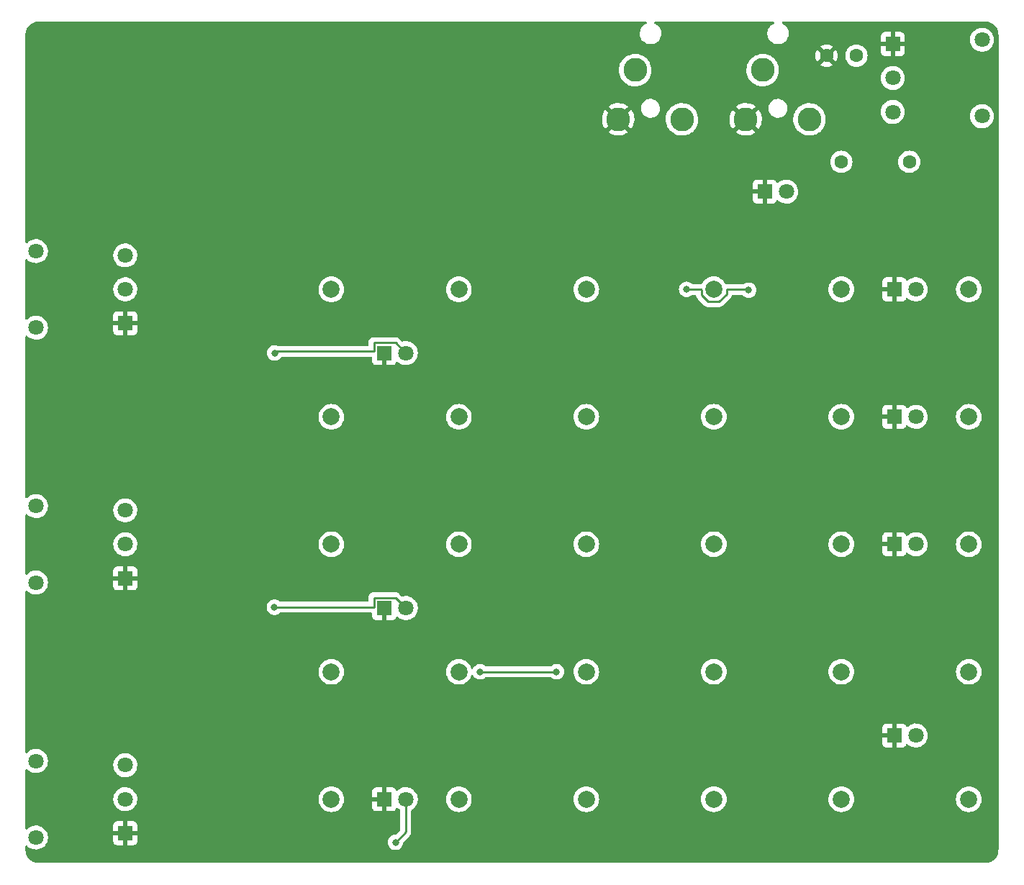
<source format=gtl>
G04 #@! TF.GenerationSoftware,KiCad,Pcbnew,(6.0.8)*
G04 #@! TF.CreationDate,2023-07-24T16:33:47+02:00*
G04 #@! TF.ProjectId,pisynthInv,70697379-6e74-4684-996e-762e6b696361,rev?*
G04 #@! TF.SameCoordinates,Original*
G04 #@! TF.FileFunction,Copper,L1,Top*
G04 #@! TF.FilePolarity,Positive*
%FSLAX46Y46*%
G04 Gerber Fmt 4.6, Leading zero omitted, Abs format (unit mm)*
G04 Created by KiCad (PCBNEW (6.0.8)) date 2023-07-24 16:33:47*
%MOMM*%
%LPD*%
G01*
G04 APERTURE LIST*
G04 #@! TA.AperFunction,ComponentPad*
%ADD10C,2.000000*%
G04 #@! TD*
G04 #@! TA.AperFunction,ComponentPad*
%ADD11C,1.800000*%
G04 #@! TD*
G04 #@! TA.AperFunction,ComponentPad*
%ADD12R,1.800000X1.800000*%
G04 #@! TD*
G04 #@! TA.AperFunction,ComponentPad*
%ADD13C,2.800000*%
G04 #@! TD*
G04 #@! TA.AperFunction,ComponentPad*
%ADD14C,1.600000*%
G04 #@! TD*
G04 #@! TA.AperFunction,ViaPad*
%ADD15C,0.800000*%
G04 #@! TD*
G04 #@! TA.AperFunction,Conductor*
%ADD16C,0.250000*%
G04 #@! TD*
G04 APERTURE END LIST*
D10*
X134000000Y-97000000D03*
X59000000Y-97000000D03*
D11*
X24250000Y-122500000D03*
X24250000Y-131500000D03*
D12*
X34750000Y-131000000D03*
D11*
X34750000Y-127000000D03*
X34750000Y-123000000D03*
X24250000Y-101500000D03*
X24250000Y-92500000D03*
D12*
X34750000Y-101000000D03*
D11*
X34750000Y-97000000D03*
X34750000Y-93000000D03*
D12*
X125225000Y-67000000D03*
D11*
X127765000Y-67000000D03*
D10*
X74000000Y-127000000D03*
D13*
X94750000Y-41200000D03*
X92750000Y-47000000D03*
X100250000Y-47000000D03*
D10*
X119000000Y-82000000D03*
X119000000Y-97000000D03*
X134000000Y-127000000D03*
X59000000Y-67000000D03*
X104000000Y-127000000D03*
X119000000Y-112000000D03*
D13*
X109750000Y-41200000D03*
X107750000Y-47000000D03*
X115250000Y-47000000D03*
D12*
X65225000Y-127000000D03*
D11*
X67765000Y-127000000D03*
D12*
X109975000Y-55500000D03*
D11*
X112515000Y-55500000D03*
D10*
X134000000Y-82000000D03*
X74000000Y-97000000D03*
X134000000Y-67000000D03*
D11*
X24250000Y-62500000D03*
X24250000Y-71500000D03*
D12*
X34750000Y-71000000D03*
D11*
X34750000Y-67000000D03*
X34750000Y-63000000D03*
D10*
X74000000Y-82000000D03*
X104000000Y-67000000D03*
D12*
X65225000Y-74500000D03*
D11*
X67765000Y-74500000D03*
D10*
X89000000Y-112000000D03*
X89000000Y-127000000D03*
X59000000Y-127000000D03*
D12*
X125225000Y-97000000D03*
D11*
X127765000Y-97000000D03*
D10*
X104000000Y-112000000D03*
D12*
X125225000Y-119500000D03*
D11*
X127765000Y-119500000D03*
D10*
X89000000Y-97000000D03*
X59000000Y-112000000D03*
X119000000Y-127000000D03*
X134000000Y-112000000D03*
X119000000Y-67000000D03*
D12*
X65225000Y-104500000D03*
D11*
X67765000Y-104500000D03*
X135550000Y-37630000D03*
X135550000Y-46630000D03*
D12*
X125050000Y-38130000D03*
D11*
X125050000Y-42130000D03*
X125050000Y-46130000D03*
D10*
X74000000Y-67000000D03*
X89000000Y-67000000D03*
X89000000Y-82000000D03*
D14*
X120775000Y-39500000D03*
X117275000Y-39500000D03*
X127000000Y-52000000D03*
X119000000Y-52000000D03*
D10*
X74000000Y-112000000D03*
X104000000Y-97000000D03*
X59000000Y-82000000D03*
D12*
X125225000Y-82000000D03*
D11*
X127765000Y-82000000D03*
D10*
X104000000Y-82000000D03*
D15*
X55500000Y-42000000D03*
X68000000Y-41775500D03*
X42500000Y-42000000D03*
X68500000Y-55500000D03*
X30000000Y-42000000D03*
X85500000Y-112000000D03*
X76500000Y-112000000D03*
X100800000Y-67000000D03*
X108100000Y-67100000D03*
X52325500Y-74500000D03*
X52300000Y-104400000D03*
X66540000Y-132080000D03*
D16*
X85500000Y-112000000D02*
X76500000Y-112000000D01*
X102550000Y-67670000D02*
X102550000Y-67070280D01*
X108000000Y-67000000D02*
X105490000Y-67000000D01*
X105490000Y-67000000D02*
X105490000Y-67590000D01*
X105490000Y-67590000D02*
X104630000Y-68450000D01*
X103330000Y-68450000D02*
X102550000Y-67670000D01*
X102479720Y-67000000D02*
X100800000Y-67000000D01*
X108100000Y-67100000D02*
X108000000Y-67000000D01*
X102550000Y-67070280D02*
X102479720Y-67000000D01*
X104630000Y-68450000D02*
X103330000Y-68450000D01*
X64000000Y-73275000D02*
X66540000Y-73275000D01*
X66540000Y-73275000D02*
X67765000Y-74500000D01*
X52525500Y-74300000D02*
X64000000Y-74300000D01*
X64000000Y-74300000D02*
X64000000Y-73275000D01*
X52325500Y-74500000D02*
X52525500Y-74300000D01*
X64000000Y-104400000D02*
X64000000Y-103275000D01*
X66540000Y-103275000D02*
X67765000Y-104500000D01*
X64000000Y-103275000D02*
X66540000Y-103275000D01*
X52300000Y-104400000D02*
X64000000Y-104400000D01*
X66540000Y-132080000D02*
X67765000Y-130855000D01*
X67765000Y-130855000D02*
X67765000Y-127000000D01*
G04 #@! TA.AperFunction,Conductor*
G36*
X96055156Y-35528502D02*
G01*
X96101649Y-35582158D01*
X96111753Y-35652432D01*
X96082259Y-35717012D01*
X96041281Y-35748225D01*
X95906782Y-35812378D01*
X95724346Y-35943471D01*
X95568008Y-36104799D01*
X95442710Y-36291262D01*
X95352412Y-36496967D01*
X95351103Y-36502418D01*
X95351102Y-36502422D01*
X95332526Y-36579796D01*
X95299968Y-36715411D01*
X95297176Y-36763838D01*
X95287733Y-36927623D01*
X95287037Y-36939690D01*
X95314025Y-37162715D01*
X95380082Y-37377435D01*
X95382652Y-37382415D01*
X95382654Y-37382419D01*
X95447852Y-37508738D01*
X95483118Y-37577064D01*
X95619877Y-37755292D01*
X95786036Y-37906485D01*
X95790783Y-37909463D01*
X95790786Y-37909465D01*
X95919229Y-37990036D01*
X95976344Y-38025864D01*
X96184783Y-38109656D01*
X96404767Y-38155213D01*
X96409378Y-38155479D01*
X96409379Y-38155479D01*
X96459952Y-38158395D01*
X96459956Y-38158395D01*
X96461775Y-38158500D01*
X96606999Y-38158500D01*
X96609786Y-38158251D01*
X96609792Y-38158251D01*
X96679929Y-38151991D01*
X96773762Y-38143617D01*
X96779176Y-38142136D01*
X96779181Y-38142135D01*
X96906912Y-38107191D01*
X96990451Y-38084337D01*
X96995509Y-38081925D01*
X96995513Y-38081923D01*
X97113042Y-38025864D01*
X97193218Y-37987622D01*
X97375654Y-37856529D01*
X97478067Y-37750847D01*
X97528089Y-37699229D01*
X97528091Y-37699226D01*
X97531992Y-37695201D01*
X97657290Y-37508738D01*
X97747588Y-37303033D01*
X97777484Y-37178510D01*
X97798722Y-37090046D01*
X97798722Y-37090045D01*
X97800032Y-37084589D01*
X97807090Y-36962172D01*
X97812640Y-36865917D01*
X97812640Y-36865914D01*
X97812963Y-36860310D01*
X97785975Y-36637285D01*
X97719918Y-36422565D01*
X97702517Y-36388850D01*
X97619454Y-36227919D01*
X97619454Y-36227918D01*
X97616882Y-36222936D01*
X97480123Y-36044708D01*
X97313964Y-35893515D01*
X97309217Y-35890537D01*
X97309214Y-35890535D01*
X97128405Y-35777115D01*
X97123656Y-35774136D01*
X97067114Y-35751406D01*
X97011371Y-35707440D01*
X96988246Y-35640315D01*
X97005083Y-35571344D01*
X97056536Y-35522424D01*
X97114112Y-35508500D01*
X110987035Y-35508500D01*
X111055156Y-35528502D01*
X111101649Y-35582158D01*
X111111753Y-35652432D01*
X111082259Y-35717012D01*
X111041281Y-35748225D01*
X110906782Y-35812378D01*
X110724346Y-35943471D01*
X110568008Y-36104799D01*
X110442710Y-36291262D01*
X110352412Y-36496967D01*
X110351103Y-36502418D01*
X110351102Y-36502422D01*
X110332526Y-36579796D01*
X110299968Y-36715411D01*
X110297176Y-36763838D01*
X110287733Y-36927623D01*
X110287037Y-36939690D01*
X110314025Y-37162715D01*
X110380082Y-37377435D01*
X110382652Y-37382415D01*
X110382654Y-37382419D01*
X110447852Y-37508738D01*
X110483118Y-37577064D01*
X110619877Y-37755292D01*
X110786036Y-37906485D01*
X110790783Y-37909463D01*
X110790786Y-37909465D01*
X110919229Y-37990036D01*
X110976344Y-38025864D01*
X111184783Y-38109656D01*
X111404767Y-38155213D01*
X111409378Y-38155479D01*
X111409379Y-38155479D01*
X111459952Y-38158395D01*
X111459956Y-38158395D01*
X111461775Y-38158500D01*
X111606999Y-38158500D01*
X111609786Y-38158251D01*
X111609792Y-38158251D01*
X111679929Y-38151991D01*
X111773762Y-38143617D01*
X111779176Y-38142136D01*
X111779181Y-38142135D01*
X111906912Y-38107191D01*
X111990451Y-38084337D01*
X111995509Y-38081925D01*
X111995513Y-38081923D01*
X112113042Y-38025864D01*
X112193218Y-37987622D01*
X112373767Y-37857885D01*
X123642000Y-37857885D01*
X123646475Y-37873124D01*
X123647865Y-37874329D01*
X123655548Y-37876000D01*
X124777885Y-37876000D01*
X124793124Y-37871525D01*
X124794329Y-37870135D01*
X124796000Y-37862452D01*
X124796000Y-37857885D01*
X125304000Y-37857885D01*
X125308475Y-37873124D01*
X125309865Y-37874329D01*
X125317548Y-37876000D01*
X126439884Y-37876000D01*
X126455123Y-37871525D01*
X126456328Y-37870135D01*
X126457999Y-37862452D01*
X126457999Y-37595469D01*
X134137095Y-37595469D01*
X134137392Y-37600622D01*
X134137392Y-37600625D01*
X134143258Y-37702359D01*
X134150427Y-37826697D01*
X134151564Y-37831743D01*
X134151565Y-37831749D01*
X134183741Y-37974523D01*
X134201346Y-38052642D01*
X134203288Y-38057424D01*
X134203289Y-38057428D01*
X134286540Y-38262450D01*
X134288484Y-38267237D01*
X134409501Y-38464719D01*
X134561147Y-38639784D01*
X134739349Y-38787730D01*
X134939322Y-38904584D01*
X135155694Y-38987209D01*
X135160760Y-38988240D01*
X135160761Y-38988240D01*
X135213846Y-38999040D01*
X135382656Y-39033385D01*
X135513324Y-39038176D01*
X135608949Y-39041683D01*
X135608953Y-39041683D01*
X135614113Y-39041872D01*
X135619233Y-39041216D01*
X135619235Y-39041216D01*
X135692270Y-39031860D01*
X135843847Y-39012442D01*
X135848795Y-39010957D01*
X135848802Y-39010956D01*
X136060747Y-38947369D01*
X136065690Y-38945886D01*
X136146236Y-38906427D01*
X136269049Y-38846262D01*
X136269052Y-38846260D01*
X136273684Y-38843991D01*
X136462243Y-38709494D01*
X136626303Y-38546005D01*
X136761458Y-38357917D01*
X136805646Y-38268510D01*
X136861784Y-38154922D01*
X136861785Y-38154920D01*
X136864078Y-38150280D01*
X136931408Y-37928671D01*
X136961640Y-37699041D01*
X136963327Y-37630000D01*
X136953740Y-37513390D01*
X136944773Y-37404318D01*
X136944772Y-37404312D01*
X136944349Y-37399167D01*
X136916137Y-37286850D01*
X136889184Y-37179544D01*
X136889183Y-37179540D01*
X136887925Y-37174533D01*
X136885118Y-37168077D01*
X136797630Y-36966868D01*
X136797628Y-36966865D01*
X136795570Y-36962131D01*
X136669764Y-36767665D01*
X136644697Y-36740116D01*
X136605538Y-36697081D01*
X136513887Y-36596358D01*
X136509836Y-36593159D01*
X136509832Y-36593155D01*
X136336177Y-36456011D01*
X136336172Y-36456008D01*
X136332123Y-36452810D01*
X136327607Y-36450317D01*
X136327604Y-36450315D01*
X136133879Y-36343373D01*
X136133875Y-36343371D01*
X136129355Y-36340876D01*
X136124486Y-36339152D01*
X136124482Y-36339150D01*
X135915903Y-36265288D01*
X135915899Y-36265287D01*
X135911028Y-36263562D01*
X135905935Y-36262655D01*
X135905932Y-36262654D01*
X135688095Y-36223851D01*
X135688089Y-36223850D01*
X135683006Y-36222945D01*
X135610096Y-36222054D01*
X135456581Y-36220179D01*
X135456579Y-36220179D01*
X135451411Y-36220116D01*
X135222464Y-36255150D01*
X135002314Y-36327106D01*
X134997726Y-36329494D01*
X134997722Y-36329496D01*
X134818938Y-36422565D01*
X134796872Y-36434052D01*
X134792739Y-36437155D01*
X134792736Y-36437157D01*
X134615790Y-36570012D01*
X134611655Y-36573117D01*
X134592506Y-36593155D01*
X134469025Y-36722371D01*
X134451639Y-36740564D01*
X134448725Y-36744836D01*
X134448724Y-36744837D01*
X134421181Y-36785214D01*
X134321119Y-36931899D01*
X134223602Y-37141981D01*
X134161707Y-37365169D01*
X134137095Y-37595469D01*
X126457999Y-37595469D01*
X126457999Y-37185331D01*
X126457629Y-37178510D01*
X126452105Y-37127648D01*
X126448479Y-37112396D01*
X126403324Y-36991946D01*
X126394786Y-36976351D01*
X126318285Y-36874276D01*
X126305724Y-36861715D01*
X126203649Y-36785214D01*
X126188054Y-36776676D01*
X126067606Y-36731522D01*
X126052351Y-36727895D01*
X126001486Y-36722369D01*
X125994672Y-36722000D01*
X125322115Y-36722000D01*
X125306876Y-36726475D01*
X125305671Y-36727865D01*
X125304000Y-36735548D01*
X125304000Y-37857885D01*
X124796000Y-37857885D01*
X124796000Y-36740116D01*
X124791525Y-36724877D01*
X124790135Y-36723672D01*
X124782452Y-36722001D01*
X124105331Y-36722001D01*
X124098510Y-36722371D01*
X124047648Y-36727895D01*
X124032396Y-36731521D01*
X123911946Y-36776676D01*
X123896351Y-36785214D01*
X123794276Y-36861715D01*
X123781715Y-36874276D01*
X123705214Y-36976351D01*
X123696676Y-36991946D01*
X123651522Y-37112394D01*
X123647895Y-37127649D01*
X123642369Y-37178514D01*
X123642000Y-37185328D01*
X123642000Y-37857885D01*
X112373767Y-37857885D01*
X112375654Y-37856529D01*
X112478067Y-37750847D01*
X112528089Y-37699229D01*
X112528091Y-37699226D01*
X112531992Y-37695201D01*
X112657290Y-37508738D01*
X112747588Y-37303033D01*
X112777484Y-37178510D01*
X112798722Y-37090046D01*
X112798722Y-37090045D01*
X112800032Y-37084589D01*
X112807090Y-36962172D01*
X112812640Y-36865917D01*
X112812640Y-36865914D01*
X112812963Y-36860310D01*
X112785975Y-36637285D01*
X112719918Y-36422565D01*
X112702517Y-36388850D01*
X112619454Y-36227919D01*
X112619454Y-36227918D01*
X112616882Y-36222936D01*
X112480123Y-36044708D01*
X112313964Y-35893515D01*
X112309217Y-35890537D01*
X112309214Y-35890535D01*
X112128405Y-35777115D01*
X112123656Y-35774136D01*
X112067114Y-35751406D01*
X112011371Y-35707440D01*
X111988246Y-35640315D01*
X112005083Y-35571344D01*
X112056536Y-35522424D01*
X112114112Y-35508500D01*
X135950633Y-35508500D01*
X135970018Y-35510000D01*
X135984851Y-35512310D01*
X135984855Y-35512310D01*
X135993724Y-35513691D01*
X136008981Y-35511696D01*
X136034302Y-35510953D01*
X136203285Y-35523039D01*
X136221064Y-35525596D01*
X136411392Y-35566999D01*
X136428641Y-35572063D01*
X136611150Y-35640136D01*
X136627502Y-35647604D01*
X136798458Y-35740952D01*
X136813582Y-35750672D01*
X136969514Y-35867402D01*
X136983100Y-35879175D01*
X137120825Y-36016900D01*
X137132598Y-36030486D01*
X137249328Y-36186418D01*
X137259048Y-36201542D01*
X137352396Y-36372498D01*
X137359864Y-36388850D01*
X137427937Y-36571359D01*
X137433001Y-36588607D01*
X137474404Y-36778936D01*
X137476961Y-36796715D01*
X137487187Y-36939690D01*
X137488540Y-36958601D01*
X137487793Y-36976565D01*
X137487692Y-36984845D01*
X137486309Y-36993724D01*
X137487474Y-37002630D01*
X137490436Y-37025283D01*
X137491500Y-37041621D01*
X137491500Y-132950633D01*
X137490000Y-132970018D01*
X137487690Y-132984851D01*
X137487690Y-132984855D01*
X137486309Y-132993724D01*
X137488136Y-133007693D01*
X137488304Y-133008976D01*
X137489047Y-133034305D01*
X137476962Y-133203279D01*
X137474404Y-133221064D01*
X137456598Y-133302919D01*
X137433001Y-133411392D01*
X137427937Y-133428641D01*
X137359864Y-133611150D01*
X137352396Y-133627502D01*
X137259048Y-133798458D01*
X137249328Y-133813582D01*
X137132598Y-133969514D01*
X137120825Y-133983100D01*
X136983100Y-134120825D01*
X136969514Y-134132598D01*
X136813582Y-134249328D01*
X136798458Y-134259048D01*
X136627502Y-134352396D01*
X136611150Y-134359864D01*
X136428641Y-134427937D01*
X136411393Y-134433001D01*
X136221064Y-134474404D01*
X136203285Y-134476961D01*
X136041395Y-134488540D01*
X136023435Y-134487793D01*
X136015155Y-134487692D01*
X136006276Y-134486309D01*
X135974714Y-134490436D01*
X135958379Y-134491500D01*
X24549367Y-134491500D01*
X24529982Y-134490000D01*
X24515149Y-134487690D01*
X24515145Y-134487690D01*
X24506276Y-134486309D01*
X24491019Y-134488304D01*
X24465698Y-134489047D01*
X24296715Y-134476961D01*
X24278936Y-134474404D01*
X24088607Y-134433001D01*
X24071359Y-134427937D01*
X23888850Y-134359864D01*
X23872498Y-134352396D01*
X23701542Y-134259048D01*
X23686418Y-134249328D01*
X23530486Y-134132598D01*
X23516900Y-134120825D01*
X23379175Y-133983100D01*
X23367402Y-133969514D01*
X23250672Y-133813582D01*
X23240952Y-133798458D01*
X23147604Y-133627502D01*
X23140136Y-133611150D01*
X23072063Y-133428641D01*
X23066999Y-133411392D01*
X23043402Y-133302919D01*
X23025596Y-133221064D01*
X23023038Y-133203278D01*
X23011719Y-133045012D01*
X23012805Y-133022245D01*
X23012334Y-133022203D01*
X23012770Y-133017345D01*
X23013576Y-133012552D01*
X23013729Y-133000000D01*
X23009773Y-132972376D01*
X23008500Y-132954514D01*
X23008500Y-132556021D01*
X23028502Y-132487900D01*
X23082158Y-132441407D01*
X23152432Y-132431303D01*
X23217012Y-132460797D01*
X23229735Y-132473521D01*
X23261147Y-132509784D01*
X23439349Y-132657730D01*
X23639322Y-132774584D01*
X23855694Y-132857209D01*
X23860760Y-132858240D01*
X23860761Y-132858240D01*
X23904983Y-132867237D01*
X24082656Y-132903385D01*
X24213324Y-132908176D01*
X24308949Y-132911683D01*
X24308953Y-132911683D01*
X24314113Y-132911872D01*
X24319233Y-132911216D01*
X24319235Y-132911216D01*
X24392270Y-132901860D01*
X24543847Y-132882442D01*
X24548795Y-132880957D01*
X24548802Y-132880956D01*
X24760747Y-132817369D01*
X24765690Y-132815886D01*
X24846236Y-132776427D01*
X24969049Y-132716262D01*
X24969052Y-132716260D01*
X24973684Y-132713991D01*
X25162243Y-132579494D01*
X25326303Y-132416005D01*
X25338898Y-132398478D01*
X25384713Y-132334719D01*
X25461458Y-132227917D01*
X25498164Y-132153649D01*
X25561784Y-132024922D01*
X25561785Y-132024920D01*
X25564078Y-132020280D01*
X25587050Y-131944669D01*
X33342001Y-131944669D01*
X33342371Y-131951490D01*
X33347895Y-132002352D01*
X33351521Y-132017604D01*
X33396676Y-132138054D01*
X33405214Y-132153649D01*
X33481715Y-132255724D01*
X33494276Y-132268285D01*
X33596351Y-132344786D01*
X33611946Y-132353324D01*
X33732394Y-132398478D01*
X33747649Y-132402105D01*
X33798514Y-132407631D01*
X33805328Y-132408000D01*
X34477885Y-132408000D01*
X34493124Y-132403525D01*
X34494329Y-132402135D01*
X34496000Y-132394452D01*
X34496000Y-132389884D01*
X35004000Y-132389884D01*
X35008475Y-132405123D01*
X35009865Y-132406328D01*
X35017548Y-132407999D01*
X35694669Y-132407999D01*
X35701490Y-132407629D01*
X35752352Y-132402105D01*
X35767604Y-132398479D01*
X35888054Y-132353324D01*
X35903649Y-132344786D01*
X36005724Y-132268285D01*
X36018285Y-132255724D01*
X36094786Y-132153649D01*
X36103324Y-132138054D01*
X36148478Y-132017606D01*
X36152105Y-132002351D01*
X36157631Y-131951486D01*
X36158000Y-131944672D01*
X36158000Y-131272115D01*
X36153525Y-131256876D01*
X36152135Y-131255671D01*
X36144452Y-131254000D01*
X35022115Y-131254000D01*
X35006876Y-131258475D01*
X35005671Y-131259865D01*
X35004000Y-131267548D01*
X35004000Y-132389884D01*
X34496000Y-132389884D01*
X34496000Y-131272115D01*
X34491525Y-131256876D01*
X34490135Y-131255671D01*
X34482452Y-131254000D01*
X33360116Y-131254000D01*
X33344877Y-131258475D01*
X33343672Y-131259865D01*
X33342001Y-131267548D01*
X33342001Y-131944669D01*
X25587050Y-131944669D01*
X25631408Y-131798671D01*
X25661640Y-131569041D01*
X25663327Y-131500000D01*
X25657032Y-131423434D01*
X25644773Y-131274318D01*
X25644772Y-131274312D01*
X25644349Y-131269167D01*
X25587925Y-131044533D01*
X25585866Y-131039797D01*
X25497630Y-130836868D01*
X25497628Y-130836865D01*
X25495570Y-130832131D01*
X25428130Y-130727885D01*
X33342000Y-130727885D01*
X33346475Y-130743124D01*
X33347865Y-130744329D01*
X33355548Y-130746000D01*
X34477885Y-130746000D01*
X34493124Y-130741525D01*
X34494329Y-130740135D01*
X34496000Y-130732452D01*
X34496000Y-130727885D01*
X35004000Y-130727885D01*
X35008475Y-130743124D01*
X35009865Y-130744329D01*
X35017548Y-130746000D01*
X36139884Y-130746000D01*
X36155123Y-130741525D01*
X36156328Y-130740135D01*
X36157999Y-130732452D01*
X36157999Y-130055331D01*
X36157629Y-130048510D01*
X36152105Y-129997648D01*
X36148479Y-129982396D01*
X36103324Y-129861946D01*
X36094786Y-129846351D01*
X36018285Y-129744276D01*
X36005724Y-129731715D01*
X35903649Y-129655214D01*
X35888054Y-129646676D01*
X35767606Y-129601522D01*
X35752351Y-129597895D01*
X35701486Y-129592369D01*
X35694672Y-129592000D01*
X35022115Y-129592000D01*
X35006876Y-129596475D01*
X35005671Y-129597865D01*
X35004000Y-129605548D01*
X35004000Y-130727885D01*
X34496000Y-130727885D01*
X34496000Y-129610116D01*
X34491525Y-129594877D01*
X34490135Y-129593672D01*
X34482452Y-129592001D01*
X33805331Y-129592001D01*
X33798510Y-129592371D01*
X33747648Y-129597895D01*
X33732396Y-129601521D01*
X33611946Y-129646676D01*
X33596351Y-129655214D01*
X33494276Y-129731715D01*
X33481715Y-129744276D01*
X33405214Y-129846351D01*
X33396676Y-129861946D01*
X33351522Y-129982394D01*
X33347895Y-129997649D01*
X33342369Y-130048514D01*
X33342000Y-130055328D01*
X33342000Y-130727885D01*
X25428130Y-130727885D01*
X25369764Y-130637665D01*
X25362336Y-130629501D01*
X25281264Y-130540405D01*
X25213887Y-130466358D01*
X25209836Y-130463159D01*
X25209832Y-130463155D01*
X25036177Y-130326011D01*
X25036172Y-130326008D01*
X25032123Y-130322810D01*
X25027607Y-130320317D01*
X25027604Y-130320315D01*
X24833879Y-130213373D01*
X24833875Y-130213371D01*
X24829355Y-130210876D01*
X24824486Y-130209152D01*
X24824482Y-130209150D01*
X24615903Y-130135288D01*
X24615899Y-130135287D01*
X24611028Y-130133562D01*
X24605935Y-130132655D01*
X24605932Y-130132654D01*
X24388095Y-130093851D01*
X24388089Y-130093850D01*
X24383006Y-130092945D01*
X24310096Y-130092054D01*
X24156581Y-130090179D01*
X24156579Y-130090179D01*
X24151411Y-130090116D01*
X23922464Y-130125150D01*
X23702314Y-130197106D01*
X23697726Y-130199494D01*
X23697722Y-130199496D01*
X23671065Y-130213373D01*
X23496872Y-130304052D01*
X23492739Y-130307155D01*
X23492736Y-130307157D01*
X23467625Y-130326011D01*
X23311655Y-130443117D01*
X23289446Y-130466358D01*
X23225594Y-130533175D01*
X23164070Y-130568605D01*
X23093157Y-130565148D01*
X23035371Y-130523902D01*
X23009057Y-130457962D01*
X23008500Y-130446124D01*
X23008500Y-126965469D01*
X33337095Y-126965469D01*
X33337392Y-126970622D01*
X33337392Y-126970625D01*
X33343067Y-127069041D01*
X33350427Y-127196697D01*
X33351564Y-127201743D01*
X33351565Y-127201749D01*
X33383741Y-127344523D01*
X33401346Y-127422642D01*
X33403288Y-127427424D01*
X33403289Y-127427428D01*
X33486540Y-127632450D01*
X33488484Y-127637237D01*
X33609501Y-127834719D01*
X33761147Y-128009784D01*
X33939349Y-128157730D01*
X34139322Y-128274584D01*
X34355694Y-128357209D01*
X34360760Y-128358240D01*
X34360761Y-128358240D01*
X34413846Y-128369040D01*
X34582656Y-128403385D01*
X34713324Y-128408176D01*
X34808949Y-128411683D01*
X34808953Y-128411683D01*
X34814113Y-128411872D01*
X34819233Y-128411216D01*
X34819235Y-128411216D01*
X34918668Y-128398478D01*
X35043847Y-128382442D01*
X35048795Y-128380957D01*
X35048802Y-128380956D01*
X35260747Y-128317369D01*
X35265690Y-128315886D01*
X35346281Y-128276405D01*
X35469049Y-128216262D01*
X35469052Y-128216260D01*
X35473684Y-128213991D01*
X35662243Y-128079494D01*
X35826303Y-127916005D01*
X35961458Y-127727917D01*
X36008641Y-127632450D01*
X36061784Y-127524922D01*
X36061785Y-127524920D01*
X36064078Y-127520280D01*
X36131408Y-127298671D01*
X36161640Y-127069041D01*
X36163327Y-127000000D01*
X57486835Y-127000000D01*
X57505465Y-127236711D01*
X57506619Y-127241518D01*
X57506620Y-127241524D01*
X57541640Y-127387391D01*
X57560895Y-127467594D01*
X57651760Y-127686963D01*
X57654346Y-127691183D01*
X57773241Y-127885202D01*
X57773245Y-127885208D01*
X57775824Y-127889416D01*
X57930031Y-128069969D01*
X57933787Y-128073177D01*
X57954618Y-128090968D01*
X58110584Y-128224176D01*
X58114792Y-128226755D01*
X58114798Y-128226759D01*
X58195849Y-128276427D01*
X58313037Y-128348240D01*
X58317607Y-128350133D01*
X58317611Y-128350135D01*
X58466659Y-128411872D01*
X58532406Y-128439105D01*
X58612609Y-128458360D01*
X58758476Y-128493380D01*
X58758482Y-128493381D01*
X58763289Y-128494535D01*
X59000000Y-128513165D01*
X59236711Y-128494535D01*
X59241518Y-128493381D01*
X59241524Y-128493380D01*
X59387391Y-128458360D01*
X59467594Y-128439105D01*
X59533341Y-128411872D01*
X59682389Y-128350135D01*
X59682393Y-128350133D01*
X59686963Y-128348240D01*
X59804151Y-128276427D01*
X59885202Y-128226759D01*
X59885208Y-128226755D01*
X59889416Y-128224176D01*
X60045382Y-128090968D01*
X60066213Y-128073177D01*
X60069969Y-128069969D01*
X60176985Y-127944669D01*
X63817001Y-127944669D01*
X63817371Y-127951490D01*
X63822895Y-128002352D01*
X63826521Y-128017604D01*
X63871676Y-128138054D01*
X63880214Y-128153649D01*
X63956715Y-128255724D01*
X63969276Y-128268285D01*
X64071351Y-128344786D01*
X64086946Y-128353324D01*
X64207394Y-128398478D01*
X64222649Y-128402105D01*
X64273514Y-128407631D01*
X64280328Y-128408000D01*
X64952885Y-128408000D01*
X64968124Y-128403525D01*
X64969329Y-128402135D01*
X64971000Y-128394452D01*
X64971000Y-128389884D01*
X65479000Y-128389884D01*
X65483475Y-128405123D01*
X65484865Y-128406328D01*
X65492548Y-128407999D01*
X66169669Y-128407999D01*
X66176490Y-128407629D01*
X66227352Y-128402105D01*
X66242604Y-128398479D01*
X66363054Y-128353324D01*
X66378649Y-128344786D01*
X66480724Y-128268285D01*
X66493285Y-128255724D01*
X66569786Y-128153649D01*
X66578324Y-128138054D01*
X66599773Y-128080840D01*
X66642415Y-128024075D01*
X66708977Y-127999376D01*
X66778325Y-128014584D01*
X66798240Y-128028126D01*
X66954349Y-128157730D01*
X67069070Y-128224767D01*
X67117794Y-128276405D01*
X67131500Y-128333555D01*
X67131500Y-130540405D01*
X67111498Y-130608526D01*
X67094595Y-130629501D01*
X66589499Y-131134596D01*
X66527187Y-131168621D01*
X66500404Y-131171500D01*
X66444513Y-131171500D01*
X66438061Y-131172872D01*
X66438056Y-131172872D01*
X66374875Y-131186302D01*
X66257712Y-131211206D01*
X66251682Y-131213891D01*
X66251681Y-131213891D01*
X66089278Y-131286197D01*
X66089276Y-131286198D01*
X66083248Y-131288882D01*
X66077907Y-131292762D01*
X66077906Y-131292763D01*
X66071616Y-131297333D01*
X65928747Y-131401134D01*
X65800960Y-131543056D01*
X65705473Y-131708444D01*
X65646458Y-131890072D01*
X65626496Y-132080000D01*
X65627186Y-132086565D01*
X65642043Y-132227917D01*
X65646458Y-132269928D01*
X65705473Y-132451556D01*
X65800960Y-132616944D01*
X65928747Y-132758866D01*
X65946793Y-132771977D01*
X66061565Y-132855364D01*
X66083248Y-132871118D01*
X66089276Y-132873802D01*
X66089278Y-132873803D01*
X66174783Y-132911872D01*
X66257712Y-132948794D01*
X66326837Y-132963487D01*
X66438056Y-132987128D01*
X66438061Y-132987128D01*
X66444513Y-132988500D01*
X66635487Y-132988500D01*
X66641939Y-132987128D01*
X66641944Y-132987128D01*
X66753163Y-132963487D01*
X66822288Y-132948794D01*
X66905217Y-132911872D01*
X66990722Y-132873803D01*
X66990724Y-132873802D01*
X66996752Y-132871118D01*
X67018436Y-132855364D01*
X67133207Y-132771977D01*
X67151253Y-132758866D01*
X67279040Y-132616944D01*
X67374527Y-132451556D01*
X67433542Y-132269928D01*
X67437958Y-132227917D01*
X67450907Y-132104707D01*
X67477920Y-132039050D01*
X67487122Y-132028782D01*
X68157247Y-131358657D01*
X68165537Y-131351113D01*
X68172018Y-131347000D01*
X68218659Y-131297332D01*
X68221413Y-131294491D01*
X68241135Y-131274769D01*
X68243612Y-131271576D01*
X68251317Y-131262555D01*
X68257781Y-131255671D01*
X68281586Y-131230321D01*
X68285407Y-131223371D01*
X68291346Y-131212568D01*
X68302202Y-131196041D01*
X68309757Y-131186302D01*
X68309758Y-131186300D01*
X68314614Y-131180040D01*
X68332174Y-131139460D01*
X68337391Y-131128812D01*
X68354875Y-131097009D01*
X68354876Y-131097007D01*
X68358695Y-131090060D01*
X68363733Y-131070437D01*
X68370137Y-131051734D01*
X68375033Y-131040420D01*
X68375033Y-131040419D01*
X68378181Y-131033145D01*
X68379420Y-131025322D01*
X68379423Y-131025312D01*
X68385099Y-130989476D01*
X68387505Y-130977856D01*
X68396528Y-130942711D01*
X68396528Y-130942710D01*
X68398500Y-130935030D01*
X68398500Y-130914776D01*
X68400051Y-130895065D01*
X68401980Y-130882886D01*
X68403220Y-130875057D01*
X68399059Y-130831038D01*
X68398500Y-130819181D01*
X68398500Y-128336752D01*
X68418502Y-128268631D01*
X68469068Y-128223601D01*
X68476316Y-128220050D01*
X68484043Y-128216265D01*
X68484048Y-128216262D01*
X68488684Y-128213991D01*
X68492888Y-128210993D01*
X68492892Y-128210990D01*
X68595144Y-128138054D01*
X68677243Y-128079494D01*
X68841303Y-127916005D01*
X68976458Y-127727917D01*
X69023641Y-127632450D01*
X69076784Y-127524922D01*
X69076785Y-127524920D01*
X69079078Y-127520280D01*
X69146408Y-127298671D01*
X69176640Y-127069041D01*
X69178327Y-127000000D01*
X72486835Y-127000000D01*
X72505465Y-127236711D01*
X72506619Y-127241518D01*
X72506620Y-127241524D01*
X72541640Y-127387391D01*
X72560895Y-127467594D01*
X72651760Y-127686963D01*
X72654346Y-127691183D01*
X72773241Y-127885202D01*
X72773245Y-127885208D01*
X72775824Y-127889416D01*
X72930031Y-128069969D01*
X72933787Y-128073177D01*
X72954618Y-128090968D01*
X73110584Y-128224176D01*
X73114792Y-128226755D01*
X73114798Y-128226759D01*
X73195849Y-128276427D01*
X73313037Y-128348240D01*
X73317607Y-128350133D01*
X73317611Y-128350135D01*
X73466659Y-128411872D01*
X73532406Y-128439105D01*
X73612609Y-128458360D01*
X73758476Y-128493380D01*
X73758482Y-128493381D01*
X73763289Y-128494535D01*
X74000000Y-128513165D01*
X74236711Y-128494535D01*
X74241518Y-128493381D01*
X74241524Y-128493380D01*
X74387391Y-128458360D01*
X74467594Y-128439105D01*
X74533341Y-128411872D01*
X74682389Y-128350135D01*
X74682393Y-128350133D01*
X74686963Y-128348240D01*
X74804151Y-128276427D01*
X74885202Y-128226759D01*
X74885208Y-128226755D01*
X74889416Y-128224176D01*
X75045382Y-128090968D01*
X75066213Y-128073177D01*
X75069969Y-128069969D01*
X75224176Y-127889416D01*
X75226755Y-127885208D01*
X75226759Y-127885202D01*
X75345654Y-127691183D01*
X75348240Y-127686963D01*
X75439105Y-127467594D01*
X75458360Y-127387391D01*
X75493380Y-127241524D01*
X75493381Y-127241518D01*
X75494535Y-127236711D01*
X75513165Y-127000000D01*
X87486835Y-127000000D01*
X87505465Y-127236711D01*
X87506619Y-127241518D01*
X87506620Y-127241524D01*
X87541640Y-127387391D01*
X87560895Y-127467594D01*
X87651760Y-127686963D01*
X87654346Y-127691183D01*
X87773241Y-127885202D01*
X87773245Y-127885208D01*
X87775824Y-127889416D01*
X87930031Y-128069969D01*
X87933787Y-128073177D01*
X87954618Y-128090968D01*
X88110584Y-128224176D01*
X88114792Y-128226755D01*
X88114798Y-128226759D01*
X88195849Y-128276427D01*
X88313037Y-128348240D01*
X88317607Y-128350133D01*
X88317611Y-128350135D01*
X88466659Y-128411872D01*
X88532406Y-128439105D01*
X88612609Y-128458360D01*
X88758476Y-128493380D01*
X88758482Y-128493381D01*
X88763289Y-128494535D01*
X89000000Y-128513165D01*
X89236711Y-128494535D01*
X89241518Y-128493381D01*
X89241524Y-128493380D01*
X89387391Y-128458360D01*
X89467594Y-128439105D01*
X89533341Y-128411872D01*
X89682389Y-128350135D01*
X89682393Y-128350133D01*
X89686963Y-128348240D01*
X89804151Y-128276427D01*
X89885202Y-128226759D01*
X89885208Y-128226755D01*
X89889416Y-128224176D01*
X90045382Y-128090968D01*
X90066213Y-128073177D01*
X90069969Y-128069969D01*
X90224176Y-127889416D01*
X90226755Y-127885208D01*
X90226759Y-127885202D01*
X90345654Y-127691183D01*
X90348240Y-127686963D01*
X90439105Y-127467594D01*
X90458360Y-127387391D01*
X90493380Y-127241524D01*
X90493381Y-127241518D01*
X90494535Y-127236711D01*
X90513165Y-127000000D01*
X102486835Y-127000000D01*
X102505465Y-127236711D01*
X102506619Y-127241518D01*
X102506620Y-127241524D01*
X102541640Y-127387391D01*
X102560895Y-127467594D01*
X102651760Y-127686963D01*
X102654346Y-127691183D01*
X102773241Y-127885202D01*
X102773245Y-127885208D01*
X102775824Y-127889416D01*
X102930031Y-128069969D01*
X102933787Y-128073177D01*
X102954618Y-128090968D01*
X103110584Y-128224176D01*
X103114792Y-128226755D01*
X103114798Y-128226759D01*
X103195849Y-128276427D01*
X103313037Y-128348240D01*
X103317607Y-128350133D01*
X103317611Y-128350135D01*
X103466659Y-128411872D01*
X103532406Y-128439105D01*
X103612609Y-128458360D01*
X103758476Y-128493380D01*
X103758482Y-128493381D01*
X103763289Y-128494535D01*
X104000000Y-128513165D01*
X104236711Y-128494535D01*
X104241518Y-128493381D01*
X104241524Y-128493380D01*
X104387391Y-128458360D01*
X104467594Y-128439105D01*
X104533341Y-128411872D01*
X104682389Y-128350135D01*
X104682393Y-128350133D01*
X104686963Y-128348240D01*
X104804151Y-128276427D01*
X104885202Y-128226759D01*
X104885208Y-128226755D01*
X104889416Y-128224176D01*
X105045382Y-128090968D01*
X105066213Y-128073177D01*
X105069969Y-128069969D01*
X105224176Y-127889416D01*
X105226755Y-127885208D01*
X105226759Y-127885202D01*
X105345654Y-127691183D01*
X105348240Y-127686963D01*
X105439105Y-127467594D01*
X105458360Y-127387391D01*
X105493380Y-127241524D01*
X105493381Y-127241518D01*
X105494535Y-127236711D01*
X105513165Y-127000000D01*
X117486835Y-127000000D01*
X117505465Y-127236711D01*
X117506619Y-127241518D01*
X117506620Y-127241524D01*
X117541640Y-127387391D01*
X117560895Y-127467594D01*
X117651760Y-127686963D01*
X117654346Y-127691183D01*
X117773241Y-127885202D01*
X117773245Y-127885208D01*
X117775824Y-127889416D01*
X117930031Y-128069969D01*
X117933787Y-128073177D01*
X117954618Y-128090968D01*
X118110584Y-128224176D01*
X118114792Y-128226755D01*
X118114798Y-128226759D01*
X118195849Y-128276427D01*
X118313037Y-128348240D01*
X118317607Y-128350133D01*
X118317611Y-128350135D01*
X118466659Y-128411872D01*
X118532406Y-128439105D01*
X118612609Y-128458360D01*
X118758476Y-128493380D01*
X118758482Y-128493381D01*
X118763289Y-128494535D01*
X119000000Y-128513165D01*
X119236711Y-128494535D01*
X119241518Y-128493381D01*
X119241524Y-128493380D01*
X119387391Y-128458360D01*
X119467594Y-128439105D01*
X119533341Y-128411872D01*
X119682389Y-128350135D01*
X119682393Y-128350133D01*
X119686963Y-128348240D01*
X119804151Y-128276427D01*
X119885202Y-128226759D01*
X119885208Y-128226755D01*
X119889416Y-128224176D01*
X120045382Y-128090968D01*
X120066213Y-128073177D01*
X120069969Y-128069969D01*
X120224176Y-127889416D01*
X120226755Y-127885208D01*
X120226759Y-127885202D01*
X120345654Y-127691183D01*
X120348240Y-127686963D01*
X120439105Y-127467594D01*
X120458360Y-127387391D01*
X120493380Y-127241524D01*
X120493381Y-127241518D01*
X120494535Y-127236711D01*
X120513165Y-127000000D01*
X132486835Y-127000000D01*
X132505465Y-127236711D01*
X132506619Y-127241518D01*
X132506620Y-127241524D01*
X132541640Y-127387391D01*
X132560895Y-127467594D01*
X132651760Y-127686963D01*
X132654346Y-127691183D01*
X132773241Y-127885202D01*
X132773245Y-127885208D01*
X132775824Y-127889416D01*
X132930031Y-128069969D01*
X132933787Y-128073177D01*
X132954618Y-128090968D01*
X133110584Y-128224176D01*
X133114792Y-128226755D01*
X133114798Y-128226759D01*
X133195849Y-128276427D01*
X133313037Y-128348240D01*
X133317607Y-128350133D01*
X133317611Y-128350135D01*
X133466659Y-128411872D01*
X133532406Y-128439105D01*
X133612609Y-128458360D01*
X133758476Y-128493380D01*
X133758482Y-128493381D01*
X133763289Y-128494535D01*
X134000000Y-128513165D01*
X134236711Y-128494535D01*
X134241518Y-128493381D01*
X134241524Y-128493380D01*
X134387391Y-128458360D01*
X134467594Y-128439105D01*
X134533341Y-128411872D01*
X134682389Y-128350135D01*
X134682393Y-128350133D01*
X134686963Y-128348240D01*
X134804151Y-128276427D01*
X134885202Y-128226759D01*
X134885208Y-128226755D01*
X134889416Y-128224176D01*
X135045382Y-128090968D01*
X135066213Y-128073177D01*
X135069969Y-128069969D01*
X135224176Y-127889416D01*
X135226755Y-127885208D01*
X135226759Y-127885202D01*
X135345654Y-127691183D01*
X135348240Y-127686963D01*
X135439105Y-127467594D01*
X135458360Y-127387391D01*
X135493380Y-127241524D01*
X135493381Y-127241518D01*
X135494535Y-127236711D01*
X135513165Y-127000000D01*
X135494535Y-126763289D01*
X135490385Y-126746000D01*
X135440260Y-126537218D01*
X135439105Y-126532406D01*
X135348240Y-126313037D01*
X135338794Y-126297623D01*
X135226759Y-126114798D01*
X135226755Y-126114792D01*
X135224176Y-126110584D01*
X135069969Y-125930031D01*
X134889416Y-125775824D01*
X134885208Y-125773245D01*
X134885202Y-125773241D01*
X134691183Y-125654346D01*
X134686963Y-125651760D01*
X134682393Y-125649867D01*
X134682389Y-125649865D01*
X134472167Y-125562789D01*
X134472165Y-125562788D01*
X134467594Y-125560895D01*
X134387391Y-125541640D01*
X134241524Y-125506620D01*
X134241518Y-125506619D01*
X134236711Y-125505465D01*
X134000000Y-125486835D01*
X133763289Y-125505465D01*
X133758482Y-125506619D01*
X133758476Y-125506620D01*
X133612609Y-125541640D01*
X133532406Y-125560895D01*
X133527835Y-125562788D01*
X133527833Y-125562789D01*
X133317611Y-125649865D01*
X133317607Y-125649867D01*
X133313037Y-125651760D01*
X133308817Y-125654346D01*
X133114798Y-125773241D01*
X133114792Y-125773245D01*
X133110584Y-125775824D01*
X132930031Y-125930031D01*
X132775824Y-126110584D01*
X132773245Y-126114792D01*
X132773241Y-126114798D01*
X132661206Y-126297623D01*
X132651760Y-126313037D01*
X132560895Y-126532406D01*
X132559740Y-126537218D01*
X132509616Y-126746000D01*
X132505465Y-126763289D01*
X132486835Y-127000000D01*
X120513165Y-127000000D01*
X120494535Y-126763289D01*
X120490385Y-126746000D01*
X120440260Y-126537218D01*
X120439105Y-126532406D01*
X120348240Y-126313037D01*
X120338794Y-126297623D01*
X120226759Y-126114798D01*
X120226755Y-126114792D01*
X120224176Y-126110584D01*
X120069969Y-125930031D01*
X119889416Y-125775824D01*
X119885208Y-125773245D01*
X119885202Y-125773241D01*
X119691183Y-125654346D01*
X119686963Y-125651760D01*
X119682393Y-125649867D01*
X119682389Y-125649865D01*
X119472167Y-125562789D01*
X119472165Y-125562788D01*
X119467594Y-125560895D01*
X119387391Y-125541640D01*
X119241524Y-125506620D01*
X119241518Y-125506619D01*
X119236711Y-125505465D01*
X119000000Y-125486835D01*
X118763289Y-125505465D01*
X118758482Y-125506619D01*
X118758476Y-125506620D01*
X118612609Y-125541640D01*
X118532406Y-125560895D01*
X118527835Y-125562788D01*
X118527833Y-125562789D01*
X118317611Y-125649865D01*
X118317607Y-125649867D01*
X118313037Y-125651760D01*
X118308817Y-125654346D01*
X118114798Y-125773241D01*
X118114792Y-125773245D01*
X118110584Y-125775824D01*
X117930031Y-125930031D01*
X117775824Y-126110584D01*
X117773245Y-126114792D01*
X117773241Y-126114798D01*
X117661206Y-126297623D01*
X117651760Y-126313037D01*
X117560895Y-126532406D01*
X117559740Y-126537218D01*
X117509616Y-126746000D01*
X117505465Y-126763289D01*
X117486835Y-127000000D01*
X105513165Y-127000000D01*
X105494535Y-126763289D01*
X105490385Y-126746000D01*
X105440260Y-126537218D01*
X105439105Y-126532406D01*
X105348240Y-126313037D01*
X105338794Y-126297623D01*
X105226759Y-126114798D01*
X105226755Y-126114792D01*
X105224176Y-126110584D01*
X105069969Y-125930031D01*
X104889416Y-125775824D01*
X104885208Y-125773245D01*
X104885202Y-125773241D01*
X104691183Y-125654346D01*
X104686963Y-125651760D01*
X104682393Y-125649867D01*
X104682389Y-125649865D01*
X104472167Y-125562789D01*
X104472165Y-125562788D01*
X104467594Y-125560895D01*
X104387391Y-125541640D01*
X104241524Y-125506620D01*
X104241518Y-125506619D01*
X104236711Y-125505465D01*
X104000000Y-125486835D01*
X103763289Y-125505465D01*
X103758482Y-125506619D01*
X103758476Y-125506620D01*
X103612609Y-125541640D01*
X103532406Y-125560895D01*
X103527835Y-125562788D01*
X103527833Y-125562789D01*
X103317611Y-125649865D01*
X103317607Y-125649867D01*
X103313037Y-125651760D01*
X103308817Y-125654346D01*
X103114798Y-125773241D01*
X103114792Y-125773245D01*
X103110584Y-125775824D01*
X102930031Y-125930031D01*
X102775824Y-126110584D01*
X102773245Y-126114792D01*
X102773241Y-126114798D01*
X102661206Y-126297623D01*
X102651760Y-126313037D01*
X102560895Y-126532406D01*
X102559740Y-126537218D01*
X102509616Y-126746000D01*
X102505465Y-126763289D01*
X102486835Y-127000000D01*
X90513165Y-127000000D01*
X90494535Y-126763289D01*
X90490385Y-126746000D01*
X90440260Y-126537218D01*
X90439105Y-126532406D01*
X90348240Y-126313037D01*
X90338794Y-126297623D01*
X90226759Y-126114798D01*
X90226755Y-126114792D01*
X90224176Y-126110584D01*
X90069969Y-125930031D01*
X89889416Y-125775824D01*
X89885208Y-125773245D01*
X89885202Y-125773241D01*
X89691183Y-125654346D01*
X89686963Y-125651760D01*
X89682393Y-125649867D01*
X89682389Y-125649865D01*
X89472167Y-125562789D01*
X89472165Y-125562788D01*
X89467594Y-125560895D01*
X89387391Y-125541640D01*
X89241524Y-125506620D01*
X89241518Y-125506619D01*
X89236711Y-125505465D01*
X89000000Y-125486835D01*
X88763289Y-125505465D01*
X88758482Y-125506619D01*
X88758476Y-125506620D01*
X88612609Y-125541640D01*
X88532406Y-125560895D01*
X88527835Y-125562788D01*
X88527833Y-125562789D01*
X88317611Y-125649865D01*
X88317607Y-125649867D01*
X88313037Y-125651760D01*
X88308817Y-125654346D01*
X88114798Y-125773241D01*
X88114792Y-125773245D01*
X88110584Y-125775824D01*
X87930031Y-125930031D01*
X87775824Y-126110584D01*
X87773245Y-126114792D01*
X87773241Y-126114798D01*
X87661206Y-126297623D01*
X87651760Y-126313037D01*
X87560895Y-126532406D01*
X87559740Y-126537218D01*
X87509616Y-126746000D01*
X87505465Y-126763289D01*
X87486835Y-127000000D01*
X75513165Y-127000000D01*
X75494535Y-126763289D01*
X75490385Y-126746000D01*
X75440260Y-126537218D01*
X75439105Y-126532406D01*
X75348240Y-126313037D01*
X75338794Y-126297623D01*
X75226759Y-126114798D01*
X75226755Y-126114792D01*
X75224176Y-126110584D01*
X75069969Y-125930031D01*
X74889416Y-125775824D01*
X74885208Y-125773245D01*
X74885202Y-125773241D01*
X74691183Y-125654346D01*
X74686963Y-125651760D01*
X74682393Y-125649867D01*
X74682389Y-125649865D01*
X74472167Y-125562789D01*
X74472165Y-125562788D01*
X74467594Y-125560895D01*
X74387391Y-125541640D01*
X74241524Y-125506620D01*
X74241518Y-125506619D01*
X74236711Y-125505465D01*
X74000000Y-125486835D01*
X73763289Y-125505465D01*
X73758482Y-125506619D01*
X73758476Y-125506620D01*
X73612609Y-125541640D01*
X73532406Y-125560895D01*
X73527835Y-125562788D01*
X73527833Y-125562789D01*
X73317611Y-125649865D01*
X73317607Y-125649867D01*
X73313037Y-125651760D01*
X73308817Y-125654346D01*
X73114798Y-125773241D01*
X73114792Y-125773245D01*
X73110584Y-125775824D01*
X72930031Y-125930031D01*
X72775824Y-126110584D01*
X72773245Y-126114792D01*
X72773241Y-126114798D01*
X72661206Y-126297623D01*
X72651760Y-126313037D01*
X72560895Y-126532406D01*
X72559740Y-126537218D01*
X72509616Y-126746000D01*
X72505465Y-126763289D01*
X72486835Y-127000000D01*
X69178327Y-127000000D01*
X69172032Y-126923434D01*
X69159773Y-126774318D01*
X69159772Y-126774312D01*
X69159349Y-126769167D01*
X69102925Y-126544533D01*
X69100866Y-126539797D01*
X69012630Y-126336868D01*
X69012628Y-126336865D01*
X69010570Y-126332131D01*
X68884764Y-126137665D01*
X68728887Y-125966358D01*
X68724836Y-125963159D01*
X68724832Y-125963155D01*
X68551177Y-125826011D01*
X68551172Y-125826008D01*
X68547123Y-125822810D01*
X68542607Y-125820317D01*
X68542604Y-125820315D01*
X68348879Y-125713373D01*
X68348875Y-125713371D01*
X68344355Y-125710876D01*
X68339486Y-125709152D01*
X68339482Y-125709150D01*
X68130903Y-125635288D01*
X68130899Y-125635287D01*
X68126028Y-125633562D01*
X68120935Y-125632655D01*
X68120932Y-125632654D01*
X67903095Y-125593851D01*
X67903089Y-125593850D01*
X67898006Y-125592945D01*
X67820644Y-125592000D01*
X67671581Y-125590179D01*
X67671579Y-125590179D01*
X67666411Y-125590116D01*
X67437464Y-125625150D01*
X67217314Y-125697106D01*
X67212726Y-125699494D01*
X67212722Y-125699496D01*
X67059929Y-125779035D01*
X67011872Y-125804052D01*
X67007739Y-125807155D01*
X67007736Y-125807157D01*
X66839081Y-125933787D01*
X66826655Y-125943117D01*
X66823083Y-125946855D01*
X66808787Y-125961815D01*
X66747263Y-125997245D01*
X66676351Y-125993788D01*
X66618564Y-125952543D01*
X66599711Y-125918994D01*
X66578324Y-125861946D01*
X66569786Y-125846351D01*
X66493285Y-125744276D01*
X66480724Y-125731715D01*
X66378649Y-125655214D01*
X66363054Y-125646676D01*
X66242606Y-125601522D01*
X66227351Y-125597895D01*
X66176486Y-125592369D01*
X66169672Y-125592000D01*
X65497115Y-125592000D01*
X65481876Y-125596475D01*
X65480671Y-125597865D01*
X65479000Y-125605548D01*
X65479000Y-128389884D01*
X64971000Y-128389884D01*
X64971000Y-127272115D01*
X64966525Y-127256876D01*
X64965135Y-127255671D01*
X64957452Y-127254000D01*
X63835116Y-127254000D01*
X63819877Y-127258475D01*
X63818672Y-127259865D01*
X63817001Y-127267548D01*
X63817001Y-127944669D01*
X60176985Y-127944669D01*
X60224176Y-127889416D01*
X60226755Y-127885208D01*
X60226759Y-127885202D01*
X60345654Y-127691183D01*
X60348240Y-127686963D01*
X60439105Y-127467594D01*
X60458360Y-127387391D01*
X60493380Y-127241524D01*
X60493381Y-127241518D01*
X60494535Y-127236711D01*
X60513165Y-127000000D01*
X60494535Y-126763289D01*
X60490385Y-126746000D01*
X60486036Y-126727885D01*
X63817000Y-126727885D01*
X63821475Y-126743124D01*
X63822865Y-126744329D01*
X63830548Y-126746000D01*
X64952885Y-126746000D01*
X64968124Y-126741525D01*
X64969329Y-126740135D01*
X64971000Y-126732452D01*
X64971000Y-125610116D01*
X64966525Y-125594877D01*
X64965135Y-125593672D01*
X64957452Y-125592001D01*
X64280331Y-125592001D01*
X64273510Y-125592371D01*
X64222648Y-125597895D01*
X64207396Y-125601521D01*
X64086946Y-125646676D01*
X64071351Y-125655214D01*
X63969276Y-125731715D01*
X63956715Y-125744276D01*
X63880214Y-125846351D01*
X63871676Y-125861946D01*
X63826522Y-125982394D01*
X63822895Y-125997649D01*
X63817369Y-126048514D01*
X63817000Y-126055328D01*
X63817000Y-126727885D01*
X60486036Y-126727885D01*
X60440260Y-126537218D01*
X60439105Y-126532406D01*
X60348240Y-126313037D01*
X60338794Y-126297623D01*
X60226759Y-126114798D01*
X60226755Y-126114792D01*
X60224176Y-126110584D01*
X60069969Y-125930031D01*
X59889416Y-125775824D01*
X59885208Y-125773245D01*
X59885202Y-125773241D01*
X59691183Y-125654346D01*
X59686963Y-125651760D01*
X59682393Y-125649867D01*
X59682389Y-125649865D01*
X59472167Y-125562789D01*
X59472165Y-125562788D01*
X59467594Y-125560895D01*
X59387391Y-125541640D01*
X59241524Y-125506620D01*
X59241518Y-125506619D01*
X59236711Y-125505465D01*
X59000000Y-125486835D01*
X58763289Y-125505465D01*
X58758482Y-125506619D01*
X58758476Y-125506620D01*
X58612609Y-125541640D01*
X58532406Y-125560895D01*
X58527835Y-125562788D01*
X58527833Y-125562789D01*
X58317611Y-125649865D01*
X58317607Y-125649867D01*
X58313037Y-125651760D01*
X58308817Y-125654346D01*
X58114798Y-125773241D01*
X58114792Y-125773245D01*
X58110584Y-125775824D01*
X57930031Y-125930031D01*
X57775824Y-126110584D01*
X57773245Y-126114792D01*
X57773241Y-126114798D01*
X57661206Y-126297623D01*
X57651760Y-126313037D01*
X57560895Y-126532406D01*
X57559740Y-126537218D01*
X57509616Y-126746000D01*
X57505465Y-126763289D01*
X57486835Y-127000000D01*
X36163327Y-127000000D01*
X36157032Y-126923434D01*
X36144773Y-126774318D01*
X36144772Y-126774312D01*
X36144349Y-126769167D01*
X36087925Y-126544533D01*
X36085866Y-126539797D01*
X35997630Y-126336868D01*
X35997628Y-126336865D01*
X35995570Y-126332131D01*
X35869764Y-126137665D01*
X35713887Y-125966358D01*
X35709836Y-125963159D01*
X35709832Y-125963155D01*
X35536177Y-125826011D01*
X35536172Y-125826008D01*
X35532123Y-125822810D01*
X35527607Y-125820317D01*
X35527604Y-125820315D01*
X35333879Y-125713373D01*
X35333875Y-125713371D01*
X35329355Y-125710876D01*
X35324486Y-125709152D01*
X35324482Y-125709150D01*
X35115903Y-125635288D01*
X35115899Y-125635287D01*
X35111028Y-125633562D01*
X35105935Y-125632655D01*
X35105932Y-125632654D01*
X34888095Y-125593851D01*
X34888089Y-125593850D01*
X34883006Y-125592945D01*
X34805644Y-125592000D01*
X34656581Y-125590179D01*
X34656579Y-125590179D01*
X34651411Y-125590116D01*
X34422464Y-125625150D01*
X34202314Y-125697106D01*
X34197726Y-125699494D01*
X34197722Y-125699496D01*
X34044929Y-125779035D01*
X33996872Y-125804052D01*
X33992739Y-125807155D01*
X33992736Y-125807157D01*
X33824081Y-125933787D01*
X33811655Y-125943117D01*
X33651639Y-126110564D01*
X33648725Y-126114836D01*
X33648724Y-126114837D01*
X33633152Y-126137665D01*
X33521119Y-126301899D01*
X33423602Y-126511981D01*
X33361707Y-126735169D01*
X33337095Y-126965469D01*
X23008500Y-126965469D01*
X23008500Y-123556021D01*
X23028502Y-123487900D01*
X23082158Y-123441407D01*
X23152432Y-123431303D01*
X23217012Y-123460797D01*
X23229735Y-123473521D01*
X23261147Y-123509784D01*
X23439349Y-123657730D01*
X23639322Y-123774584D01*
X23855694Y-123857209D01*
X23860760Y-123858240D01*
X23860761Y-123858240D01*
X23913846Y-123869040D01*
X24082656Y-123903385D01*
X24213324Y-123908176D01*
X24308949Y-123911683D01*
X24308953Y-123911683D01*
X24314113Y-123911872D01*
X24319233Y-123911216D01*
X24319235Y-123911216D01*
X24392270Y-123901860D01*
X24543847Y-123882442D01*
X24548795Y-123880957D01*
X24548802Y-123880956D01*
X24760747Y-123817369D01*
X24765690Y-123815886D01*
X24846236Y-123776427D01*
X24969049Y-123716262D01*
X24969052Y-123716260D01*
X24973684Y-123713991D01*
X25162243Y-123579494D01*
X25326303Y-123416005D01*
X25461458Y-123227917D01*
X25564078Y-123020280D01*
X25580731Y-122965469D01*
X33337095Y-122965469D01*
X33337392Y-122970622D01*
X33337392Y-122970625D01*
X33343067Y-123069041D01*
X33350427Y-123196697D01*
X33351564Y-123201743D01*
X33351565Y-123201749D01*
X33381532Y-123334719D01*
X33401346Y-123422642D01*
X33403288Y-123427424D01*
X33403289Y-123427428D01*
X33463557Y-123575850D01*
X33488484Y-123637237D01*
X33609501Y-123834719D01*
X33761147Y-124009784D01*
X33939349Y-124157730D01*
X34139322Y-124274584D01*
X34355694Y-124357209D01*
X34360760Y-124358240D01*
X34360761Y-124358240D01*
X34413846Y-124369040D01*
X34582656Y-124403385D01*
X34713324Y-124408176D01*
X34808949Y-124411683D01*
X34808953Y-124411683D01*
X34814113Y-124411872D01*
X34819233Y-124411216D01*
X34819235Y-124411216D01*
X34892270Y-124401860D01*
X35043847Y-124382442D01*
X35048795Y-124380957D01*
X35048802Y-124380956D01*
X35260747Y-124317369D01*
X35265690Y-124315886D01*
X35346236Y-124276427D01*
X35469049Y-124216262D01*
X35469052Y-124216260D01*
X35473684Y-124213991D01*
X35662243Y-124079494D01*
X35826303Y-123916005D01*
X35835372Y-123903385D01*
X35927924Y-123774584D01*
X35961458Y-123727917D01*
X35967219Y-123716262D01*
X36061784Y-123524922D01*
X36061785Y-123524920D01*
X36064078Y-123520280D01*
X36131408Y-123298671D01*
X36161640Y-123069041D01*
X36162718Y-123024922D01*
X36163245Y-123003365D01*
X36163245Y-123003361D01*
X36163327Y-123000000D01*
X36157032Y-122923434D01*
X36144773Y-122774318D01*
X36144772Y-122774312D01*
X36144349Y-122769167D01*
X36116137Y-122656850D01*
X36089184Y-122549544D01*
X36089183Y-122549540D01*
X36087925Y-122544533D01*
X36085866Y-122539797D01*
X35997630Y-122336868D01*
X35997628Y-122336865D01*
X35995570Y-122332131D01*
X35869764Y-122137665D01*
X35713887Y-121966358D01*
X35709836Y-121963159D01*
X35709832Y-121963155D01*
X35536177Y-121826011D01*
X35536172Y-121826008D01*
X35532123Y-121822810D01*
X35527607Y-121820317D01*
X35527604Y-121820315D01*
X35333879Y-121713373D01*
X35333875Y-121713371D01*
X35329355Y-121710876D01*
X35324486Y-121709152D01*
X35324482Y-121709150D01*
X35115903Y-121635288D01*
X35115899Y-121635287D01*
X35111028Y-121633562D01*
X35105935Y-121632655D01*
X35105932Y-121632654D01*
X34888095Y-121593851D01*
X34888089Y-121593850D01*
X34883006Y-121592945D01*
X34810096Y-121592054D01*
X34656581Y-121590179D01*
X34656579Y-121590179D01*
X34651411Y-121590116D01*
X34422464Y-121625150D01*
X34202314Y-121697106D01*
X34197726Y-121699494D01*
X34197722Y-121699496D01*
X34171065Y-121713373D01*
X33996872Y-121804052D01*
X33992739Y-121807155D01*
X33992736Y-121807157D01*
X33959474Y-121832131D01*
X33811655Y-121943117D01*
X33651639Y-122110564D01*
X33648725Y-122114836D01*
X33648724Y-122114837D01*
X33633152Y-122137665D01*
X33521119Y-122301899D01*
X33423602Y-122511981D01*
X33361707Y-122735169D01*
X33337095Y-122965469D01*
X25580731Y-122965469D01*
X25631408Y-122798671D01*
X25661640Y-122569041D01*
X25661722Y-122565691D01*
X25663245Y-122503365D01*
X25663245Y-122503361D01*
X25663327Y-122500000D01*
X25649169Y-122327793D01*
X25644773Y-122274318D01*
X25644772Y-122274312D01*
X25644349Y-122269167D01*
X25587925Y-122044533D01*
X25552541Y-121963155D01*
X25497630Y-121836868D01*
X25497628Y-121836865D01*
X25495570Y-121832131D01*
X25369764Y-121637665D01*
X25365205Y-121632654D01*
X25303779Y-121565148D01*
X25213887Y-121466358D01*
X25209836Y-121463159D01*
X25209832Y-121463155D01*
X25036177Y-121326011D01*
X25036172Y-121326008D01*
X25032123Y-121322810D01*
X25027607Y-121320317D01*
X25027604Y-121320315D01*
X24833879Y-121213373D01*
X24833875Y-121213371D01*
X24829355Y-121210876D01*
X24824486Y-121209152D01*
X24824482Y-121209150D01*
X24615903Y-121135288D01*
X24615899Y-121135287D01*
X24611028Y-121133562D01*
X24605935Y-121132655D01*
X24605932Y-121132654D01*
X24388095Y-121093851D01*
X24388089Y-121093850D01*
X24383006Y-121092945D01*
X24310096Y-121092054D01*
X24156581Y-121090179D01*
X24156579Y-121090179D01*
X24151411Y-121090116D01*
X23922464Y-121125150D01*
X23702314Y-121197106D01*
X23697726Y-121199494D01*
X23697722Y-121199496D01*
X23671065Y-121213373D01*
X23496872Y-121304052D01*
X23492739Y-121307155D01*
X23492736Y-121307157D01*
X23467625Y-121326011D01*
X23311655Y-121443117D01*
X23289446Y-121466358D01*
X23225594Y-121533175D01*
X23164070Y-121568605D01*
X23093157Y-121565148D01*
X23035371Y-121523902D01*
X23009057Y-121457962D01*
X23008500Y-121446124D01*
X23008500Y-120444669D01*
X123817001Y-120444669D01*
X123817371Y-120451490D01*
X123822895Y-120502352D01*
X123826521Y-120517604D01*
X123871676Y-120638054D01*
X123880214Y-120653649D01*
X123956715Y-120755724D01*
X123969276Y-120768285D01*
X124071351Y-120844786D01*
X124086946Y-120853324D01*
X124207394Y-120898478D01*
X124222649Y-120902105D01*
X124273514Y-120907631D01*
X124280328Y-120908000D01*
X124952885Y-120908000D01*
X124968124Y-120903525D01*
X124969329Y-120902135D01*
X124971000Y-120894452D01*
X124971000Y-120889884D01*
X125479000Y-120889884D01*
X125483475Y-120905123D01*
X125484865Y-120906328D01*
X125492548Y-120907999D01*
X126169669Y-120907999D01*
X126176490Y-120907629D01*
X126227352Y-120902105D01*
X126242604Y-120898479D01*
X126363054Y-120853324D01*
X126378649Y-120844786D01*
X126480724Y-120768285D01*
X126493285Y-120755724D01*
X126569786Y-120653649D01*
X126578324Y-120638054D01*
X126599773Y-120580840D01*
X126642415Y-120524075D01*
X126708977Y-120499376D01*
X126778325Y-120514584D01*
X126798240Y-120528126D01*
X126954349Y-120657730D01*
X127154322Y-120774584D01*
X127370694Y-120857209D01*
X127375760Y-120858240D01*
X127375761Y-120858240D01*
X127428846Y-120869040D01*
X127597656Y-120903385D01*
X127728324Y-120908176D01*
X127823949Y-120911683D01*
X127823953Y-120911683D01*
X127829113Y-120911872D01*
X127834233Y-120911216D01*
X127834235Y-120911216D01*
X127933668Y-120898478D01*
X128058847Y-120882442D01*
X128063795Y-120880957D01*
X128063802Y-120880956D01*
X128275747Y-120817369D01*
X128280690Y-120815886D01*
X128361236Y-120776427D01*
X128484049Y-120716262D01*
X128484052Y-120716260D01*
X128488684Y-120713991D01*
X128677243Y-120579494D01*
X128841303Y-120416005D01*
X128976458Y-120227917D01*
X129079078Y-120020280D01*
X129146408Y-119798671D01*
X129176640Y-119569041D01*
X129178327Y-119500000D01*
X129172032Y-119423434D01*
X129159773Y-119274318D01*
X129159772Y-119274312D01*
X129159349Y-119269167D01*
X129102925Y-119044533D01*
X129010570Y-118832131D01*
X128884764Y-118637665D01*
X128728887Y-118466358D01*
X128724836Y-118463159D01*
X128724832Y-118463155D01*
X128551177Y-118326011D01*
X128551172Y-118326008D01*
X128547123Y-118322810D01*
X128542607Y-118320317D01*
X128542604Y-118320315D01*
X128348879Y-118213373D01*
X128348875Y-118213371D01*
X128344355Y-118210876D01*
X128339486Y-118209152D01*
X128339482Y-118209150D01*
X128130903Y-118135288D01*
X128130899Y-118135287D01*
X128126028Y-118133562D01*
X128120935Y-118132655D01*
X128120932Y-118132654D01*
X127903095Y-118093851D01*
X127903089Y-118093850D01*
X127898006Y-118092945D01*
X127820644Y-118092000D01*
X127671581Y-118090179D01*
X127671579Y-118090179D01*
X127666411Y-118090116D01*
X127437464Y-118125150D01*
X127217314Y-118197106D01*
X127212726Y-118199494D01*
X127212722Y-118199496D01*
X127016461Y-118301663D01*
X127011872Y-118304052D01*
X127007739Y-118307155D01*
X127007736Y-118307157D01*
X126830790Y-118440012D01*
X126826655Y-118443117D01*
X126823083Y-118446855D01*
X126808787Y-118461815D01*
X126747263Y-118497245D01*
X126676351Y-118493788D01*
X126618564Y-118452543D01*
X126599711Y-118418994D01*
X126578324Y-118361946D01*
X126569786Y-118346351D01*
X126493285Y-118244276D01*
X126480724Y-118231715D01*
X126378649Y-118155214D01*
X126363054Y-118146676D01*
X126242606Y-118101522D01*
X126227351Y-118097895D01*
X126176486Y-118092369D01*
X126169672Y-118092000D01*
X125497115Y-118092000D01*
X125481876Y-118096475D01*
X125480671Y-118097865D01*
X125479000Y-118105548D01*
X125479000Y-120889884D01*
X124971000Y-120889884D01*
X124971000Y-119772115D01*
X124966525Y-119756876D01*
X124965135Y-119755671D01*
X124957452Y-119754000D01*
X123835116Y-119754000D01*
X123819877Y-119758475D01*
X123818672Y-119759865D01*
X123817001Y-119767548D01*
X123817001Y-120444669D01*
X23008500Y-120444669D01*
X23008500Y-119227885D01*
X123817000Y-119227885D01*
X123821475Y-119243124D01*
X123822865Y-119244329D01*
X123830548Y-119246000D01*
X124952885Y-119246000D01*
X124968124Y-119241525D01*
X124969329Y-119240135D01*
X124971000Y-119232452D01*
X124971000Y-118110116D01*
X124966525Y-118094877D01*
X124965135Y-118093672D01*
X124957452Y-118092001D01*
X124280331Y-118092001D01*
X124273510Y-118092371D01*
X124222648Y-118097895D01*
X124207396Y-118101521D01*
X124086946Y-118146676D01*
X124071351Y-118155214D01*
X123969276Y-118231715D01*
X123956715Y-118244276D01*
X123880214Y-118346351D01*
X123871676Y-118361946D01*
X123826522Y-118482394D01*
X123822895Y-118497649D01*
X123817369Y-118548514D01*
X123817000Y-118555328D01*
X123817000Y-119227885D01*
X23008500Y-119227885D01*
X23008500Y-112000000D01*
X57486835Y-112000000D01*
X57505465Y-112236711D01*
X57506619Y-112241518D01*
X57506620Y-112241524D01*
X57537838Y-112371556D01*
X57560895Y-112467594D01*
X57562788Y-112472165D01*
X57562789Y-112472167D01*
X57645061Y-112670789D01*
X57651760Y-112686963D01*
X57654346Y-112691183D01*
X57773241Y-112885202D01*
X57773245Y-112885208D01*
X57775824Y-112889416D01*
X57930031Y-113069969D01*
X58110584Y-113224176D01*
X58114792Y-113226755D01*
X58114798Y-113226759D01*
X58308817Y-113345654D01*
X58313037Y-113348240D01*
X58317607Y-113350133D01*
X58317611Y-113350135D01*
X58527833Y-113437211D01*
X58532406Y-113439105D01*
X58612609Y-113458360D01*
X58758476Y-113493380D01*
X58758482Y-113493381D01*
X58763289Y-113494535D01*
X59000000Y-113513165D01*
X59236711Y-113494535D01*
X59241518Y-113493381D01*
X59241524Y-113493380D01*
X59387391Y-113458360D01*
X59467594Y-113439105D01*
X59472167Y-113437211D01*
X59682389Y-113350135D01*
X59682393Y-113350133D01*
X59686963Y-113348240D01*
X59691183Y-113345654D01*
X59885202Y-113226759D01*
X59885208Y-113226755D01*
X59889416Y-113224176D01*
X60069969Y-113069969D01*
X60224176Y-112889416D01*
X60226755Y-112885208D01*
X60226759Y-112885202D01*
X60345654Y-112691183D01*
X60348240Y-112686963D01*
X60354940Y-112670789D01*
X60437211Y-112472167D01*
X60437212Y-112472165D01*
X60439105Y-112467594D01*
X60462162Y-112371556D01*
X60493380Y-112241524D01*
X60493381Y-112241518D01*
X60494535Y-112236711D01*
X60513165Y-112000000D01*
X72486835Y-112000000D01*
X72505465Y-112236711D01*
X72506619Y-112241518D01*
X72506620Y-112241524D01*
X72537838Y-112371556D01*
X72560895Y-112467594D01*
X72562788Y-112472165D01*
X72562789Y-112472167D01*
X72645061Y-112670789D01*
X72651760Y-112686963D01*
X72654346Y-112691183D01*
X72773241Y-112885202D01*
X72773245Y-112885208D01*
X72775824Y-112889416D01*
X72930031Y-113069969D01*
X73110584Y-113224176D01*
X73114792Y-113226755D01*
X73114798Y-113226759D01*
X73308817Y-113345654D01*
X73313037Y-113348240D01*
X73317607Y-113350133D01*
X73317611Y-113350135D01*
X73527833Y-113437211D01*
X73532406Y-113439105D01*
X73612609Y-113458360D01*
X73758476Y-113493380D01*
X73758482Y-113493381D01*
X73763289Y-113494535D01*
X74000000Y-113513165D01*
X74236711Y-113494535D01*
X74241518Y-113493381D01*
X74241524Y-113493380D01*
X74387391Y-113458360D01*
X74467594Y-113439105D01*
X74472167Y-113437211D01*
X74682389Y-113350135D01*
X74682393Y-113350133D01*
X74686963Y-113348240D01*
X74691183Y-113345654D01*
X74885202Y-113226759D01*
X74885208Y-113226755D01*
X74889416Y-113224176D01*
X75069969Y-113069969D01*
X75224176Y-112889416D01*
X75226755Y-112885208D01*
X75226759Y-112885202D01*
X75345654Y-112691183D01*
X75348240Y-112686963D01*
X75354940Y-112670789D01*
X75437211Y-112472167D01*
X75437212Y-112472165D01*
X75439105Y-112467594D01*
X75448147Y-112429931D01*
X75483499Y-112368362D01*
X75546526Y-112335679D01*
X75617217Y-112342259D01*
X75673128Y-112386014D01*
X75679785Y-112396344D01*
X75760960Y-112536944D01*
X75888747Y-112678866D01*
X76043248Y-112791118D01*
X76049276Y-112793802D01*
X76049278Y-112793803D01*
X76211681Y-112866109D01*
X76217712Y-112868794D01*
X76311113Y-112888647D01*
X76398056Y-112907128D01*
X76398061Y-112907128D01*
X76404513Y-112908500D01*
X76595487Y-112908500D01*
X76601939Y-112907128D01*
X76601944Y-112907128D01*
X76688887Y-112888647D01*
X76782288Y-112868794D01*
X76788319Y-112866109D01*
X76950722Y-112793803D01*
X76950724Y-112793802D01*
X76956752Y-112791118D01*
X77111253Y-112678866D01*
X77115668Y-112673963D01*
X77120580Y-112669540D01*
X77121705Y-112670789D01*
X77175014Y-112637949D01*
X77208200Y-112633500D01*
X84791800Y-112633500D01*
X84859921Y-112653502D01*
X84879147Y-112669843D01*
X84879420Y-112669540D01*
X84884332Y-112673963D01*
X84888747Y-112678866D01*
X85043248Y-112791118D01*
X85049276Y-112793802D01*
X85049278Y-112793803D01*
X85211681Y-112866109D01*
X85217712Y-112868794D01*
X85311113Y-112888647D01*
X85398056Y-112907128D01*
X85398061Y-112907128D01*
X85404513Y-112908500D01*
X85595487Y-112908500D01*
X85601939Y-112907128D01*
X85601944Y-112907128D01*
X85688887Y-112888647D01*
X85782288Y-112868794D01*
X85788319Y-112866109D01*
X85950722Y-112793803D01*
X85950724Y-112793802D01*
X85956752Y-112791118D01*
X86111253Y-112678866D01*
X86239040Y-112536944D01*
X86334527Y-112371556D01*
X86393542Y-112189928D01*
X86413504Y-112000000D01*
X87486835Y-112000000D01*
X87505465Y-112236711D01*
X87506619Y-112241518D01*
X87506620Y-112241524D01*
X87537838Y-112371556D01*
X87560895Y-112467594D01*
X87562788Y-112472165D01*
X87562789Y-112472167D01*
X87645061Y-112670789D01*
X87651760Y-112686963D01*
X87654346Y-112691183D01*
X87773241Y-112885202D01*
X87773245Y-112885208D01*
X87775824Y-112889416D01*
X87930031Y-113069969D01*
X88110584Y-113224176D01*
X88114792Y-113226755D01*
X88114798Y-113226759D01*
X88308817Y-113345654D01*
X88313037Y-113348240D01*
X88317607Y-113350133D01*
X88317611Y-113350135D01*
X88527833Y-113437211D01*
X88532406Y-113439105D01*
X88612609Y-113458360D01*
X88758476Y-113493380D01*
X88758482Y-113493381D01*
X88763289Y-113494535D01*
X89000000Y-113513165D01*
X89236711Y-113494535D01*
X89241518Y-113493381D01*
X89241524Y-113493380D01*
X89387391Y-113458360D01*
X89467594Y-113439105D01*
X89472167Y-113437211D01*
X89682389Y-113350135D01*
X89682393Y-113350133D01*
X89686963Y-113348240D01*
X89691183Y-113345654D01*
X89885202Y-113226759D01*
X89885208Y-113226755D01*
X89889416Y-113224176D01*
X90069969Y-113069969D01*
X90224176Y-112889416D01*
X90226755Y-112885208D01*
X90226759Y-112885202D01*
X90345654Y-112691183D01*
X90348240Y-112686963D01*
X90354940Y-112670789D01*
X90437211Y-112472167D01*
X90437212Y-112472165D01*
X90439105Y-112467594D01*
X90462162Y-112371556D01*
X90493380Y-112241524D01*
X90493381Y-112241518D01*
X90494535Y-112236711D01*
X90513165Y-112000000D01*
X102486835Y-112000000D01*
X102505465Y-112236711D01*
X102506619Y-112241518D01*
X102506620Y-112241524D01*
X102537838Y-112371556D01*
X102560895Y-112467594D01*
X102562788Y-112472165D01*
X102562789Y-112472167D01*
X102645061Y-112670789D01*
X102651760Y-112686963D01*
X102654346Y-112691183D01*
X102773241Y-112885202D01*
X102773245Y-112885208D01*
X102775824Y-112889416D01*
X102930031Y-113069969D01*
X103110584Y-113224176D01*
X103114792Y-113226755D01*
X103114798Y-113226759D01*
X103308817Y-113345654D01*
X103313037Y-113348240D01*
X103317607Y-113350133D01*
X103317611Y-113350135D01*
X103527833Y-113437211D01*
X103532406Y-113439105D01*
X103612609Y-113458360D01*
X103758476Y-113493380D01*
X103758482Y-113493381D01*
X103763289Y-113494535D01*
X104000000Y-113513165D01*
X104236711Y-113494535D01*
X104241518Y-113493381D01*
X104241524Y-113493380D01*
X104387391Y-113458360D01*
X104467594Y-113439105D01*
X104472167Y-113437211D01*
X104682389Y-113350135D01*
X104682393Y-113350133D01*
X104686963Y-113348240D01*
X104691183Y-113345654D01*
X104885202Y-113226759D01*
X104885208Y-113226755D01*
X104889416Y-113224176D01*
X105069969Y-113069969D01*
X105224176Y-112889416D01*
X105226755Y-112885208D01*
X105226759Y-112885202D01*
X105345654Y-112691183D01*
X105348240Y-112686963D01*
X105354940Y-112670789D01*
X105437211Y-112472167D01*
X105437212Y-112472165D01*
X105439105Y-112467594D01*
X105462162Y-112371556D01*
X105493380Y-112241524D01*
X105493381Y-112241518D01*
X105494535Y-112236711D01*
X105513165Y-112000000D01*
X117486835Y-112000000D01*
X117505465Y-112236711D01*
X117506619Y-112241518D01*
X117506620Y-112241524D01*
X117537838Y-112371556D01*
X117560895Y-112467594D01*
X117562788Y-112472165D01*
X117562789Y-112472167D01*
X117645061Y-112670789D01*
X117651760Y-112686963D01*
X117654346Y-112691183D01*
X117773241Y-112885202D01*
X117773245Y-112885208D01*
X117775824Y-112889416D01*
X117930031Y-113069969D01*
X118110584Y-113224176D01*
X118114792Y-113226755D01*
X118114798Y-113226759D01*
X118308817Y-113345654D01*
X118313037Y-113348240D01*
X118317607Y-113350133D01*
X118317611Y-113350135D01*
X118527833Y-113437211D01*
X118532406Y-113439105D01*
X118612609Y-113458360D01*
X118758476Y-113493380D01*
X118758482Y-113493381D01*
X118763289Y-113494535D01*
X119000000Y-113513165D01*
X119236711Y-113494535D01*
X119241518Y-113493381D01*
X119241524Y-113493380D01*
X119387391Y-113458360D01*
X119467594Y-113439105D01*
X119472167Y-113437211D01*
X119682389Y-113350135D01*
X119682393Y-113350133D01*
X119686963Y-113348240D01*
X119691183Y-113345654D01*
X119885202Y-113226759D01*
X119885208Y-113226755D01*
X119889416Y-113224176D01*
X120069969Y-113069969D01*
X120224176Y-112889416D01*
X120226755Y-112885208D01*
X120226759Y-112885202D01*
X120345654Y-112691183D01*
X120348240Y-112686963D01*
X120354940Y-112670789D01*
X120437211Y-112472167D01*
X120437212Y-112472165D01*
X120439105Y-112467594D01*
X120462162Y-112371556D01*
X120493380Y-112241524D01*
X120493381Y-112241518D01*
X120494535Y-112236711D01*
X120513165Y-112000000D01*
X132486835Y-112000000D01*
X132505465Y-112236711D01*
X132506619Y-112241518D01*
X132506620Y-112241524D01*
X132537838Y-112371556D01*
X132560895Y-112467594D01*
X132562788Y-112472165D01*
X132562789Y-112472167D01*
X132645061Y-112670789D01*
X132651760Y-112686963D01*
X132654346Y-112691183D01*
X132773241Y-112885202D01*
X132773245Y-112885208D01*
X132775824Y-112889416D01*
X132930031Y-113069969D01*
X133110584Y-113224176D01*
X133114792Y-113226755D01*
X133114798Y-113226759D01*
X133308817Y-113345654D01*
X133313037Y-113348240D01*
X133317607Y-113350133D01*
X133317611Y-113350135D01*
X133527833Y-113437211D01*
X133532406Y-113439105D01*
X133612609Y-113458360D01*
X133758476Y-113493380D01*
X133758482Y-113493381D01*
X133763289Y-113494535D01*
X134000000Y-113513165D01*
X134236711Y-113494535D01*
X134241518Y-113493381D01*
X134241524Y-113493380D01*
X134387391Y-113458360D01*
X134467594Y-113439105D01*
X134472167Y-113437211D01*
X134682389Y-113350135D01*
X134682393Y-113350133D01*
X134686963Y-113348240D01*
X134691183Y-113345654D01*
X134885202Y-113226759D01*
X134885208Y-113226755D01*
X134889416Y-113224176D01*
X135069969Y-113069969D01*
X135224176Y-112889416D01*
X135226755Y-112885208D01*
X135226759Y-112885202D01*
X135345654Y-112691183D01*
X135348240Y-112686963D01*
X135354940Y-112670789D01*
X135437211Y-112472167D01*
X135437212Y-112472165D01*
X135439105Y-112467594D01*
X135462162Y-112371556D01*
X135493380Y-112241524D01*
X135493381Y-112241518D01*
X135494535Y-112236711D01*
X135513165Y-112000000D01*
X135494535Y-111763289D01*
X135467973Y-111652648D01*
X135440260Y-111537218D01*
X135439105Y-111532406D01*
X135412748Y-111468774D01*
X135350135Y-111317611D01*
X135350133Y-111317607D01*
X135348240Y-111313037D01*
X135286792Y-111212763D01*
X135226759Y-111114798D01*
X135226755Y-111114792D01*
X135224176Y-111110584D01*
X135069969Y-110930031D01*
X134889416Y-110775824D01*
X134885208Y-110773245D01*
X134885202Y-110773241D01*
X134691183Y-110654346D01*
X134686963Y-110651760D01*
X134682393Y-110649867D01*
X134682389Y-110649865D01*
X134472167Y-110562789D01*
X134472165Y-110562788D01*
X134467594Y-110560895D01*
X134387391Y-110541640D01*
X134241524Y-110506620D01*
X134241518Y-110506619D01*
X134236711Y-110505465D01*
X134000000Y-110486835D01*
X133763289Y-110505465D01*
X133758482Y-110506619D01*
X133758476Y-110506620D01*
X133612609Y-110541640D01*
X133532406Y-110560895D01*
X133527835Y-110562788D01*
X133527833Y-110562789D01*
X133317611Y-110649865D01*
X133317607Y-110649867D01*
X133313037Y-110651760D01*
X133308817Y-110654346D01*
X133114798Y-110773241D01*
X133114792Y-110773245D01*
X133110584Y-110775824D01*
X132930031Y-110930031D01*
X132775824Y-111110584D01*
X132773245Y-111114792D01*
X132773241Y-111114798D01*
X132713208Y-111212763D01*
X132651760Y-111313037D01*
X132649867Y-111317607D01*
X132649865Y-111317611D01*
X132587252Y-111468774D01*
X132560895Y-111532406D01*
X132559740Y-111537218D01*
X132532028Y-111652648D01*
X132505465Y-111763289D01*
X132486835Y-112000000D01*
X120513165Y-112000000D01*
X120494535Y-111763289D01*
X120467973Y-111652648D01*
X120440260Y-111537218D01*
X120439105Y-111532406D01*
X120412748Y-111468774D01*
X120350135Y-111317611D01*
X120350133Y-111317607D01*
X120348240Y-111313037D01*
X120286792Y-111212763D01*
X120226759Y-111114798D01*
X120226755Y-111114792D01*
X120224176Y-111110584D01*
X120069969Y-110930031D01*
X119889416Y-110775824D01*
X119885208Y-110773245D01*
X119885202Y-110773241D01*
X119691183Y-110654346D01*
X119686963Y-110651760D01*
X119682393Y-110649867D01*
X119682389Y-110649865D01*
X119472167Y-110562789D01*
X119472165Y-110562788D01*
X119467594Y-110560895D01*
X119387391Y-110541640D01*
X119241524Y-110506620D01*
X119241518Y-110506619D01*
X119236711Y-110505465D01*
X119000000Y-110486835D01*
X118763289Y-110505465D01*
X118758482Y-110506619D01*
X118758476Y-110506620D01*
X118612609Y-110541640D01*
X118532406Y-110560895D01*
X118527835Y-110562788D01*
X118527833Y-110562789D01*
X118317611Y-110649865D01*
X118317607Y-110649867D01*
X118313037Y-110651760D01*
X118308817Y-110654346D01*
X118114798Y-110773241D01*
X118114792Y-110773245D01*
X118110584Y-110775824D01*
X117930031Y-110930031D01*
X117775824Y-111110584D01*
X117773245Y-111114792D01*
X117773241Y-111114798D01*
X117713208Y-111212763D01*
X117651760Y-111313037D01*
X117649867Y-111317607D01*
X117649865Y-111317611D01*
X117587252Y-111468774D01*
X117560895Y-111532406D01*
X117559740Y-111537218D01*
X117532028Y-111652648D01*
X117505465Y-111763289D01*
X117486835Y-112000000D01*
X105513165Y-112000000D01*
X105494535Y-111763289D01*
X105467973Y-111652648D01*
X105440260Y-111537218D01*
X105439105Y-111532406D01*
X105412748Y-111468774D01*
X105350135Y-111317611D01*
X105350133Y-111317607D01*
X105348240Y-111313037D01*
X105286792Y-111212763D01*
X105226759Y-111114798D01*
X105226755Y-111114792D01*
X105224176Y-111110584D01*
X105069969Y-110930031D01*
X104889416Y-110775824D01*
X104885208Y-110773245D01*
X104885202Y-110773241D01*
X104691183Y-110654346D01*
X104686963Y-110651760D01*
X104682393Y-110649867D01*
X104682389Y-110649865D01*
X104472167Y-110562789D01*
X104472165Y-110562788D01*
X104467594Y-110560895D01*
X104387391Y-110541640D01*
X104241524Y-110506620D01*
X104241518Y-110506619D01*
X104236711Y-110505465D01*
X104000000Y-110486835D01*
X103763289Y-110505465D01*
X103758482Y-110506619D01*
X103758476Y-110506620D01*
X103612609Y-110541640D01*
X103532406Y-110560895D01*
X103527835Y-110562788D01*
X103527833Y-110562789D01*
X103317611Y-110649865D01*
X103317607Y-110649867D01*
X103313037Y-110651760D01*
X103308817Y-110654346D01*
X103114798Y-110773241D01*
X103114792Y-110773245D01*
X103110584Y-110775824D01*
X102930031Y-110930031D01*
X102775824Y-111110584D01*
X102773245Y-111114792D01*
X102773241Y-111114798D01*
X102713208Y-111212763D01*
X102651760Y-111313037D01*
X102649867Y-111317607D01*
X102649865Y-111317611D01*
X102587252Y-111468774D01*
X102560895Y-111532406D01*
X102559740Y-111537218D01*
X102532028Y-111652648D01*
X102505465Y-111763289D01*
X102486835Y-112000000D01*
X90513165Y-112000000D01*
X90494535Y-111763289D01*
X90467973Y-111652648D01*
X90440260Y-111537218D01*
X90439105Y-111532406D01*
X90412748Y-111468774D01*
X90350135Y-111317611D01*
X90350133Y-111317607D01*
X90348240Y-111313037D01*
X90286792Y-111212763D01*
X90226759Y-111114798D01*
X90226755Y-111114792D01*
X90224176Y-111110584D01*
X90069969Y-110930031D01*
X89889416Y-110775824D01*
X89885208Y-110773245D01*
X89885202Y-110773241D01*
X89691183Y-110654346D01*
X89686963Y-110651760D01*
X89682393Y-110649867D01*
X89682389Y-110649865D01*
X89472167Y-110562789D01*
X89472165Y-110562788D01*
X89467594Y-110560895D01*
X89387391Y-110541640D01*
X89241524Y-110506620D01*
X89241518Y-110506619D01*
X89236711Y-110505465D01*
X89000000Y-110486835D01*
X88763289Y-110505465D01*
X88758482Y-110506619D01*
X88758476Y-110506620D01*
X88612609Y-110541640D01*
X88532406Y-110560895D01*
X88527835Y-110562788D01*
X88527833Y-110562789D01*
X88317611Y-110649865D01*
X88317607Y-110649867D01*
X88313037Y-110651760D01*
X88308817Y-110654346D01*
X88114798Y-110773241D01*
X88114792Y-110773245D01*
X88110584Y-110775824D01*
X87930031Y-110930031D01*
X87775824Y-111110584D01*
X87773245Y-111114792D01*
X87773241Y-111114798D01*
X87713208Y-111212763D01*
X87651760Y-111313037D01*
X87649867Y-111317607D01*
X87649865Y-111317611D01*
X87587252Y-111468774D01*
X87560895Y-111532406D01*
X87559740Y-111537218D01*
X87532028Y-111652648D01*
X87505465Y-111763289D01*
X87486835Y-112000000D01*
X86413504Y-112000000D01*
X86393542Y-111810072D01*
X86334527Y-111628444D01*
X86239040Y-111463056D01*
X86111253Y-111321134D01*
X85956752Y-111208882D01*
X85950724Y-111206198D01*
X85950722Y-111206197D01*
X85788319Y-111133891D01*
X85788318Y-111133891D01*
X85782288Y-111131206D01*
X85685270Y-111110584D01*
X85601944Y-111092872D01*
X85601939Y-111092872D01*
X85595487Y-111091500D01*
X85404513Y-111091500D01*
X85398061Y-111092872D01*
X85398056Y-111092872D01*
X85314730Y-111110584D01*
X85217712Y-111131206D01*
X85211682Y-111133891D01*
X85211681Y-111133891D01*
X85049278Y-111206197D01*
X85049276Y-111206198D01*
X85043248Y-111208882D01*
X84888747Y-111321134D01*
X84884332Y-111326037D01*
X84879420Y-111330460D01*
X84878295Y-111329211D01*
X84824986Y-111362051D01*
X84791800Y-111366500D01*
X77208200Y-111366500D01*
X77140079Y-111346498D01*
X77120853Y-111330157D01*
X77120580Y-111330460D01*
X77115668Y-111326037D01*
X77111253Y-111321134D01*
X76956752Y-111208882D01*
X76950724Y-111206198D01*
X76950722Y-111206197D01*
X76788319Y-111133891D01*
X76788318Y-111133891D01*
X76782288Y-111131206D01*
X76685270Y-111110584D01*
X76601944Y-111092872D01*
X76601939Y-111092872D01*
X76595487Y-111091500D01*
X76404513Y-111091500D01*
X76398061Y-111092872D01*
X76398056Y-111092872D01*
X76314730Y-111110584D01*
X76217712Y-111131206D01*
X76211682Y-111133891D01*
X76211681Y-111133891D01*
X76049278Y-111206197D01*
X76049276Y-111206198D01*
X76043248Y-111208882D01*
X75888747Y-111321134D01*
X75760960Y-111463056D01*
X75679785Y-111603655D01*
X75628402Y-111652648D01*
X75558689Y-111666084D01*
X75492778Y-111639698D01*
X75451596Y-111581865D01*
X75448147Y-111570069D01*
X75440260Y-111537218D01*
X75439105Y-111532406D01*
X75412748Y-111468774D01*
X75350135Y-111317611D01*
X75350133Y-111317607D01*
X75348240Y-111313037D01*
X75286792Y-111212763D01*
X75226759Y-111114798D01*
X75226755Y-111114792D01*
X75224176Y-111110584D01*
X75069969Y-110930031D01*
X74889416Y-110775824D01*
X74885208Y-110773245D01*
X74885202Y-110773241D01*
X74691183Y-110654346D01*
X74686963Y-110651760D01*
X74682393Y-110649867D01*
X74682389Y-110649865D01*
X74472167Y-110562789D01*
X74472165Y-110562788D01*
X74467594Y-110560895D01*
X74387391Y-110541640D01*
X74241524Y-110506620D01*
X74241518Y-110506619D01*
X74236711Y-110505465D01*
X74000000Y-110486835D01*
X73763289Y-110505465D01*
X73758482Y-110506619D01*
X73758476Y-110506620D01*
X73612609Y-110541640D01*
X73532406Y-110560895D01*
X73527835Y-110562788D01*
X73527833Y-110562789D01*
X73317611Y-110649865D01*
X73317607Y-110649867D01*
X73313037Y-110651760D01*
X73308817Y-110654346D01*
X73114798Y-110773241D01*
X73114792Y-110773245D01*
X73110584Y-110775824D01*
X72930031Y-110930031D01*
X72775824Y-111110584D01*
X72773245Y-111114792D01*
X72773241Y-111114798D01*
X72713208Y-111212763D01*
X72651760Y-111313037D01*
X72649867Y-111317607D01*
X72649865Y-111317611D01*
X72587252Y-111468774D01*
X72560895Y-111532406D01*
X72559740Y-111537218D01*
X72532028Y-111652648D01*
X72505465Y-111763289D01*
X72486835Y-112000000D01*
X60513165Y-112000000D01*
X60494535Y-111763289D01*
X60467973Y-111652648D01*
X60440260Y-111537218D01*
X60439105Y-111532406D01*
X60412748Y-111468774D01*
X60350135Y-111317611D01*
X60350133Y-111317607D01*
X60348240Y-111313037D01*
X60286792Y-111212763D01*
X60226759Y-111114798D01*
X60226755Y-111114792D01*
X60224176Y-111110584D01*
X60069969Y-110930031D01*
X59889416Y-110775824D01*
X59885208Y-110773245D01*
X59885202Y-110773241D01*
X59691183Y-110654346D01*
X59686963Y-110651760D01*
X59682393Y-110649867D01*
X59682389Y-110649865D01*
X59472167Y-110562789D01*
X59472165Y-110562788D01*
X59467594Y-110560895D01*
X59387391Y-110541640D01*
X59241524Y-110506620D01*
X59241518Y-110506619D01*
X59236711Y-110505465D01*
X59000000Y-110486835D01*
X58763289Y-110505465D01*
X58758482Y-110506619D01*
X58758476Y-110506620D01*
X58612609Y-110541640D01*
X58532406Y-110560895D01*
X58527835Y-110562788D01*
X58527833Y-110562789D01*
X58317611Y-110649865D01*
X58317607Y-110649867D01*
X58313037Y-110651760D01*
X58308817Y-110654346D01*
X58114798Y-110773241D01*
X58114792Y-110773245D01*
X58110584Y-110775824D01*
X57930031Y-110930031D01*
X57775824Y-111110584D01*
X57773245Y-111114792D01*
X57773241Y-111114798D01*
X57713208Y-111212763D01*
X57651760Y-111313037D01*
X57649867Y-111317607D01*
X57649865Y-111317611D01*
X57587252Y-111468774D01*
X57560895Y-111532406D01*
X57559740Y-111537218D01*
X57532028Y-111652648D01*
X57505465Y-111763289D01*
X57486835Y-112000000D01*
X23008500Y-112000000D01*
X23008500Y-104400000D01*
X51386496Y-104400000D01*
X51387186Y-104406565D01*
X51403911Y-104565691D01*
X51406458Y-104589928D01*
X51465473Y-104771556D01*
X51560960Y-104936944D01*
X51688747Y-105078866D01*
X51843248Y-105191118D01*
X51849276Y-105193802D01*
X51849278Y-105193803D01*
X51925900Y-105227917D01*
X52017712Y-105268794D01*
X52111113Y-105288647D01*
X52198056Y-105307128D01*
X52198061Y-105307128D01*
X52204513Y-105308500D01*
X52395487Y-105308500D01*
X52401939Y-105307128D01*
X52401944Y-105307128D01*
X52488888Y-105288647D01*
X52582288Y-105268794D01*
X52674100Y-105227917D01*
X52750722Y-105193803D01*
X52750724Y-105193802D01*
X52756752Y-105191118D01*
X52911253Y-105078866D01*
X52915668Y-105073963D01*
X52920580Y-105069540D01*
X52921705Y-105070789D01*
X52975014Y-105037949D01*
X53008200Y-105033500D01*
X63691001Y-105033500D01*
X63759122Y-105053502D01*
X63805615Y-105107158D01*
X63817001Y-105159500D01*
X63817001Y-105444669D01*
X63817371Y-105451490D01*
X63822895Y-105502352D01*
X63826521Y-105517604D01*
X63871676Y-105638054D01*
X63880214Y-105653649D01*
X63956715Y-105755724D01*
X63969276Y-105768285D01*
X64071351Y-105844786D01*
X64086946Y-105853324D01*
X64207394Y-105898478D01*
X64222649Y-105902105D01*
X64273514Y-105907631D01*
X64280328Y-105908000D01*
X64952885Y-105908000D01*
X64968124Y-105903525D01*
X64969329Y-105902135D01*
X64971000Y-105894452D01*
X64971000Y-104372000D01*
X64991002Y-104303879D01*
X65044658Y-104257386D01*
X65097000Y-104246000D01*
X65353000Y-104246000D01*
X65421121Y-104266002D01*
X65467614Y-104319658D01*
X65479000Y-104372000D01*
X65479000Y-105889884D01*
X65483475Y-105905123D01*
X65484865Y-105906328D01*
X65492548Y-105907999D01*
X66169669Y-105907999D01*
X66176490Y-105907629D01*
X66227352Y-105902105D01*
X66242604Y-105898479D01*
X66363054Y-105853324D01*
X66378649Y-105844786D01*
X66480724Y-105768285D01*
X66493285Y-105755724D01*
X66569786Y-105653649D01*
X66578324Y-105638054D01*
X66599773Y-105580840D01*
X66642415Y-105524075D01*
X66708977Y-105499376D01*
X66778325Y-105514584D01*
X66798240Y-105528126D01*
X66954349Y-105657730D01*
X67154322Y-105774584D01*
X67370694Y-105857209D01*
X67375760Y-105858240D01*
X67375761Y-105858240D01*
X67428846Y-105869040D01*
X67597656Y-105903385D01*
X67728324Y-105908176D01*
X67823949Y-105911683D01*
X67823953Y-105911683D01*
X67829113Y-105911872D01*
X67834233Y-105911216D01*
X67834235Y-105911216D01*
X67933668Y-105898478D01*
X68058847Y-105882442D01*
X68063795Y-105880957D01*
X68063802Y-105880956D01*
X68275747Y-105817369D01*
X68280690Y-105815886D01*
X68361236Y-105776427D01*
X68484049Y-105716262D01*
X68484052Y-105716260D01*
X68488684Y-105713991D01*
X68677243Y-105579494D01*
X68841303Y-105416005D01*
X68976458Y-105227917D01*
X69036141Y-105107158D01*
X69076784Y-105024922D01*
X69076785Y-105024920D01*
X69079078Y-105020280D01*
X69146408Y-104798671D01*
X69176640Y-104569041D01*
X69178327Y-104500000D01*
X69170645Y-104406565D01*
X69159773Y-104274318D01*
X69159772Y-104274312D01*
X69159349Y-104269167D01*
X69102925Y-104044533D01*
X69098662Y-104034729D01*
X69012630Y-103836868D01*
X69012628Y-103836865D01*
X69010570Y-103832131D01*
X68884764Y-103637665D01*
X68856131Y-103606197D01*
X68787894Y-103531206D01*
X68728887Y-103466358D01*
X68724836Y-103463159D01*
X68724832Y-103463155D01*
X68551177Y-103326011D01*
X68551172Y-103326008D01*
X68547123Y-103322810D01*
X68542607Y-103320317D01*
X68542604Y-103320315D01*
X68348879Y-103213373D01*
X68348875Y-103213371D01*
X68344355Y-103210876D01*
X68339486Y-103209152D01*
X68339482Y-103209150D01*
X68130903Y-103135288D01*
X68130899Y-103135287D01*
X68126028Y-103133562D01*
X68120935Y-103132655D01*
X68120932Y-103132654D01*
X67903095Y-103093851D01*
X67903089Y-103093850D01*
X67898006Y-103092945D01*
X67825096Y-103092054D01*
X67671581Y-103090179D01*
X67671579Y-103090179D01*
X67666411Y-103090116D01*
X67437464Y-103125150D01*
X67396885Y-103138413D01*
X67325922Y-103140563D01*
X67268647Y-103107742D01*
X67043652Y-102882747D01*
X67036112Y-102874461D01*
X67032000Y-102867982D01*
X66982348Y-102821356D01*
X66979507Y-102818602D01*
X66959770Y-102798865D01*
X66956573Y-102796385D01*
X66947551Y-102788680D01*
X66915321Y-102758414D01*
X66908375Y-102754595D01*
X66908372Y-102754593D01*
X66897566Y-102748652D01*
X66881047Y-102737801D01*
X66880583Y-102737441D01*
X66865041Y-102725386D01*
X66857772Y-102722241D01*
X66857768Y-102722238D01*
X66824463Y-102707826D01*
X66813813Y-102702609D01*
X66775060Y-102681305D01*
X66755437Y-102676267D01*
X66736734Y-102669863D01*
X66725420Y-102664967D01*
X66725419Y-102664967D01*
X66718145Y-102661819D01*
X66710322Y-102660580D01*
X66710312Y-102660577D01*
X66674476Y-102654901D01*
X66662856Y-102652495D01*
X66627711Y-102643472D01*
X66627710Y-102643472D01*
X66620030Y-102641500D01*
X66599776Y-102641500D01*
X66580065Y-102639949D01*
X66575766Y-102639268D01*
X66560057Y-102636780D01*
X66534351Y-102639210D01*
X66516039Y-102640941D01*
X66504181Y-102641500D01*
X64071793Y-102641500D01*
X64048184Y-102639268D01*
X64047881Y-102639210D01*
X64047877Y-102639210D01*
X64040094Y-102637725D01*
X63984049Y-102641251D01*
X63976138Y-102641500D01*
X63960144Y-102641500D01*
X63944270Y-102643506D01*
X63936410Y-102644248D01*
X63908951Y-102645976D01*
X63888263Y-102647277D01*
X63888262Y-102647277D01*
X63880350Y-102647775D01*
X63872809Y-102650225D01*
X63872513Y-102650321D01*
X63849369Y-102655494D01*
X63849065Y-102655532D01*
X63849060Y-102655533D01*
X63841203Y-102656526D01*
X63833838Y-102659442D01*
X63833834Y-102659443D01*
X63788989Y-102677199D01*
X63781570Y-102679871D01*
X63728125Y-102697236D01*
X63721429Y-102701486D01*
X63721428Y-102701486D01*
X63721169Y-102701650D01*
X63700042Y-102712415D01*
X63699754Y-102712529D01*
X63699749Y-102712532D01*
X63692383Y-102715448D01*
X63685975Y-102720104D01*
X63685969Y-102720107D01*
X63646948Y-102748458D01*
X63640411Y-102752901D01*
X63592982Y-102783000D01*
X63587556Y-102788778D01*
X63587555Y-102788779D01*
X63587341Y-102789007D01*
X63569554Y-102804688D01*
X63569309Y-102804866D01*
X63569307Y-102804868D01*
X63562893Y-102809528D01*
X63557839Y-102815637D01*
X63557838Y-102815638D01*
X63527097Y-102852796D01*
X63521866Y-102858730D01*
X63488842Y-102893898D01*
X63488840Y-102893901D01*
X63483414Y-102899679D01*
X63479445Y-102906899D01*
X63466119Y-102926506D01*
X63465920Y-102926746D01*
X63465916Y-102926753D01*
X63460867Y-102932856D01*
X63457493Y-102940027D01*
X63436953Y-102983676D01*
X63433371Y-102990708D01*
X63406305Y-103039940D01*
X63404335Y-103047615D01*
X63404332Y-103047621D01*
X63404256Y-103047919D01*
X63396224Y-103070228D01*
X63396094Y-103070503D01*
X63396091Y-103070511D01*
X63392717Y-103077682D01*
X63383662Y-103125150D01*
X63382195Y-103132843D01*
X63380471Y-103140558D01*
X63366500Y-103194970D01*
X63366500Y-103203207D01*
X63364268Y-103226816D01*
X63362725Y-103234906D01*
X63363223Y-103242817D01*
X63366251Y-103290951D01*
X63366500Y-103298862D01*
X63366500Y-103640500D01*
X63346498Y-103708621D01*
X63292842Y-103755114D01*
X63240500Y-103766500D01*
X53008200Y-103766500D01*
X52940079Y-103746498D01*
X52920853Y-103730157D01*
X52920580Y-103730460D01*
X52915668Y-103726037D01*
X52911253Y-103721134D01*
X52756752Y-103608882D01*
X52750724Y-103606198D01*
X52750722Y-103606197D01*
X52588319Y-103533891D01*
X52588318Y-103533891D01*
X52582288Y-103531206D01*
X52488887Y-103511353D01*
X52401944Y-103492872D01*
X52401939Y-103492872D01*
X52395487Y-103491500D01*
X52204513Y-103491500D01*
X52198061Y-103492872D01*
X52198056Y-103492872D01*
X52111113Y-103511353D01*
X52017712Y-103531206D01*
X52011682Y-103533891D01*
X52011681Y-103533891D01*
X51849278Y-103606197D01*
X51849276Y-103606198D01*
X51843248Y-103608882D01*
X51688747Y-103721134D01*
X51560960Y-103863056D01*
X51465473Y-104028444D01*
X51406458Y-104210072D01*
X51405768Y-104216633D01*
X51405768Y-104216635D01*
X51394940Y-104319658D01*
X51386496Y-104400000D01*
X23008500Y-104400000D01*
X23008500Y-102556021D01*
X23028502Y-102487900D01*
X23082158Y-102441407D01*
X23152432Y-102431303D01*
X23217012Y-102460797D01*
X23229735Y-102473521D01*
X23261147Y-102509784D01*
X23439349Y-102657730D01*
X23639322Y-102774584D01*
X23644147Y-102776426D01*
X23644148Y-102776427D01*
X23676495Y-102788779D01*
X23855694Y-102857209D01*
X23860760Y-102858240D01*
X23860761Y-102858240D01*
X23881980Y-102862557D01*
X24082656Y-102903385D01*
X24213324Y-102908176D01*
X24308949Y-102911683D01*
X24308953Y-102911683D01*
X24314113Y-102911872D01*
X24319233Y-102911216D01*
X24319235Y-102911216D01*
X24409293Y-102899679D01*
X24543847Y-102882442D01*
X24548795Y-102880957D01*
X24548802Y-102880956D01*
X24760747Y-102817369D01*
X24765690Y-102815886D01*
X24770324Y-102813616D01*
X24969049Y-102716262D01*
X24969052Y-102716260D01*
X24973684Y-102713991D01*
X25162243Y-102579494D01*
X25326303Y-102416005D01*
X25338898Y-102398478D01*
X25384713Y-102334719D01*
X25461458Y-102227917D01*
X25498164Y-102153649D01*
X25561784Y-102024922D01*
X25561785Y-102024920D01*
X25564078Y-102020280D01*
X25587050Y-101944669D01*
X33342001Y-101944669D01*
X33342371Y-101951490D01*
X33347895Y-102002352D01*
X33351521Y-102017604D01*
X33396676Y-102138054D01*
X33405214Y-102153649D01*
X33481715Y-102255724D01*
X33494276Y-102268285D01*
X33596351Y-102344786D01*
X33611946Y-102353324D01*
X33732394Y-102398478D01*
X33747649Y-102402105D01*
X33798514Y-102407631D01*
X33805328Y-102408000D01*
X34477885Y-102408000D01*
X34493124Y-102403525D01*
X34494329Y-102402135D01*
X34496000Y-102394452D01*
X34496000Y-102389884D01*
X35004000Y-102389884D01*
X35008475Y-102405123D01*
X35009865Y-102406328D01*
X35017548Y-102407999D01*
X35694669Y-102407999D01*
X35701490Y-102407629D01*
X35752352Y-102402105D01*
X35767604Y-102398479D01*
X35888054Y-102353324D01*
X35903649Y-102344786D01*
X36005724Y-102268285D01*
X36018285Y-102255724D01*
X36094786Y-102153649D01*
X36103324Y-102138054D01*
X36148478Y-102017606D01*
X36152105Y-102002351D01*
X36157631Y-101951486D01*
X36158000Y-101944672D01*
X36158000Y-101272115D01*
X36153525Y-101256876D01*
X36152135Y-101255671D01*
X36144452Y-101254000D01*
X35022115Y-101254000D01*
X35006876Y-101258475D01*
X35005671Y-101259865D01*
X35004000Y-101267548D01*
X35004000Y-102389884D01*
X34496000Y-102389884D01*
X34496000Y-101272115D01*
X34491525Y-101256876D01*
X34490135Y-101255671D01*
X34482452Y-101254000D01*
X33360116Y-101254000D01*
X33344877Y-101258475D01*
X33343672Y-101259865D01*
X33342001Y-101267548D01*
X33342001Y-101944669D01*
X25587050Y-101944669D01*
X25631408Y-101798671D01*
X25661640Y-101569041D01*
X25663327Y-101500000D01*
X25657032Y-101423434D01*
X25644773Y-101274318D01*
X25644772Y-101274312D01*
X25644349Y-101269167D01*
X25587925Y-101044533D01*
X25495570Y-100832131D01*
X25428130Y-100727885D01*
X33342000Y-100727885D01*
X33346475Y-100743124D01*
X33347865Y-100744329D01*
X33355548Y-100746000D01*
X34477885Y-100746000D01*
X34493124Y-100741525D01*
X34494329Y-100740135D01*
X34496000Y-100732452D01*
X34496000Y-100727885D01*
X35004000Y-100727885D01*
X35008475Y-100743124D01*
X35009865Y-100744329D01*
X35017548Y-100746000D01*
X36139884Y-100746000D01*
X36155123Y-100741525D01*
X36156328Y-100740135D01*
X36157999Y-100732452D01*
X36157999Y-100055331D01*
X36157629Y-100048510D01*
X36152105Y-99997648D01*
X36148479Y-99982396D01*
X36103324Y-99861946D01*
X36094786Y-99846351D01*
X36018285Y-99744276D01*
X36005724Y-99731715D01*
X35903649Y-99655214D01*
X35888054Y-99646676D01*
X35767606Y-99601522D01*
X35752351Y-99597895D01*
X35701486Y-99592369D01*
X35694672Y-99592000D01*
X35022115Y-99592000D01*
X35006876Y-99596475D01*
X35005671Y-99597865D01*
X35004000Y-99605548D01*
X35004000Y-100727885D01*
X34496000Y-100727885D01*
X34496000Y-99610116D01*
X34491525Y-99594877D01*
X34490135Y-99593672D01*
X34482452Y-99592001D01*
X33805331Y-99592001D01*
X33798510Y-99592371D01*
X33747648Y-99597895D01*
X33732396Y-99601521D01*
X33611946Y-99646676D01*
X33596351Y-99655214D01*
X33494276Y-99731715D01*
X33481715Y-99744276D01*
X33405214Y-99846351D01*
X33396676Y-99861946D01*
X33351522Y-99982394D01*
X33347895Y-99997649D01*
X33342369Y-100048514D01*
X33342000Y-100055328D01*
X33342000Y-100727885D01*
X25428130Y-100727885D01*
X25369764Y-100637665D01*
X25213887Y-100466358D01*
X25209836Y-100463159D01*
X25209832Y-100463155D01*
X25036177Y-100326011D01*
X25036172Y-100326008D01*
X25032123Y-100322810D01*
X25027607Y-100320317D01*
X25027604Y-100320315D01*
X24833879Y-100213373D01*
X24833875Y-100213371D01*
X24829355Y-100210876D01*
X24824486Y-100209152D01*
X24824482Y-100209150D01*
X24615903Y-100135288D01*
X24615899Y-100135287D01*
X24611028Y-100133562D01*
X24605935Y-100132655D01*
X24605932Y-100132654D01*
X24388095Y-100093851D01*
X24388089Y-100093850D01*
X24383006Y-100092945D01*
X24310096Y-100092054D01*
X24156581Y-100090179D01*
X24156579Y-100090179D01*
X24151411Y-100090116D01*
X23922464Y-100125150D01*
X23702314Y-100197106D01*
X23697726Y-100199494D01*
X23697722Y-100199496D01*
X23671065Y-100213373D01*
X23496872Y-100304052D01*
X23492739Y-100307155D01*
X23492736Y-100307157D01*
X23467625Y-100326011D01*
X23311655Y-100443117D01*
X23289446Y-100466358D01*
X23225594Y-100533175D01*
X23164070Y-100568605D01*
X23093157Y-100565148D01*
X23035371Y-100523902D01*
X23009057Y-100457962D01*
X23008500Y-100446124D01*
X23008500Y-96965469D01*
X33337095Y-96965469D01*
X33337392Y-96970622D01*
X33337392Y-96970625D01*
X33343067Y-97069041D01*
X33350427Y-97196697D01*
X33351564Y-97201743D01*
X33351565Y-97201749D01*
X33383741Y-97344523D01*
X33401346Y-97422642D01*
X33403288Y-97427424D01*
X33403289Y-97427428D01*
X33486540Y-97632450D01*
X33488484Y-97637237D01*
X33609501Y-97834719D01*
X33761147Y-98009784D01*
X33939349Y-98157730D01*
X34139322Y-98274584D01*
X34355694Y-98357209D01*
X34360760Y-98358240D01*
X34360761Y-98358240D01*
X34413846Y-98369040D01*
X34582656Y-98403385D01*
X34713324Y-98408176D01*
X34808949Y-98411683D01*
X34808953Y-98411683D01*
X34814113Y-98411872D01*
X34819233Y-98411216D01*
X34819235Y-98411216D01*
X34918668Y-98398478D01*
X35043847Y-98382442D01*
X35048795Y-98380957D01*
X35048802Y-98380956D01*
X35260747Y-98317369D01*
X35265690Y-98315886D01*
X35346236Y-98276427D01*
X35469049Y-98216262D01*
X35469052Y-98216260D01*
X35473684Y-98213991D01*
X35662243Y-98079494D01*
X35826303Y-97916005D01*
X35961458Y-97727917D01*
X36008641Y-97632450D01*
X36061784Y-97524922D01*
X36061785Y-97524920D01*
X36064078Y-97520280D01*
X36131408Y-97298671D01*
X36161640Y-97069041D01*
X36163327Y-97000000D01*
X57486835Y-97000000D01*
X57505465Y-97236711D01*
X57506619Y-97241518D01*
X57506620Y-97241524D01*
X57541640Y-97387391D01*
X57560895Y-97467594D01*
X57651760Y-97686963D01*
X57654346Y-97691183D01*
X57773241Y-97885202D01*
X57773245Y-97885208D01*
X57775824Y-97889416D01*
X57930031Y-98069969D01*
X57933787Y-98073177D01*
X57954618Y-98090968D01*
X58110584Y-98224176D01*
X58114792Y-98226755D01*
X58114798Y-98226759D01*
X58195849Y-98276427D01*
X58313037Y-98348240D01*
X58317607Y-98350133D01*
X58317611Y-98350135D01*
X58466659Y-98411872D01*
X58532406Y-98439105D01*
X58612609Y-98458360D01*
X58758476Y-98493380D01*
X58758482Y-98493381D01*
X58763289Y-98494535D01*
X59000000Y-98513165D01*
X59236711Y-98494535D01*
X59241518Y-98493381D01*
X59241524Y-98493380D01*
X59387391Y-98458360D01*
X59467594Y-98439105D01*
X59533341Y-98411872D01*
X59682389Y-98350135D01*
X59682393Y-98350133D01*
X59686963Y-98348240D01*
X59804151Y-98276427D01*
X59885202Y-98226759D01*
X59885208Y-98226755D01*
X59889416Y-98224176D01*
X60045382Y-98090968D01*
X60066213Y-98073177D01*
X60069969Y-98069969D01*
X60224176Y-97889416D01*
X60226755Y-97885208D01*
X60226759Y-97885202D01*
X60345654Y-97691183D01*
X60348240Y-97686963D01*
X60439105Y-97467594D01*
X60458360Y-97387391D01*
X60493380Y-97241524D01*
X60493381Y-97241518D01*
X60494535Y-97236711D01*
X60513165Y-97000000D01*
X72486835Y-97000000D01*
X72505465Y-97236711D01*
X72506619Y-97241518D01*
X72506620Y-97241524D01*
X72541640Y-97387391D01*
X72560895Y-97467594D01*
X72651760Y-97686963D01*
X72654346Y-97691183D01*
X72773241Y-97885202D01*
X72773245Y-97885208D01*
X72775824Y-97889416D01*
X72930031Y-98069969D01*
X72933787Y-98073177D01*
X72954618Y-98090968D01*
X73110584Y-98224176D01*
X73114792Y-98226755D01*
X73114798Y-98226759D01*
X73195849Y-98276427D01*
X73313037Y-98348240D01*
X73317607Y-98350133D01*
X73317611Y-98350135D01*
X73466659Y-98411872D01*
X73532406Y-98439105D01*
X73612609Y-98458360D01*
X73758476Y-98493380D01*
X73758482Y-98493381D01*
X73763289Y-98494535D01*
X74000000Y-98513165D01*
X74236711Y-98494535D01*
X74241518Y-98493381D01*
X74241524Y-98493380D01*
X74387391Y-98458360D01*
X74467594Y-98439105D01*
X74533341Y-98411872D01*
X74682389Y-98350135D01*
X74682393Y-98350133D01*
X74686963Y-98348240D01*
X74804151Y-98276427D01*
X74885202Y-98226759D01*
X74885208Y-98226755D01*
X74889416Y-98224176D01*
X75045382Y-98090968D01*
X75066213Y-98073177D01*
X75069969Y-98069969D01*
X75224176Y-97889416D01*
X75226755Y-97885208D01*
X75226759Y-97885202D01*
X75345654Y-97691183D01*
X75348240Y-97686963D01*
X75439105Y-97467594D01*
X75458360Y-97387391D01*
X75493380Y-97241524D01*
X75493381Y-97241518D01*
X75494535Y-97236711D01*
X75513165Y-97000000D01*
X87486835Y-97000000D01*
X87505465Y-97236711D01*
X87506619Y-97241518D01*
X87506620Y-97241524D01*
X87541640Y-97387391D01*
X87560895Y-97467594D01*
X87651760Y-97686963D01*
X87654346Y-97691183D01*
X87773241Y-97885202D01*
X87773245Y-97885208D01*
X87775824Y-97889416D01*
X87930031Y-98069969D01*
X87933787Y-98073177D01*
X87954618Y-98090968D01*
X88110584Y-98224176D01*
X88114792Y-98226755D01*
X88114798Y-98226759D01*
X88195849Y-98276427D01*
X88313037Y-98348240D01*
X88317607Y-98350133D01*
X88317611Y-98350135D01*
X88466659Y-98411872D01*
X88532406Y-98439105D01*
X88612609Y-98458360D01*
X88758476Y-98493380D01*
X88758482Y-98493381D01*
X88763289Y-98494535D01*
X89000000Y-98513165D01*
X89236711Y-98494535D01*
X89241518Y-98493381D01*
X89241524Y-98493380D01*
X89387391Y-98458360D01*
X89467594Y-98439105D01*
X89533341Y-98411872D01*
X89682389Y-98350135D01*
X89682393Y-98350133D01*
X89686963Y-98348240D01*
X89804151Y-98276427D01*
X89885202Y-98226759D01*
X89885208Y-98226755D01*
X89889416Y-98224176D01*
X90045382Y-98090968D01*
X90066213Y-98073177D01*
X90069969Y-98069969D01*
X90224176Y-97889416D01*
X90226755Y-97885208D01*
X90226759Y-97885202D01*
X90345654Y-97691183D01*
X90348240Y-97686963D01*
X90439105Y-97467594D01*
X90458360Y-97387391D01*
X90493380Y-97241524D01*
X90493381Y-97241518D01*
X90494535Y-97236711D01*
X90513165Y-97000000D01*
X102486835Y-97000000D01*
X102505465Y-97236711D01*
X102506619Y-97241518D01*
X102506620Y-97241524D01*
X102541640Y-97387391D01*
X102560895Y-97467594D01*
X102651760Y-97686963D01*
X102654346Y-97691183D01*
X102773241Y-97885202D01*
X102773245Y-97885208D01*
X102775824Y-97889416D01*
X102930031Y-98069969D01*
X102933787Y-98073177D01*
X102954618Y-98090968D01*
X103110584Y-98224176D01*
X103114792Y-98226755D01*
X103114798Y-98226759D01*
X103195849Y-98276427D01*
X103313037Y-98348240D01*
X103317607Y-98350133D01*
X103317611Y-98350135D01*
X103466659Y-98411872D01*
X103532406Y-98439105D01*
X103612609Y-98458360D01*
X103758476Y-98493380D01*
X103758482Y-98493381D01*
X103763289Y-98494535D01*
X104000000Y-98513165D01*
X104236711Y-98494535D01*
X104241518Y-98493381D01*
X104241524Y-98493380D01*
X104387391Y-98458360D01*
X104467594Y-98439105D01*
X104533341Y-98411872D01*
X104682389Y-98350135D01*
X104682393Y-98350133D01*
X104686963Y-98348240D01*
X104804151Y-98276427D01*
X104885202Y-98226759D01*
X104885208Y-98226755D01*
X104889416Y-98224176D01*
X105045382Y-98090968D01*
X105066213Y-98073177D01*
X105069969Y-98069969D01*
X105224176Y-97889416D01*
X105226755Y-97885208D01*
X105226759Y-97885202D01*
X105345654Y-97691183D01*
X105348240Y-97686963D01*
X105439105Y-97467594D01*
X105458360Y-97387391D01*
X105493380Y-97241524D01*
X105493381Y-97241518D01*
X105494535Y-97236711D01*
X105513165Y-97000000D01*
X117486835Y-97000000D01*
X117505465Y-97236711D01*
X117506619Y-97241518D01*
X117506620Y-97241524D01*
X117541640Y-97387391D01*
X117560895Y-97467594D01*
X117651760Y-97686963D01*
X117654346Y-97691183D01*
X117773241Y-97885202D01*
X117773245Y-97885208D01*
X117775824Y-97889416D01*
X117930031Y-98069969D01*
X117933787Y-98073177D01*
X117954618Y-98090968D01*
X118110584Y-98224176D01*
X118114792Y-98226755D01*
X118114798Y-98226759D01*
X118195849Y-98276427D01*
X118313037Y-98348240D01*
X118317607Y-98350133D01*
X118317611Y-98350135D01*
X118466659Y-98411872D01*
X118532406Y-98439105D01*
X118612609Y-98458360D01*
X118758476Y-98493380D01*
X118758482Y-98493381D01*
X118763289Y-98494535D01*
X119000000Y-98513165D01*
X119236711Y-98494535D01*
X119241518Y-98493381D01*
X119241524Y-98493380D01*
X119387391Y-98458360D01*
X119467594Y-98439105D01*
X119533341Y-98411872D01*
X119682389Y-98350135D01*
X119682393Y-98350133D01*
X119686963Y-98348240D01*
X119804151Y-98276427D01*
X119885202Y-98226759D01*
X119885208Y-98226755D01*
X119889416Y-98224176D01*
X120045382Y-98090968D01*
X120066213Y-98073177D01*
X120069969Y-98069969D01*
X120176985Y-97944669D01*
X123817001Y-97944669D01*
X123817371Y-97951490D01*
X123822895Y-98002352D01*
X123826521Y-98017604D01*
X123871676Y-98138054D01*
X123880214Y-98153649D01*
X123956715Y-98255724D01*
X123969276Y-98268285D01*
X124071351Y-98344786D01*
X124086946Y-98353324D01*
X124207394Y-98398478D01*
X124222649Y-98402105D01*
X124273514Y-98407631D01*
X124280328Y-98408000D01*
X124952885Y-98408000D01*
X124968124Y-98403525D01*
X124969329Y-98402135D01*
X124971000Y-98394452D01*
X124971000Y-98389884D01*
X125479000Y-98389884D01*
X125483475Y-98405123D01*
X125484865Y-98406328D01*
X125492548Y-98407999D01*
X126169669Y-98407999D01*
X126176490Y-98407629D01*
X126227352Y-98402105D01*
X126242604Y-98398479D01*
X126363054Y-98353324D01*
X126378649Y-98344786D01*
X126480724Y-98268285D01*
X126493285Y-98255724D01*
X126569786Y-98153649D01*
X126578324Y-98138054D01*
X126599773Y-98080840D01*
X126642415Y-98024075D01*
X126708977Y-97999376D01*
X126778325Y-98014584D01*
X126798240Y-98028126D01*
X126954349Y-98157730D01*
X127154322Y-98274584D01*
X127370694Y-98357209D01*
X127375760Y-98358240D01*
X127375761Y-98358240D01*
X127428846Y-98369040D01*
X127597656Y-98403385D01*
X127728324Y-98408176D01*
X127823949Y-98411683D01*
X127823953Y-98411683D01*
X127829113Y-98411872D01*
X127834233Y-98411216D01*
X127834235Y-98411216D01*
X127933668Y-98398478D01*
X128058847Y-98382442D01*
X128063795Y-98380957D01*
X128063802Y-98380956D01*
X128275747Y-98317369D01*
X128280690Y-98315886D01*
X128361236Y-98276427D01*
X128484049Y-98216262D01*
X128484052Y-98216260D01*
X128488684Y-98213991D01*
X128677243Y-98079494D01*
X128841303Y-97916005D01*
X128976458Y-97727917D01*
X129023641Y-97632450D01*
X129076784Y-97524922D01*
X129076785Y-97524920D01*
X129079078Y-97520280D01*
X129146408Y-97298671D01*
X129176640Y-97069041D01*
X129178327Y-97000000D01*
X132486835Y-97000000D01*
X132505465Y-97236711D01*
X132506619Y-97241518D01*
X132506620Y-97241524D01*
X132541640Y-97387391D01*
X132560895Y-97467594D01*
X132651760Y-97686963D01*
X132654346Y-97691183D01*
X132773241Y-97885202D01*
X132773245Y-97885208D01*
X132775824Y-97889416D01*
X132930031Y-98069969D01*
X132933787Y-98073177D01*
X132954618Y-98090968D01*
X133110584Y-98224176D01*
X133114792Y-98226755D01*
X133114798Y-98226759D01*
X133195849Y-98276427D01*
X133313037Y-98348240D01*
X133317607Y-98350133D01*
X133317611Y-98350135D01*
X133466659Y-98411872D01*
X133532406Y-98439105D01*
X133612609Y-98458360D01*
X133758476Y-98493380D01*
X133758482Y-98493381D01*
X133763289Y-98494535D01*
X134000000Y-98513165D01*
X134236711Y-98494535D01*
X134241518Y-98493381D01*
X134241524Y-98493380D01*
X134387391Y-98458360D01*
X134467594Y-98439105D01*
X134533341Y-98411872D01*
X134682389Y-98350135D01*
X134682393Y-98350133D01*
X134686963Y-98348240D01*
X134804151Y-98276427D01*
X134885202Y-98226759D01*
X134885208Y-98226755D01*
X134889416Y-98224176D01*
X135045382Y-98090968D01*
X135066213Y-98073177D01*
X135069969Y-98069969D01*
X135224176Y-97889416D01*
X135226755Y-97885208D01*
X135226759Y-97885202D01*
X135345654Y-97691183D01*
X135348240Y-97686963D01*
X135439105Y-97467594D01*
X135458360Y-97387391D01*
X135493380Y-97241524D01*
X135493381Y-97241518D01*
X135494535Y-97236711D01*
X135513165Y-97000000D01*
X135494535Y-96763289D01*
X135490385Y-96746000D01*
X135440260Y-96537218D01*
X135439105Y-96532406D01*
X135348240Y-96313037D01*
X135338794Y-96297623D01*
X135226759Y-96114798D01*
X135226755Y-96114792D01*
X135224176Y-96110584D01*
X135069969Y-95930031D01*
X134889416Y-95775824D01*
X134885208Y-95773245D01*
X134885202Y-95773241D01*
X134691183Y-95654346D01*
X134686963Y-95651760D01*
X134682393Y-95649867D01*
X134682389Y-95649865D01*
X134472167Y-95562789D01*
X134472165Y-95562788D01*
X134467594Y-95560895D01*
X134387391Y-95541640D01*
X134241524Y-95506620D01*
X134241518Y-95506619D01*
X134236711Y-95505465D01*
X134000000Y-95486835D01*
X133763289Y-95505465D01*
X133758482Y-95506619D01*
X133758476Y-95506620D01*
X133612609Y-95541640D01*
X133532406Y-95560895D01*
X133527835Y-95562788D01*
X133527833Y-95562789D01*
X133317611Y-95649865D01*
X133317607Y-95649867D01*
X133313037Y-95651760D01*
X133308817Y-95654346D01*
X133114798Y-95773241D01*
X133114792Y-95773245D01*
X133110584Y-95775824D01*
X132930031Y-95930031D01*
X132775824Y-96110584D01*
X132773245Y-96114792D01*
X132773241Y-96114798D01*
X132661206Y-96297623D01*
X132651760Y-96313037D01*
X132560895Y-96532406D01*
X132559740Y-96537218D01*
X132509616Y-96746000D01*
X132505465Y-96763289D01*
X132486835Y-97000000D01*
X129178327Y-97000000D01*
X129172032Y-96923434D01*
X129159773Y-96774318D01*
X129159772Y-96774312D01*
X129159349Y-96769167D01*
X129102925Y-96544533D01*
X129100866Y-96539797D01*
X129012630Y-96336868D01*
X129012628Y-96336865D01*
X129010570Y-96332131D01*
X128884764Y-96137665D01*
X128728887Y-95966358D01*
X128724836Y-95963159D01*
X128724832Y-95963155D01*
X128551177Y-95826011D01*
X128551172Y-95826008D01*
X128547123Y-95822810D01*
X128542607Y-95820317D01*
X128542604Y-95820315D01*
X128348879Y-95713373D01*
X128348875Y-95713371D01*
X128344355Y-95710876D01*
X128339486Y-95709152D01*
X128339482Y-95709150D01*
X128130903Y-95635288D01*
X128130899Y-95635287D01*
X128126028Y-95633562D01*
X128120935Y-95632655D01*
X128120932Y-95632654D01*
X127903095Y-95593851D01*
X127903089Y-95593850D01*
X127898006Y-95592945D01*
X127820644Y-95592000D01*
X127671581Y-95590179D01*
X127671579Y-95590179D01*
X127666411Y-95590116D01*
X127437464Y-95625150D01*
X127217314Y-95697106D01*
X127212726Y-95699494D01*
X127212722Y-95699496D01*
X127059929Y-95779035D01*
X127011872Y-95804052D01*
X127007739Y-95807155D01*
X127007736Y-95807157D01*
X126839081Y-95933787D01*
X126826655Y-95943117D01*
X126823083Y-95946855D01*
X126808787Y-95961815D01*
X126747263Y-95997245D01*
X126676351Y-95993788D01*
X126618564Y-95952543D01*
X126599711Y-95918994D01*
X126578324Y-95861946D01*
X126569786Y-95846351D01*
X126493285Y-95744276D01*
X126480724Y-95731715D01*
X126378649Y-95655214D01*
X126363054Y-95646676D01*
X126242606Y-95601522D01*
X126227351Y-95597895D01*
X126176486Y-95592369D01*
X126169672Y-95592000D01*
X125497115Y-95592000D01*
X125481876Y-95596475D01*
X125480671Y-95597865D01*
X125479000Y-95605548D01*
X125479000Y-98389884D01*
X124971000Y-98389884D01*
X124971000Y-97272115D01*
X124966525Y-97256876D01*
X124965135Y-97255671D01*
X124957452Y-97254000D01*
X123835116Y-97254000D01*
X123819877Y-97258475D01*
X123818672Y-97259865D01*
X123817001Y-97267548D01*
X123817001Y-97944669D01*
X120176985Y-97944669D01*
X120224176Y-97889416D01*
X120226755Y-97885208D01*
X120226759Y-97885202D01*
X120345654Y-97691183D01*
X120348240Y-97686963D01*
X120439105Y-97467594D01*
X120458360Y-97387391D01*
X120493380Y-97241524D01*
X120493381Y-97241518D01*
X120494535Y-97236711D01*
X120513165Y-97000000D01*
X120494535Y-96763289D01*
X120490385Y-96746000D01*
X120486036Y-96727885D01*
X123817000Y-96727885D01*
X123821475Y-96743124D01*
X123822865Y-96744329D01*
X123830548Y-96746000D01*
X124952885Y-96746000D01*
X124968124Y-96741525D01*
X124969329Y-96740135D01*
X124971000Y-96732452D01*
X124971000Y-95610116D01*
X124966525Y-95594877D01*
X124965135Y-95593672D01*
X124957452Y-95592001D01*
X124280331Y-95592001D01*
X124273510Y-95592371D01*
X124222648Y-95597895D01*
X124207396Y-95601521D01*
X124086946Y-95646676D01*
X124071351Y-95655214D01*
X123969276Y-95731715D01*
X123956715Y-95744276D01*
X123880214Y-95846351D01*
X123871676Y-95861946D01*
X123826522Y-95982394D01*
X123822895Y-95997649D01*
X123817369Y-96048514D01*
X123817000Y-96055328D01*
X123817000Y-96727885D01*
X120486036Y-96727885D01*
X120440260Y-96537218D01*
X120439105Y-96532406D01*
X120348240Y-96313037D01*
X120338794Y-96297623D01*
X120226759Y-96114798D01*
X120226755Y-96114792D01*
X120224176Y-96110584D01*
X120069969Y-95930031D01*
X119889416Y-95775824D01*
X119885208Y-95773245D01*
X119885202Y-95773241D01*
X119691183Y-95654346D01*
X119686963Y-95651760D01*
X119682393Y-95649867D01*
X119682389Y-95649865D01*
X119472167Y-95562789D01*
X119472165Y-95562788D01*
X119467594Y-95560895D01*
X119387391Y-95541640D01*
X119241524Y-95506620D01*
X119241518Y-95506619D01*
X119236711Y-95505465D01*
X119000000Y-95486835D01*
X118763289Y-95505465D01*
X118758482Y-95506619D01*
X118758476Y-95506620D01*
X118612609Y-95541640D01*
X118532406Y-95560895D01*
X118527835Y-95562788D01*
X118527833Y-95562789D01*
X118317611Y-95649865D01*
X118317607Y-95649867D01*
X118313037Y-95651760D01*
X118308817Y-95654346D01*
X118114798Y-95773241D01*
X118114792Y-95773245D01*
X118110584Y-95775824D01*
X117930031Y-95930031D01*
X117775824Y-96110584D01*
X117773245Y-96114792D01*
X117773241Y-96114798D01*
X117661206Y-96297623D01*
X117651760Y-96313037D01*
X117560895Y-96532406D01*
X117559740Y-96537218D01*
X117509616Y-96746000D01*
X117505465Y-96763289D01*
X117486835Y-97000000D01*
X105513165Y-97000000D01*
X105494535Y-96763289D01*
X105490385Y-96746000D01*
X105440260Y-96537218D01*
X105439105Y-96532406D01*
X105348240Y-96313037D01*
X105338794Y-96297623D01*
X105226759Y-96114798D01*
X105226755Y-96114792D01*
X105224176Y-96110584D01*
X105069969Y-95930031D01*
X104889416Y-95775824D01*
X104885208Y-95773245D01*
X104885202Y-95773241D01*
X104691183Y-95654346D01*
X104686963Y-95651760D01*
X104682393Y-95649867D01*
X104682389Y-95649865D01*
X104472167Y-95562789D01*
X104472165Y-95562788D01*
X104467594Y-95560895D01*
X104387391Y-95541640D01*
X104241524Y-95506620D01*
X104241518Y-95506619D01*
X104236711Y-95505465D01*
X104000000Y-95486835D01*
X103763289Y-95505465D01*
X103758482Y-95506619D01*
X103758476Y-95506620D01*
X103612609Y-95541640D01*
X103532406Y-95560895D01*
X103527835Y-95562788D01*
X103527833Y-95562789D01*
X103317611Y-95649865D01*
X103317607Y-95649867D01*
X103313037Y-95651760D01*
X103308817Y-95654346D01*
X103114798Y-95773241D01*
X103114792Y-95773245D01*
X103110584Y-95775824D01*
X102930031Y-95930031D01*
X102775824Y-96110584D01*
X102773245Y-96114792D01*
X102773241Y-96114798D01*
X102661206Y-96297623D01*
X102651760Y-96313037D01*
X102560895Y-96532406D01*
X102559740Y-96537218D01*
X102509616Y-96746000D01*
X102505465Y-96763289D01*
X102486835Y-97000000D01*
X90513165Y-97000000D01*
X90494535Y-96763289D01*
X90490385Y-96746000D01*
X90440260Y-96537218D01*
X90439105Y-96532406D01*
X90348240Y-96313037D01*
X90338794Y-96297623D01*
X90226759Y-96114798D01*
X90226755Y-96114792D01*
X90224176Y-96110584D01*
X90069969Y-95930031D01*
X89889416Y-95775824D01*
X89885208Y-95773245D01*
X89885202Y-95773241D01*
X89691183Y-95654346D01*
X89686963Y-95651760D01*
X89682393Y-95649867D01*
X89682389Y-95649865D01*
X89472167Y-95562789D01*
X89472165Y-95562788D01*
X89467594Y-95560895D01*
X89387391Y-95541640D01*
X89241524Y-95506620D01*
X89241518Y-95506619D01*
X89236711Y-95505465D01*
X89000000Y-95486835D01*
X88763289Y-95505465D01*
X88758482Y-95506619D01*
X88758476Y-95506620D01*
X88612609Y-95541640D01*
X88532406Y-95560895D01*
X88527835Y-95562788D01*
X88527833Y-95562789D01*
X88317611Y-95649865D01*
X88317607Y-95649867D01*
X88313037Y-95651760D01*
X88308817Y-95654346D01*
X88114798Y-95773241D01*
X88114792Y-95773245D01*
X88110584Y-95775824D01*
X87930031Y-95930031D01*
X87775824Y-96110584D01*
X87773245Y-96114792D01*
X87773241Y-96114798D01*
X87661206Y-96297623D01*
X87651760Y-96313037D01*
X87560895Y-96532406D01*
X87559740Y-96537218D01*
X87509616Y-96746000D01*
X87505465Y-96763289D01*
X87486835Y-97000000D01*
X75513165Y-97000000D01*
X75494535Y-96763289D01*
X75490385Y-96746000D01*
X75440260Y-96537218D01*
X75439105Y-96532406D01*
X75348240Y-96313037D01*
X75338794Y-96297623D01*
X75226759Y-96114798D01*
X75226755Y-96114792D01*
X75224176Y-96110584D01*
X75069969Y-95930031D01*
X74889416Y-95775824D01*
X74885208Y-95773245D01*
X74885202Y-95773241D01*
X74691183Y-95654346D01*
X74686963Y-95651760D01*
X74682393Y-95649867D01*
X74682389Y-95649865D01*
X74472167Y-95562789D01*
X74472165Y-95562788D01*
X74467594Y-95560895D01*
X74387391Y-95541640D01*
X74241524Y-95506620D01*
X74241518Y-95506619D01*
X74236711Y-95505465D01*
X74000000Y-95486835D01*
X73763289Y-95505465D01*
X73758482Y-95506619D01*
X73758476Y-95506620D01*
X73612609Y-95541640D01*
X73532406Y-95560895D01*
X73527835Y-95562788D01*
X73527833Y-95562789D01*
X73317611Y-95649865D01*
X73317607Y-95649867D01*
X73313037Y-95651760D01*
X73308817Y-95654346D01*
X73114798Y-95773241D01*
X73114792Y-95773245D01*
X73110584Y-95775824D01*
X72930031Y-95930031D01*
X72775824Y-96110584D01*
X72773245Y-96114792D01*
X72773241Y-96114798D01*
X72661206Y-96297623D01*
X72651760Y-96313037D01*
X72560895Y-96532406D01*
X72559740Y-96537218D01*
X72509616Y-96746000D01*
X72505465Y-96763289D01*
X72486835Y-97000000D01*
X60513165Y-97000000D01*
X60494535Y-96763289D01*
X60490385Y-96746000D01*
X60440260Y-96537218D01*
X60439105Y-96532406D01*
X60348240Y-96313037D01*
X60338794Y-96297623D01*
X60226759Y-96114798D01*
X60226755Y-96114792D01*
X60224176Y-96110584D01*
X60069969Y-95930031D01*
X59889416Y-95775824D01*
X59885208Y-95773245D01*
X59885202Y-95773241D01*
X59691183Y-95654346D01*
X59686963Y-95651760D01*
X59682393Y-95649867D01*
X59682389Y-95649865D01*
X59472167Y-95562789D01*
X59472165Y-95562788D01*
X59467594Y-95560895D01*
X59387391Y-95541640D01*
X59241524Y-95506620D01*
X59241518Y-95506619D01*
X59236711Y-95505465D01*
X59000000Y-95486835D01*
X58763289Y-95505465D01*
X58758482Y-95506619D01*
X58758476Y-95506620D01*
X58612609Y-95541640D01*
X58532406Y-95560895D01*
X58527835Y-95562788D01*
X58527833Y-95562789D01*
X58317611Y-95649865D01*
X58317607Y-95649867D01*
X58313037Y-95651760D01*
X58308817Y-95654346D01*
X58114798Y-95773241D01*
X58114792Y-95773245D01*
X58110584Y-95775824D01*
X57930031Y-95930031D01*
X57775824Y-96110584D01*
X57773245Y-96114792D01*
X57773241Y-96114798D01*
X57661206Y-96297623D01*
X57651760Y-96313037D01*
X57560895Y-96532406D01*
X57559740Y-96537218D01*
X57509616Y-96746000D01*
X57505465Y-96763289D01*
X57486835Y-97000000D01*
X36163327Y-97000000D01*
X36157032Y-96923434D01*
X36144773Y-96774318D01*
X36144772Y-96774312D01*
X36144349Y-96769167D01*
X36087925Y-96544533D01*
X36085866Y-96539797D01*
X35997630Y-96336868D01*
X35997628Y-96336865D01*
X35995570Y-96332131D01*
X35869764Y-96137665D01*
X35713887Y-95966358D01*
X35709836Y-95963159D01*
X35709832Y-95963155D01*
X35536177Y-95826011D01*
X35536172Y-95826008D01*
X35532123Y-95822810D01*
X35527607Y-95820317D01*
X35527604Y-95820315D01*
X35333879Y-95713373D01*
X35333875Y-95713371D01*
X35329355Y-95710876D01*
X35324486Y-95709152D01*
X35324482Y-95709150D01*
X35115903Y-95635288D01*
X35115899Y-95635287D01*
X35111028Y-95633562D01*
X35105935Y-95632655D01*
X35105932Y-95632654D01*
X34888095Y-95593851D01*
X34888089Y-95593850D01*
X34883006Y-95592945D01*
X34805644Y-95592000D01*
X34656581Y-95590179D01*
X34656579Y-95590179D01*
X34651411Y-95590116D01*
X34422464Y-95625150D01*
X34202314Y-95697106D01*
X34197726Y-95699494D01*
X34197722Y-95699496D01*
X34044929Y-95779035D01*
X33996872Y-95804052D01*
X33992739Y-95807155D01*
X33992736Y-95807157D01*
X33824081Y-95933787D01*
X33811655Y-95943117D01*
X33651639Y-96110564D01*
X33648725Y-96114836D01*
X33648724Y-96114837D01*
X33633152Y-96137665D01*
X33521119Y-96301899D01*
X33423602Y-96511981D01*
X33361707Y-96735169D01*
X33337095Y-96965469D01*
X23008500Y-96965469D01*
X23008500Y-93556021D01*
X23028502Y-93487900D01*
X23082158Y-93441407D01*
X23152432Y-93431303D01*
X23217012Y-93460797D01*
X23229735Y-93473521D01*
X23261147Y-93509784D01*
X23439349Y-93657730D01*
X23639322Y-93774584D01*
X23855694Y-93857209D01*
X23860760Y-93858240D01*
X23860761Y-93858240D01*
X23913846Y-93869040D01*
X24082656Y-93903385D01*
X24213324Y-93908176D01*
X24308949Y-93911683D01*
X24308953Y-93911683D01*
X24314113Y-93911872D01*
X24319233Y-93911216D01*
X24319235Y-93911216D01*
X24392270Y-93901860D01*
X24543847Y-93882442D01*
X24548795Y-93880957D01*
X24548802Y-93880956D01*
X24760747Y-93817369D01*
X24765690Y-93815886D01*
X24846236Y-93776427D01*
X24969049Y-93716262D01*
X24969052Y-93716260D01*
X24973684Y-93713991D01*
X25162243Y-93579494D01*
X25326303Y-93416005D01*
X25461458Y-93227917D01*
X25564078Y-93020280D01*
X25580731Y-92965469D01*
X33337095Y-92965469D01*
X33337392Y-92970622D01*
X33337392Y-92970625D01*
X33343067Y-93069041D01*
X33350427Y-93196697D01*
X33351564Y-93201743D01*
X33351565Y-93201749D01*
X33381532Y-93334719D01*
X33401346Y-93422642D01*
X33403288Y-93427424D01*
X33403289Y-93427428D01*
X33463557Y-93575850D01*
X33488484Y-93637237D01*
X33609501Y-93834719D01*
X33761147Y-94009784D01*
X33939349Y-94157730D01*
X34139322Y-94274584D01*
X34355694Y-94357209D01*
X34360760Y-94358240D01*
X34360761Y-94358240D01*
X34413846Y-94369040D01*
X34582656Y-94403385D01*
X34713324Y-94408176D01*
X34808949Y-94411683D01*
X34808953Y-94411683D01*
X34814113Y-94411872D01*
X34819233Y-94411216D01*
X34819235Y-94411216D01*
X34892270Y-94401860D01*
X35043847Y-94382442D01*
X35048795Y-94380957D01*
X35048802Y-94380956D01*
X35260747Y-94317369D01*
X35265690Y-94315886D01*
X35346236Y-94276427D01*
X35469049Y-94216262D01*
X35469052Y-94216260D01*
X35473684Y-94213991D01*
X35662243Y-94079494D01*
X35826303Y-93916005D01*
X35835372Y-93903385D01*
X35927924Y-93774584D01*
X35961458Y-93727917D01*
X35967219Y-93716262D01*
X36061784Y-93524922D01*
X36061785Y-93524920D01*
X36064078Y-93520280D01*
X36131408Y-93298671D01*
X36161640Y-93069041D01*
X36162718Y-93024922D01*
X36163245Y-93003365D01*
X36163245Y-93003361D01*
X36163327Y-93000000D01*
X36157032Y-92923434D01*
X36144773Y-92774318D01*
X36144772Y-92774312D01*
X36144349Y-92769167D01*
X36116137Y-92656850D01*
X36089184Y-92549544D01*
X36089183Y-92549540D01*
X36087925Y-92544533D01*
X36085866Y-92539797D01*
X35997630Y-92336868D01*
X35997628Y-92336865D01*
X35995570Y-92332131D01*
X35869764Y-92137665D01*
X35713887Y-91966358D01*
X35709836Y-91963159D01*
X35709832Y-91963155D01*
X35536177Y-91826011D01*
X35536172Y-91826008D01*
X35532123Y-91822810D01*
X35527607Y-91820317D01*
X35527604Y-91820315D01*
X35333879Y-91713373D01*
X35333875Y-91713371D01*
X35329355Y-91710876D01*
X35324486Y-91709152D01*
X35324482Y-91709150D01*
X35115903Y-91635288D01*
X35115899Y-91635287D01*
X35111028Y-91633562D01*
X35105935Y-91632655D01*
X35105932Y-91632654D01*
X34888095Y-91593851D01*
X34888089Y-91593850D01*
X34883006Y-91592945D01*
X34810096Y-91592054D01*
X34656581Y-91590179D01*
X34656579Y-91590179D01*
X34651411Y-91590116D01*
X34422464Y-91625150D01*
X34202314Y-91697106D01*
X34197726Y-91699494D01*
X34197722Y-91699496D01*
X34171065Y-91713373D01*
X33996872Y-91804052D01*
X33992739Y-91807155D01*
X33992736Y-91807157D01*
X33959474Y-91832131D01*
X33811655Y-91943117D01*
X33651639Y-92110564D01*
X33648725Y-92114836D01*
X33648724Y-92114837D01*
X33633152Y-92137665D01*
X33521119Y-92301899D01*
X33423602Y-92511981D01*
X33361707Y-92735169D01*
X33337095Y-92965469D01*
X25580731Y-92965469D01*
X25631408Y-92798671D01*
X25661640Y-92569041D01*
X25661722Y-92565691D01*
X25663245Y-92503365D01*
X25663245Y-92503361D01*
X25663327Y-92500000D01*
X25649169Y-92327793D01*
X25644773Y-92274318D01*
X25644772Y-92274312D01*
X25644349Y-92269167D01*
X25587925Y-92044533D01*
X25552541Y-91963155D01*
X25497630Y-91836868D01*
X25497628Y-91836865D01*
X25495570Y-91832131D01*
X25369764Y-91637665D01*
X25365205Y-91632654D01*
X25303779Y-91565148D01*
X25213887Y-91466358D01*
X25209836Y-91463159D01*
X25209832Y-91463155D01*
X25036177Y-91326011D01*
X25036172Y-91326008D01*
X25032123Y-91322810D01*
X25027607Y-91320317D01*
X25027604Y-91320315D01*
X24833879Y-91213373D01*
X24833875Y-91213371D01*
X24829355Y-91210876D01*
X24824486Y-91209152D01*
X24824482Y-91209150D01*
X24615903Y-91135288D01*
X24615899Y-91135287D01*
X24611028Y-91133562D01*
X24605935Y-91132655D01*
X24605932Y-91132654D01*
X24388095Y-91093851D01*
X24388089Y-91093850D01*
X24383006Y-91092945D01*
X24310096Y-91092054D01*
X24156581Y-91090179D01*
X24156579Y-91090179D01*
X24151411Y-91090116D01*
X23922464Y-91125150D01*
X23702314Y-91197106D01*
X23697726Y-91199494D01*
X23697722Y-91199496D01*
X23671065Y-91213373D01*
X23496872Y-91304052D01*
X23492739Y-91307155D01*
X23492736Y-91307157D01*
X23467625Y-91326011D01*
X23311655Y-91443117D01*
X23289446Y-91466358D01*
X23225594Y-91533175D01*
X23164070Y-91568605D01*
X23093157Y-91565148D01*
X23035371Y-91523902D01*
X23009057Y-91457962D01*
X23008500Y-91446124D01*
X23008500Y-82000000D01*
X57486835Y-82000000D01*
X57505465Y-82236711D01*
X57506619Y-82241518D01*
X57506620Y-82241524D01*
X57541640Y-82387391D01*
X57560895Y-82467594D01*
X57651760Y-82686963D01*
X57654346Y-82691183D01*
X57773241Y-82885202D01*
X57773245Y-82885208D01*
X57775824Y-82889416D01*
X57930031Y-83069969D01*
X57933787Y-83073177D01*
X57954618Y-83090968D01*
X58110584Y-83224176D01*
X58114792Y-83226755D01*
X58114798Y-83226759D01*
X58195849Y-83276427D01*
X58313037Y-83348240D01*
X58317607Y-83350133D01*
X58317611Y-83350135D01*
X58466659Y-83411872D01*
X58532406Y-83439105D01*
X58612609Y-83458360D01*
X58758476Y-83493380D01*
X58758482Y-83493381D01*
X58763289Y-83494535D01*
X59000000Y-83513165D01*
X59236711Y-83494535D01*
X59241518Y-83493381D01*
X59241524Y-83493380D01*
X59387391Y-83458360D01*
X59467594Y-83439105D01*
X59533341Y-83411872D01*
X59682389Y-83350135D01*
X59682393Y-83350133D01*
X59686963Y-83348240D01*
X59804151Y-83276427D01*
X59885202Y-83226759D01*
X59885208Y-83226755D01*
X59889416Y-83224176D01*
X60045382Y-83090968D01*
X60066213Y-83073177D01*
X60069969Y-83069969D01*
X60224176Y-82889416D01*
X60226755Y-82885208D01*
X60226759Y-82885202D01*
X60345654Y-82691183D01*
X60348240Y-82686963D01*
X60439105Y-82467594D01*
X60458360Y-82387391D01*
X60493380Y-82241524D01*
X60493381Y-82241518D01*
X60494535Y-82236711D01*
X60513165Y-82000000D01*
X72486835Y-82000000D01*
X72505465Y-82236711D01*
X72506619Y-82241518D01*
X72506620Y-82241524D01*
X72541640Y-82387391D01*
X72560895Y-82467594D01*
X72651760Y-82686963D01*
X72654346Y-82691183D01*
X72773241Y-82885202D01*
X72773245Y-82885208D01*
X72775824Y-82889416D01*
X72930031Y-83069969D01*
X72933787Y-83073177D01*
X72954618Y-83090968D01*
X73110584Y-83224176D01*
X73114792Y-83226755D01*
X73114798Y-83226759D01*
X73195849Y-83276427D01*
X73313037Y-83348240D01*
X73317607Y-83350133D01*
X73317611Y-83350135D01*
X73466659Y-83411872D01*
X73532406Y-83439105D01*
X73612609Y-83458360D01*
X73758476Y-83493380D01*
X73758482Y-83493381D01*
X73763289Y-83494535D01*
X74000000Y-83513165D01*
X74236711Y-83494535D01*
X74241518Y-83493381D01*
X74241524Y-83493380D01*
X74387391Y-83458360D01*
X74467594Y-83439105D01*
X74533341Y-83411872D01*
X74682389Y-83350135D01*
X74682393Y-83350133D01*
X74686963Y-83348240D01*
X74804151Y-83276427D01*
X74885202Y-83226759D01*
X74885208Y-83226755D01*
X74889416Y-83224176D01*
X75045382Y-83090968D01*
X75066213Y-83073177D01*
X75069969Y-83069969D01*
X75224176Y-82889416D01*
X75226755Y-82885208D01*
X75226759Y-82885202D01*
X75345654Y-82691183D01*
X75348240Y-82686963D01*
X75439105Y-82467594D01*
X75458360Y-82387391D01*
X75493380Y-82241524D01*
X75493381Y-82241518D01*
X75494535Y-82236711D01*
X75513165Y-82000000D01*
X87486835Y-82000000D01*
X87505465Y-82236711D01*
X87506619Y-82241518D01*
X87506620Y-82241524D01*
X87541640Y-82387391D01*
X87560895Y-82467594D01*
X87651760Y-82686963D01*
X87654346Y-82691183D01*
X87773241Y-82885202D01*
X87773245Y-82885208D01*
X87775824Y-82889416D01*
X87930031Y-83069969D01*
X87933787Y-83073177D01*
X87954618Y-83090968D01*
X88110584Y-83224176D01*
X88114792Y-83226755D01*
X88114798Y-83226759D01*
X88195849Y-83276427D01*
X88313037Y-83348240D01*
X88317607Y-83350133D01*
X88317611Y-83350135D01*
X88466659Y-83411872D01*
X88532406Y-83439105D01*
X88612609Y-83458360D01*
X88758476Y-83493380D01*
X88758482Y-83493381D01*
X88763289Y-83494535D01*
X89000000Y-83513165D01*
X89236711Y-83494535D01*
X89241518Y-83493381D01*
X89241524Y-83493380D01*
X89387391Y-83458360D01*
X89467594Y-83439105D01*
X89533341Y-83411872D01*
X89682389Y-83350135D01*
X89682393Y-83350133D01*
X89686963Y-83348240D01*
X89804151Y-83276427D01*
X89885202Y-83226759D01*
X89885208Y-83226755D01*
X89889416Y-83224176D01*
X90045382Y-83090968D01*
X90066213Y-83073177D01*
X90069969Y-83069969D01*
X90224176Y-82889416D01*
X90226755Y-82885208D01*
X90226759Y-82885202D01*
X90345654Y-82691183D01*
X90348240Y-82686963D01*
X90439105Y-82467594D01*
X90458360Y-82387391D01*
X90493380Y-82241524D01*
X90493381Y-82241518D01*
X90494535Y-82236711D01*
X90513165Y-82000000D01*
X102486835Y-82000000D01*
X102505465Y-82236711D01*
X102506619Y-82241518D01*
X102506620Y-82241524D01*
X102541640Y-82387391D01*
X102560895Y-82467594D01*
X102651760Y-82686963D01*
X102654346Y-82691183D01*
X102773241Y-82885202D01*
X102773245Y-82885208D01*
X102775824Y-82889416D01*
X102930031Y-83069969D01*
X102933787Y-83073177D01*
X102954618Y-83090968D01*
X103110584Y-83224176D01*
X103114792Y-83226755D01*
X103114798Y-83226759D01*
X103195849Y-83276427D01*
X103313037Y-83348240D01*
X103317607Y-83350133D01*
X103317611Y-83350135D01*
X103466659Y-83411872D01*
X103532406Y-83439105D01*
X103612609Y-83458360D01*
X103758476Y-83493380D01*
X103758482Y-83493381D01*
X103763289Y-83494535D01*
X104000000Y-83513165D01*
X104236711Y-83494535D01*
X104241518Y-83493381D01*
X104241524Y-83493380D01*
X104387391Y-83458360D01*
X104467594Y-83439105D01*
X104533341Y-83411872D01*
X104682389Y-83350135D01*
X104682393Y-83350133D01*
X104686963Y-83348240D01*
X104804151Y-83276427D01*
X104885202Y-83226759D01*
X104885208Y-83226755D01*
X104889416Y-83224176D01*
X105045382Y-83090968D01*
X105066213Y-83073177D01*
X105069969Y-83069969D01*
X105224176Y-82889416D01*
X105226755Y-82885208D01*
X105226759Y-82885202D01*
X105345654Y-82691183D01*
X105348240Y-82686963D01*
X105439105Y-82467594D01*
X105458360Y-82387391D01*
X105493380Y-82241524D01*
X105493381Y-82241518D01*
X105494535Y-82236711D01*
X105513165Y-82000000D01*
X117486835Y-82000000D01*
X117505465Y-82236711D01*
X117506619Y-82241518D01*
X117506620Y-82241524D01*
X117541640Y-82387391D01*
X117560895Y-82467594D01*
X117651760Y-82686963D01*
X117654346Y-82691183D01*
X117773241Y-82885202D01*
X117773245Y-82885208D01*
X117775824Y-82889416D01*
X117930031Y-83069969D01*
X117933787Y-83073177D01*
X117954618Y-83090968D01*
X118110584Y-83224176D01*
X118114792Y-83226755D01*
X118114798Y-83226759D01*
X118195849Y-83276427D01*
X118313037Y-83348240D01*
X118317607Y-83350133D01*
X118317611Y-83350135D01*
X118466659Y-83411872D01*
X118532406Y-83439105D01*
X118612609Y-83458360D01*
X118758476Y-83493380D01*
X118758482Y-83493381D01*
X118763289Y-83494535D01*
X119000000Y-83513165D01*
X119236711Y-83494535D01*
X119241518Y-83493381D01*
X119241524Y-83493380D01*
X119387391Y-83458360D01*
X119467594Y-83439105D01*
X119533341Y-83411872D01*
X119682389Y-83350135D01*
X119682393Y-83350133D01*
X119686963Y-83348240D01*
X119804151Y-83276427D01*
X119885202Y-83226759D01*
X119885208Y-83226755D01*
X119889416Y-83224176D01*
X120045382Y-83090968D01*
X120066213Y-83073177D01*
X120069969Y-83069969D01*
X120176985Y-82944669D01*
X123817001Y-82944669D01*
X123817371Y-82951490D01*
X123822895Y-83002352D01*
X123826521Y-83017604D01*
X123871676Y-83138054D01*
X123880214Y-83153649D01*
X123956715Y-83255724D01*
X123969276Y-83268285D01*
X124071351Y-83344786D01*
X124086946Y-83353324D01*
X124207394Y-83398478D01*
X124222649Y-83402105D01*
X124273514Y-83407631D01*
X124280328Y-83408000D01*
X124952885Y-83408000D01*
X124968124Y-83403525D01*
X124969329Y-83402135D01*
X124971000Y-83394452D01*
X124971000Y-83389884D01*
X125479000Y-83389884D01*
X125483475Y-83405123D01*
X125484865Y-83406328D01*
X125492548Y-83407999D01*
X126169669Y-83407999D01*
X126176490Y-83407629D01*
X126227352Y-83402105D01*
X126242604Y-83398479D01*
X126363054Y-83353324D01*
X126378649Y-83344786D01*
X126480724Y-83268285D01*
X126493285Y-83255724D01*
X126569786Y-83153649D01*
X126578324Y-83138054D01*
X126599773Y-83080840D01*
X126642415Y-83024075D01*
X126708977Y-82999376D01*
X126778325Y-83014584D01*
X126798240Y-83028126D01*
X126954349Y-83157730D01*
X127154322Y-83274584D01*
X127370694Y-83357209D01*
X127375760Y-83358240D01*
X127375761Y-83358240D01*
X127428846Y-83369040D01*
X127597656Y-83403385D01*
X127728324Y-83408176D01*
X127823949Y-83411683D01*
X127823953Y-83411683D01*
X127829113Y-83411872D01*
X127834233Y-83411216D01*
X127834235Y-83411216D01*
X127933668Y-83398478D01*
X128058847Y-83382442D01*
X128063795Y-83380957D01*
X128063802Y-83380956D01*
X128275747Y-83317369D01*
X128280690Y-83315886D01*
X128361236Y-83276427D01*
X128484049Y-83216262D01*
X128484052Y-83216260D01*
X128488684Y-83213991D01*
X128677243Y-83079494D01*
X128841303Y-82916005D01*
X128976458Y-82727917D01*
X129079078Y-82520280D01*
X129146408Y-82298671D01*
X129176640Y-82069041D01*
X129178327Y-82000000D01*
X132486835Y-82000000D01*
X132505465Y-82236711D01*
X132506619Y-82241518D01*
X132506620Y-82241524D01*
X132541640Y-82387391D01*
X132560895Y-82467594D01*
X132651760Y-82686963D01*
X132654346Y-82691183D01*
X132773241Y-82885202D01*
X132773245Y-82885208D01*
X132775824Y-82889416D01*
X132930031Y-83069969D01*
X132933787Y-83073177D01*
X132954618Y-83090968D01*
X133110584Y-83224176D01*
X133114792Y-83226755D01*
X133114798Y-83226759D01*
X133195849Y-83276427D01*
X133313037Y-83348240D01*
X133317607Y-83350133D01*
X133317611Y-83350135D01*
X133466659Y-83411872D01*
X133532406Y-83439105D01*
X133612609Y-83458360D01*
X133758476Y-83493380D01*
X133758482Y-83493381D01*
X133763289Y-83494535D01*
X134000000Y-83513165D01*
X134236711Y-83494535D01*
X134241518Y-83493381D01*
X134241524Y-83493380D01*
X134387391Y-83458360D01*
X134467594Y-83439105D01*
X134533341Y-83411872D01*
X134682389Y-83350135D01*
X134682393Y-83350133D01*
X134686963Y-83348240D01*
X134804151Y-83276427D01*
X134885202Y-83226759D01*
X134885208Y-83226755D01*
X134889416Y-83224176D01*
X135045382Y-83090968D01*
X135066213Y-83073177D01*
X135069969Y-83069969D01*
X135224176Y-82889416D01*
X135226755Y-82885208D01*
X135226759Y-82885202D01*
X135345654Y-82691183D01*
X135348240Y-82686963D01*
X135439105Y-82467594D01*
X135458360Y-82387391D01*
X135493380Y-82241524D01*
X135493381Y-82241518D01*
X135494535Y-82236711D01*
X135513165Y-82000000D01*
X135494535Y-81763289D01*
X135490385Y-81746000D01*
X135440260Y-81537218D01*
X135439105Y-81532406D01*
X135348240Y-81313037D01*
X135341415Y-81301899D01*
X135226759Y-81114798D01*
X135226755Y-81114792D01*
X135224176Y-81110584D01*
X135069969Y-80930031D01*
X134889416Y-80775824D01*
X134885208Y-80773245D01*
X134885202Y-80773241D01*
X134691183Y-80654346D01*
X134686963Y-80651760D01*
X134682393Y-80649867D01*
X134682389Y-80649865D01*
X134472167Y-80562789D01*
X134472165Y-80562788D01*
X134467594Y-80560895D01*
X134387391Y-80541640D01*
X134241524Y-80506620D01*
X134241518Y-80506619D01*
X134236711Y-80505465D01*
X134000000Y-80486835D01*
X133763289Y-80505465D01*
X133758482Y-80506619D01*
X133758476Y-80506620D01*
X133612609Y-80541640D01*
X133532406Y-80560895D01*
X133527835Y-80562788D01*
X133527833Y-80562789D01*
X133317611Y-80649865D01*
X133317607Y-80649867D01*
X133313037Y-80651760D01*
X133308817Y-80654346D01*
X133114798Y-80773241D01*
X133114792Y-80773245D01*
X133110584Y-80775824D01*
X132930031Y-80930031D01*
X132775824Y-81110584D01*
X132773245Y-81114792D01*
X132773241Y-81114798D01*
X132658585Y-81301899D01*
X132651760Y-81313037D01*
X132560895Y-81532406D01*
X132559740Y-81537218D01*
X132509616Y-81746000D01*
X132505465Y-81763289D01*
X132486835Y-82000000D01*
X129178327Y-82000000D01*
X129172032Y-81923434D01*
X129159773Y-81774318D01*
X129159772Y-81774312D01*
X129159349Y-81769167D01*
X129102925Y-81544533D01*
X129100866Y-81539797D01*
X129012630Y-81336868D01*
X129012628Y-81336865D01*
X129010570Y-81332131D01*
X128884764Y-81137665D01*
X128728887Y-80966358D01*
X128724836Y-80963159D01*
X128724832Y-80963155D01*
X128551177Y-80826011D01*
X128551172Y-80826008D01*
X128547123Y-80822810D01*
X128542607Y-80820317D01*
X128542604Y-80820315D01*
X128348879Y-80713373D01*
X128348875Y-80713371D01*
X128344355Y-80710876D01*
X128339486Y-80709152D01*
X128339482Y-80709150D01*
X128130903Y-80635288D01*
X128130899Y-80635287D01*
X128126028Y-80633562D01*
X128120935Y-80632655D01*
X128120932Y-80632654D01*
X127903095Y-80593851D01*
X127903089Y-80593850D01*
X127898006Y-80592945D01*
X127820644Y-80592000D01*
X127671581Y-80590179D01*
X127671579Y-80590179D01*
X127666411Y-80590116D01*
X127437464Y-80625150D01*
X127217314Y-80697106D01*
X127212726Y-80699494D01*
X127212722Y-80699496D01*
X127059929Y-80779035D01*
X127011872Y-80804052D01*
X127007739Y-80807155D01*
X127007736Y-80807157D01*
X126839081Y-80933787D01*
X126826655Y-80943117D01*
X126823083Y-80946855D01*
X126808787Y-80961815D01*
X126747263Y-80997245D01*
X126676351Y-80993788D01*
X126618564Y-80952543D01*
X126599711Y-80918994D01*
X126578324Y-80861946D01*
X126569786Y-80846351D01*
X126493285Y-80744276D01*
X126480724Y-80731715D01*
X126378649Y-80655214D01*
X126363054Y-80646676D01*
X126242606Y-80601522D01*
X126227351Y-80597895D01*
X126176486Y-80592369D01*
X126169672Y-80592000D01*
X125497115Y-80592000D01*
X125481876Y-80596475D01*
X125480671Y-80597865D01*
X125479000Y-80605548D01*
X125479000Y-83389884D01*
X124971000Y-83389884D01*
X124971000Y-82272115D01*
X124966525Y-82256876D01*
X124965135Y-82255671D01*
X124957452Y-82254000D01*
X123835116Y-82254000D01*
X123819877Y-82258475D01*
X123818672Y-82259865D01*
X123817001Y-82267548D01*
X123817001Y-82944669D01*
X120176985Y-82944669D01*
X120224176Y-82889416D01*
X120226755Y-82885208D01*
X120226759Y-82885202D01*
X120345654Y-82691183D01*
X120348240Y-82686963D01*
X120439105Y-82467594D01*
X120458360Y-82387391D01*
X120493380Y-82241524D01*
X120493381Y-82241518D01*
X120494535Y-82236711D01*
X120513165Y-82000000D01*
X120494535Y-81763289D01*
X120490385Y-81746000D01*
X120486036Y-81727885D01*
X123817000Y-81727885D01*
X123821475Y-81743124D01*
X123822865Y-81744329D01*
X123830548Y-81746000D01*
X124952885Y-81746000D01*
X124968124Y-81741525D01*
X124969329Y-81740135D01*
X124971000Y-81732452D01*
X124971000Y-80610116D01*
X124966525Y-80594877D01*
X124965135Y-80593672D01*
X124957452Y-80592001D01*
X124280331Y-80592001D01*
X124273510Y-80592371D01*
X124222648Y-80597895D01*
X124207396Y-80601521D01*
X124086946Y-80646676D01*
X124071351Y-80655214D01*
X123969276Y-80731715D01*
X123956715Y-80744276D01*
X123880214Y-80846351D01*
X123871676Y-80861946D01*
X123826522Y-80982394D01*
X123822895Y-80997649D01*
X123817369Y-81048514D01*
X123817000Y-81055328D01*
X123817000Y-81727885D01*
X120486036Y-81727885D01*
X120440260Y-81537218D01*
X120439105Y-81532406D01*
X120348240Y-81313037D01*
X120341415Y-81301899D01*
X120226759Y-81114798D01*
X120226755Y-81114792D01*
X120224176Y-81110584D01*
X120069969Y-80930031D01*
X119889416Y-80775824D01*
X119885208Y-80773245D01*
X119885202Y-80773241D01*
X119691183Y-80654346D01*
X119686963Y-80651760D01*
X119682393Y-80649867D01*
X119682389Y-80649865D01*
X119472167Y-80562789D01*
X119472165Y-80562788D01*
X119467594Y-80560895D01*
X119387391Y-80541640D01*
X119241524Y-80506620D01*
X119241518Y-80506619D01*
X119236711Y-80505465D01*
X119000000Y-80486835D01*
X118763289Y-80505465D01*
X118758482Y-80506619D01*
X118758476Y-80506620D01*
X118612609Y-80541640D01*
X118532406Y-80560895D01*
X118527835Y-80562788D01*
X118527833Y-80562789D01*
X118317611Y-80649865D01*
X118317607Y-80649867D01*
X118313037Y-80651760D01*
X118308817Y-80654346D01*
X118114798Y-80773241D01*
X118114792Y-80773245D01*
X118110584Y-80775824D01*
X117930031Y-80930031D01*
X117775824Y-81110584D01*
X117773245Y-81114792D01*
X117773241Y-81114798D01*
X117658585Y-81301899D01*
X117651760Y-81313037D01*
X117560895Y-81532406D01*
X117559740Y-81537218D01*
X117509616Y-81746000D01*
X117505465Y-81763289D01*
X117486835Y-82000000D01*
X105513165Y-82000000D01*
X105494535Y-81763289D01*
X105490385Y-81746000D01*
X105440260Y-81537218D01*
X105439105Y-81532406D01*
X105348240Y-81313037D01*
X105341415Y-81301899D01*
X105226759Y-81114798D01*
X105226755Y-81114792D01*
X105224176Y-81110584D01*
X105069969Y-80930031D01*
X104889416Y-80775824D01*
X104885208Y-80773245D01*
X104885202Y-80773241D01*
X104691183Y-80654346D01*
X104686963Y-80651760D01*
X104682393Y-80649867D01*
X104682389Y-80649865D01*
X104472167Y-80562789D01*
X104472165Y-80562788D01*
X104467594Y-80560895D01*
X104387391Y-80541640D01*
X104241524Y-80506620D01*
X104241518Y-80506619D01*
X104236711Y-80505465D01*
X104000000Y-80486835D01*
X103763289Y-80505465D01*
X103758482Y-80506619D01*
X103758476Y-80506620D01*
X103612609Y-80541640D01*
X103532406Y-80560895D01*
X103527835Y-80562788D01*
X103527833Y-80562789D01*
X103317611Y-80649865D01*
X103317607Y-80649867D01*
X103313037Y-80651760D01*
X103308817Y-80654346D01*
X103114798Y-80773241D01*
X103114792Y-80773245D01*
X103110584Y-80775824D01*
X102930031Y-80930031D01*
X102775824Y-81110584D01*
X102773245Y-81114792D01*
X102773241Y-81114798D01*
X102658585Y-81301899D01*
X102651760Y-81313037D01*
X102560895Y-81532406D01*
X102559740Y-81537218D01*
X102509616Y-81746000D01*
X102505465Y-81763289D01*
X102486835Y-82000000D01*
X90513165Y-82000000D01*
X90494535Y-81763289D01*
X90490385Y-81746000D01*
X90440260Y-81537218D01*
X90439105Y-81532406D01*
X90348240Y-81313037D01*
X90341415Y-81301899D01*
X90226759Y-81114798D01*
X90226755Y-81114792D01*
X90224176Y-81110584D01*
X90069969Y-80930031D01*
X89889416Y-80775824D01*
X89885208Y-80773245D01*
X89885202Y-80773241D01*
X89691183Y-80654346D01*
X89686963Y-80651760D01*
X89682393Y-80649867D01*
X89682389Y-80649865D01*
X89472167Y-80562789D01*
X89472165Y-80562788D01*
X89467594Y-80560895D01*
X89387391Y-80541640D01*
X89241524Y-80506620D01*
X89241518Y-80506619D01*
X89236711Y-80505465D01*
X89000000Y-80486835D01*
X88763289Y-80505465D01*
X88758482Y-80506619D01*
X88758476Y-80506620D01*
X88612609Y-80541640D01*
X88532406Y-80560895D01*
X88527835Y-80562788D01*
X88527833Y-80562789D01*
X88317611Y-80649865D01*
X88317607Y-80649867D01*
X88313037Y-80651760D01*
X88308817Y-80654346D01*
X88114798Y-80773241D01*
X88114792Y-80773245D01*
X88110584Y-80775824D01*
X87930031Y-80930031D01*
X87775824Y-81110584D01*
X87773245Y-81114792D01*
X87773241Y-81114798D01*
X87658585Y-81301899D01*
X87651760Y-81313037D01*
X87560895Y-81532406D01*
X87559740Y-81537218D01*
X87509616Y-81746000D01*
X87505465Y-81763289D01*
X87486835Y-82000000D01*
X75513165Y-82000000D01*
X75494535Y-81763289D01*
X75490385Y-81746000D01*
X75440260Y-81537218D01*
X75439105Y-81532406D01*
X75348240Y-81313037D01*
X75341415Y-81301899D01*
X75226759Y-81114798D01*
X75226755Y-81114792D01*
X75224176Y-81110584D01*
X75069969Y-80930031D01*
X74889416Y-80775824D01*
X74885208Y-80773245D01*
X74885202Y-80773241D01*
X74691183Y-80654346D01*
X74686963Y-80651760D01*
X74682393Y-80649867D01*
X74682389Y-80649865D01*
X74472167Y-80562789D01*
X74472165Y-80562788D01*
X74467594Y-80560895D01*
X74387391Y-80541640D01*
X74241524Y-80506620D01*
X74241518Y-80506619D01*
X74236711Y-80505465D01*
X74000000Y-80486835D01*
X73763289Y-80505465D01*
X73758482Y-80506619D01*
X73758476Y-80506620D01*
X73612609Y-80541640D01*
X73532406Y-80560895D01*
X73527835Y-80562788D01*
X73527833Y-80562789D01*
X73317611Y-80649865D01*
X73317607Y-80649867D01*
X73313037Y-80651760D01*
X73308817Y-80654346D01*
X73114798Y-80773241D01*
X73114792Y-80773245D01*
X73110584Y-80775824D01*
X72930031Y-80930031D01*
X72775824Y-81110584D01*
X72773245Y-81114792D01*
X72773241Y-81114798D01*
X72658585Y-81301899D01*
X72651760Y-81313037D01*
X72560895Y-81532406D01*
X72559740Y-81537218D01*
X72509616Y-81746000D01*
X72505465Y-81763289D01*
X72486835Y-82000000D01*
X60513165Y-82000000D01*
X60494535Y-81763289D01*
X60490385Y-81746000D01*
X60440260Y-81537218D01*
X60439105Y-81532406D01*
X60348240Y-81313037D01*
X60341415Y-81301899D01*
X60226759Y-81114798D01*
X60226755Y-81114792D01*
X60224176Y-81110584D01*
X60069969Y-80930031D01*
X59889416Y-80775824D01*
X59885208Y-80773245D01*
X59885202Y-80773241D01*
X59691183Y-80654346D01*
X59686963Y-80651760D01*
X59682393Y-80649867D01*
X59682389Y-80649865D01*
X59472167Y-80562789D01*
X59472165Y-80562788D01*
X59467594Y-80560895D01*
X59387391Y-80541640D01*
X59241524Y-80506620D01*
X59241518Y-80506619D01*
X59236711Y-80505465D01*
X59000000Y-80486835D01*
X58763289Y-80505465D01*
X58758482Y-80506619D01*
X58758476Y-80506620D01*
X58612609Y-80541640D01*
X58532406Y-80560895D01*
X58527835Y-80562788D01*
X58527833Y-80562789D01*
X58317611Y-80649865D01*
X58317607Y-80649867D01*
X58313037Y-80651760D01*
X58308817Y-80654346D01*
X58114798Y-80773241D01*
X58114792Y-80773245D01*
X58110584Y-80775824D01*
X57930031Y-80930031D01*
X57775824Y-81110584D01*
X57773245Y-81114792D01*
X57773241Y-81114798D01*
X57658585Y-81301899D01*
X57651760Y-81313037D01*
X57560895Y-81532406D01*
X57559740Y-81537218D01*
X57509616Y-81746000D01*
X57505465Y-81763289D01*
X57486835Y-82000000D01*
X23008500Y-82000000D01*
X23008500Y-74500000D01*
X51411996Y-74500000D01*
X51431958Y-74689928D01*
X51490973Y-74871556D01*
X51586460Y-75036944D01*
X51714247Y-75178866D01*
X51868748Y-75291118D01*
X51874776Y-75293802D01*
X51874778Y-75293803D01*
X52037181Y-75366109D01*
X52043212Y-75368794D01*
X52136613Y-75388647D01*
X52223556Y-75407128D01*
X52223561Y-75407128D01*
X52230013Y-75408500D01*
X52420987Y-75408500D01*
X52427439Y-75407128D01*
X52427444Y-75407128D01*
X52514387Y-75388647D01*
X52607788Y-75368794D01*
X52613819Y-75366109D01*
X52776222Y-75293803D01*
X52776224Y-75293802D01*
X52782252Y-75291118D01*
X52936753Y-75178866D01*
X53064540Y-75036944D01*
X53071481Y-75024922D01*
X53087892Y-74996499D01*
X53139275Y-74947506D01*
X53197010Y-74933500D01*
X63691001Y-74933500D01*
X63759122Y-74953502D01*
X63805615Y-75007158D01*
X63817001Y-75059500D01*
X63817001Y-75444669D01*
X63817371Y-75451490D01*
X63822895Y-75502352D01*
X63826521Y-75517604D01*
X63871676Y-75638054D01*
X63880214Y-75653649D01*
X63956715Y-75755724D01*
X63969276Y-75768285D01*
X64071351Y-75844786D01*
X64086946Y-75853324D01*
X64207394Y-75898478D01*
X64222649Y-75902105D01*
X64273514Y-75907631D01*
X64280328Y-75908000D01*
X64952885Y-75908000D01*
X64968124Y-75903525D01*
X64969329Y-75902135D01*
X64971000Y-75894452D01*
X64971000Y-74372000D01*
X64991002Y-74303879D01*
X65044658Y-74257386D01*
X65097000Y-74246000D01*
X65353000Y-74246000D01*
X65421121Y-74266002D01*
X65467614Y-74319658D01*
X65479000Y-74372000D01*
X65479000Y-75889884D01*
X65483475Y-75905123D01*
X65484865Y-75906328D01*
X65492548Y-75907999D01*
X66169669Y-75907999D01*
X66176490Y-75907629D01*
X66227352Y-75902105D01*
X66242604Y-75898479D01*
X66363054Y-75853324D01*
X66378649Y-75844786D01*
X66480724Y-75768285D01*
X66493285Y-75755724D01*
X66569786Y-75653649D01*
X66578324Y-75638054D01*
X66599773Y-75580840D01*
X66642415Y-75524075D01*
X66708977Y-75499376D01*
X66778325Y-75514584D01*
X66798240Y-75528126D01*
X66954349Y-75657730D01*
X67154322Y-75774584D01*
X67370694Y-75857209D01*
X67375760Y-75858240D01*
X67375761Y-75858240D01*
X67428846Y-75869040D01*
X67597656Y-75903385D01*
X67728324Y-75908176D01*
X67823949Y-75911683D01*
X67823953Y-75911683D01*
X67829113Y-75911872D01*
X67834233Y-75911216D01*
X67834235Y-75911216D01*
X67933668Y-75898478D01*
X68058847Y-75882442D01*
X68063795Y-75880957D01*
X68063802Y-75880956D01*
X68275747Y-75817369D01*
X68280690Y-75815886D01*
X68361236Y-75776427D01*
X68484049Y-75716262D01*
X68484052Y-75716260D01*
X68488684Y-75713991D01*
X68677243Y-75579494D01*
X68841303Y-75416005D01*
X68976458Y-75227917D01*
X68998782Y-75182749D01*
X69076784Y-75024922D01*
X69076785Y-75024920D01*
X69079078Y-75020280D01*
X69146408Y-74798671D01*
X69176640Y-74569041D01*
X69176722Y-74565691D01*
X69178245Y-74503365D01*
X69178245Y-74503361D01*
X69178327Y-74500000D01*
X69168464Y-74380030D01*
X69159773Y-74274318D01*
X69159772Y-74274312D01*
X69159349Y-74269167D01*
X69124002Y-74128444D01*
X69104184Y-74049544D01*
X69104183Y-74049540D01*
X69102925Y-74044533D01*
X69010570Y-73832131D01*
X68884764Y-73637665D01*
X68877639Y-73629834D01*
X68796351Y-73540500D01*
X68728887Y-73466358D01*
X68724836Y-73463159D01*
X68724832Y-73463155D01*
X68551177Y-73326011D01*
X68551172Y-73326008D01*
X68547123Y-73322810D01*
X68542607Y-73320317D01*
X68542604Y-73320315D01*
X68348879Y-73213373D01*
X68348875Y-73213371D01*
X68344355Y-73210876D01*
X68339486Y-73209152D01*
X68339482Y-73209150D01*
X68130903Y-73135288D01*
X68130899Y-73135287D01*
X68126028Y-73133562D01*
X68120935Y-73132655D01*
X68120932Y-73132654D01*
X67903095Y-73093851D01*
X67903089Y-73093850D01*
X67898006Y-73092945D01*
X67825096Y-73092054D01*
X67671581Y-73090179D01*
X67671579Y-73090179D01*
X67666411Y-73090116D01*
X67437464Y-73125150D01*
X67396885Y-73138413D01*
X67325922Y-73140563D01*
X67268647Y-73107742D01*
X67043652Y-72882747D01*
X67036112Y-72874461D01*
X67032000Y-72867982D01*
X66982348Y-72821356D01*
X66979507Y-72818602D01*
X66959770Y-72798865D01*
X66956573Y-72796385D01*
X66947551Y-72788680D01*
X66915321Y-72758414D01*
X66908375Y-72754595D01*
X66908372Y-72754593D01*
X66897566Y-72748652D01*
X66881047Y-72737801D01*
X66880583Y-72737441D01*
X66865041Y-72725386D01*
X66857772Y-72722241D01*
X66857768Y-72722238D01*
X66824463Y-72707826D01*
X66813813Y-72702609D01*
X66775060Y-72681305D01*
X66755437Y-72676267D01*
X66736734Y-72669863D01*
X66725420Y-72664967D01*
X66725419Y-72664967D01*
X66718145Y-72661819D01*
X66710322Y-72660580D01*
X66710312Y-72660577D01*
X66674476Y-72654901D01*
X66662856Y-72652495D01*
X66627711Y-72643472D01*
X66627710Y-72643472D01*
X66620030Y-72641500D01*
X66599776Y-72641500D01*
X66580065Y-72639949D01*
X66575766Y-72639268D01*
X66560057Y-72636780D01*
X66534351Y-72639210D01*
X66516039Y-72640941D01*
X66504181Y-72641500D01*
X64071793Y-72641500D01*
X64048184Y-72639268D01*
X64047881Y-72639210D01*
X64047877Y-72639210D01*
X64040094Y-72637725D01*
X63984049Y-72641251D01*
X63976138Y-72641500D01*
X63960144Y-72641500D01*
X63944270Y-72643506D01*
X63936410Y-72644248D01*
X63908951Y-72645976D01*
X63888263Y-72647277D01*
X63888262Y-72647277D01*
X63880350Y-72647775D01*
X63872809Y-72650225D01*
X63872513Y-72650321D01*
X63849369Y-72655494D01*
X63849065Y-72655532D01*
X63849060Y-72655533D01*
X63841203Y-72656526D01*
X63833838Y-72659442D01*
X63833834Y-72659443D01*
X63788989Y-72677199D01*
X63781570Y-72679871D01*
X63728125Y-72697236D01*
X63721429Y-72701486D01*
X63721428Y-72701486D01*
X63721169Y-72701650D01*
X63700042Y-72712415D01*
X63699754Y-72712529D01*
X63699749Y-72712532D01*
X63692383Y-72715448D01*
X63685975Y-72720104D01*
X63685969Y-72720107D01*
X63646948Y-72748458D01*
X63640411Y-72752901D01*
X63592982Y-72783000D01*
X63587556Y-72788778D01*
X63587555Y-72788779D01*
X63587341Y-72789007D01*
X63569554Y-72804688D01*
X63569309Y-72804866D01*
X63569307Y-72804868D01*
X63562893Y-72809528D01*
X63557839Y-72815637D01*
X63557838Y-72815638D01*
X63527097Y-72852796D01*
X63521866Y-72858730D01*
X63488842Y-72893898D01*
X63488840Y-72893901D01*
X63483414Y-72899679D01*
X63479445Y-72906899D01*
X63466119Y-72926506D01*
X63465920Y-72926746D01*
X63465916Y-72926753D01*
X63460867Y-72932856D01*
X63457493Y-72940027D01*
X63436953Y-72983676D01*
X63433371Y-72990708D01*
X63406305Y-73039940D01*
X63404335Y-73047615D01*
X63404332Y-73047621D01*
X63404256Y-73047919D01*
X63396224Y-73070228D01*
X63396094Y-73070503D01*
X63396091Y-73070511D01*
X63392717Y-73077682D01*
X63383662Y-73125150D01*
X63382195Y-73132843D01*
X63380471Y-73140558D01*
X63366500Y-73194970D01*
X63366500Y-73203207D01*
X63364268Y-73226816D01*
X63362725Y-73234906D01*
X63363223Y-73242817D01*
X63366251Y-73290951D01*
X63366500Y-73298862D01*
X63366500Y-73540500D01*
X63346498Y-73608621D01*
X63292842Y-73655114D01*
X63240500Y-73666500D01*
X52713843Y-73666500D01*
X52662595Y-73655607D01*
X52613823Y-73633892D01*
X52613815Y-73633889D01*
X52607788Y-73631206D01*
X52501535Y-73608621D01*
X52427444Y-73592872D01*
X52427439Y-73592872D01*
X52420987Y-73591500D01*
X52230013Y-73591500D01*
X52223561Y-73592872D01*
X52223556Y-73592872D01*
X52149465Y-73608621D01*
X52043212Y-73631206D01*
X52037182Y-73633891D01*
X52037181Y-73633891D01*
X51874778Y-73706197D01*
X51874776Y-73706198D01*
X51868748Y-73708882D01*
X51714247Y-73821134D01*
X51586460Y-73963056D01*
X51490973Y-74128444D01*
X51431958Y-74310072D01*
X51431268Y-74316633D01*
X51431268Y-74316635D01*
X51426723Y-74359883D01*
X51411996Y-74500000D01*
X23008500Y-74500000D01*
X23008500Y-72556021D01*
X23028502Y-72487900D01*
X23082158Y-72441407D01*
X23152432Y-72431303D01*
X23217012Y-72460797D01*
X23229735Y-72473521D01*
X23261147Y-72509784D01*
X23439349Y-72657730D01*
X23639322Y-72774584D01*
X23644147Y-72776426D01*
X23644148Y-72776427D01*
X23676495Y-72788779D01*
X23855694Y-72857209D01*
X23860760Y-72858240D01*
X23860761Y-72858240D01*
X23881980Y-72862557D01*
X24082656Y-72903385D01*
X24213324Y-72908176D01*
X24308949Y-72911683D01*
X24308953Y-72911683D01*
X24314113Y-72911872D01*
X24319233Y-72911216D01*
X24319235Y-72911216D01*
X24409293Y-72899679D01*
X24543847Y-72882442D01*
X24548795Y-72880957D01*
X24548802Y-72880956D01*
X24760747Y-72817369D01*
X24765690Y-72815886D01*
X24770324Y-72813616D01*
X24969049Y-72716262D01*
X24969052Y-72716260D01*
X24973684Y-72713991D01*
X25162243Y-72579494D01*
X25326303Y-72416005D01*
X25338898Y-72398478D01*
X25384713Y-72334719D01*
X25461458Y-72227917D01*
X25498164Y-72153649D01*
X25561784Y-72024922D01*
X25561785Y-72024920D01*
X25564078Y-72020280D01*
X25587050Y-71944669D01*
X33342001Y-71944669D01*
X33342371Y-71951490D01*
X33347895Y-72002352D01*
X33351521Y-72017604D01*
X33396676Y-72138054D01*
X33405214Y-72153649D01*
X33481715Y-72255724D01*
X33494276Y-72268285D01*
X33596351Y-72344786D01*
X33611946Y-72353324D01*
X33732394Y-72398478D01*
X33747649Y-72402105D01*
X33798514Y-72407631D01*
X33805328Y-72408000D01*
X34477885Y-72408000D01*
X34493124Y-72403525D01*
X34494329Y-72402135D01*
X34496000Y-72394452D01*
X34496000Y-72389884D01*
X35004000Y-72389884D01*
X35008475Y-72405123D01*
X35009865Y-72406328D01*
X35017548Y-72407999D01*
X35694669Y-72407999D01*
X35701490Y-72407629D01*
X35752352Y-72402105D01*
X35767604Y-72398479D01*
X35888054Y-72353324D01*
X35903649Y-72344786D01*
X36005724Y-72268285D01*
X36018285Y-72255724D01*
X36094786Y-72153649D01*
X36103324Y-72138054D01*
X36148478Y-72017606D01*
X36152105Y-72002351D01*
X36157631Y-71951486D01*
X36158000Y-71944672D01*
X36158000Y-71272115D01*
X36153525Y-71256876D01*
X36152135Y-71255671D01*
X36144452Y-71254000D01*
X35022115Y-71254000D01*
X35006876Y-71258475D01*
X35005671Y-71259865D01*
X35004000Y-71267548D01*
X35004000Y-72389884D01*
X34496000Y-72389884D01*
X34496000Y-71272115D01*
X34491525Y-71256876D01*
X34490135Y-71255671D01*
X34482452Y-71254000D01*
X33360116Y-71254000D01*
X33344877Y-71258475D01*
X33343672Y-71259865D01*
X33342001Y-71267548D01*
X33342001Y-71944669D01*
X25587050Y-71944669D01*
X25631408Y-71798671D01*
X25661640Y-71569041D01*
X25663327Y-71500000D01*
X25657032Y-71423434D01*
X25644773Y-71274318D01*
X25644772Y-71274312D01*
X25644349Y-71269167D01*
X25587925Y-71044533D01*
X25495570Y-70832131D01*
X25428130Y-70727885D01*
X33342000Y-70727885D01*
X33346475Y-70743124D01*
X33347865Y-70744329D01*
X33355548Y-70746000D01*
X34477885Y-70746000D01*
X34493124Y-70741525D01*
X34494329Y-70740135D01*
X34496000Y-70732452D01*
X34496000Y-70727885D01*
X35004000Y-70727885D01*
X35008475Y-70743124D01*
X35009865Y-70744329D01*
X35017548Y-70746000D01*
X36139884Y-70746000D01*
X36155123Y-70741525D01*
X36156328Y-70740135D01*
X36157999Y-70732452D01*
X36157999Y-70055331D01*
X36157629Y-70048510D01*
X36152105Y-69997648D01*
X36148479Y-69982396D01*
X36103324Y-69861946D01*
X36094786Y-69846351D01*
X36018285Y-69744276D01*
X36005724Y-69731715D01*
X35903649Y-69655214D01*
X35888054Y-69646676D01*
X35767606Y-69601522D01*
X35752351Y-69597895D01*
X35701486Y-69592369D01*
X35694672Y-69592000D01*
X35022115Y-69592000D01*
X35006876Y-69596475D01*
X35005671Y-69597865D01*
X35004000Y-69605548D01*
X35004000Y-70727885D01*
X34496000Y-70727885D01*
X34496000Y-69610116D01*
X34491525Y-69594877D01*
X34490135Y-69593672D01*
X34482452Y-69592001D01*
X33805331Y-69592001D01*
X33798510Y-69592371D01*
X33747648Y-69597895D01*
X33732396Y-69601521D01*
X33611946Y-69646676D01*
X33596351Y-69655214D01*
X33494276Y-69731715D01*
X33481715Y-69744276D01*
X33405214Y-69846351D01*
X33396676Y-69861946D01*
X33351522Y-69982394D01*
X33347895Y-69997649D01*
X33342369Y-70048514D01*
X33342000Y-70055328D01*
X33342000Y-70727885D01*
X25428130Y-70727885D01*
X25369764Y-70637665D01*
X25213887Y-70466358D01*
X25209836Y-70463159D01*
X25209832Y-70463155D01*
X25036177Y-70326011D01*
X25036172Y-70326008D01*
X25032123Y-70322810D01*
X25027607Y-70320317D01*
X25027604Y-70320315D01*
X24833879Y-70213373D01*
X24833875Y-70213371D01*
X24829355Y-70210876D01*
X24824486Y-70209152D01*
X24824482Y-70209150D01*
X24615903Y-70135288D01*
X24615899Y-70135287D01*
X24611028Y-70133562D01*
X24605935Y-70132655D01*
X24605932Y-70132654D01*
X24388095Y-70093851D01*
X24388089Y-70093850D01*
X24383006Y-70092945D01*
X24310096Y-70092054D01*
X24156581Y-70090179D01*
X24156579Y-70090179D01*
X24151411Y-70090116D01*
X23922464Y-70125150D01*
X23702314Y-70197106D01*
X23697726Y-70199494D01*
X23697722Y-70199496D01*
X23671065Y-70213373D01*
X23496872Y-70304052D01*
X23492739Y-70307155D01*
X23492736Y-70307157D01*
X23467625Y-70326011D01*
X23311655Y-70443117D01*
X23289446Y-70466358D01*
X23225594Y-70533175D01*
X23164070Y-70568605D01*
X23093157Y-70565148D01*
X23035371Y-70523902D01*
X23009057Y-70457962D01*
X23008500Y-70446124D01*
X23008500Y-66965469D01*
X33337095Y-66965469D01*
X33337392Y-66970622D01*
X33337392Y-66970625D01*
X33343067Y-67069041D01*
X33350427Y-67196697D01*
X33351564Y-67201743D01*
X33351565Y-67201749D01*
X33383741Y-67344523D01*
X33401346Y-67422642D01*
X33403288Y-67427424D01*
X33403289Y-67427428D01*
X33445437Y-67531226D01*
X33488484Y-67637237D01*
X33609501Y-67834719D01*
X33761147Y-68009784D01*
X33913785Y-68136507D01*
X33921954Y-68143288D01*
X33939349Y-68157730D01*
X34139322Y-68274584D01*
X34355694Y-68357209D01*
X34360760Y-68358240D01*
X34360761Y-68358240D01*
X34413846Y-68369040D01*
X34582656Y-68403385D01*
X34713324Y-68408176D01*
X34808949Y-68411683D01*
X34808953Y-68411683D01*
X34814113Y-68411872D01*
X34819233Y-68411216D01*
X34819235Y-68411216D01*
X34918668Y-68398478D01*
X35043847Y-68382442D01*
X35048795Y-68380957D01*
X35048802Y-68380956D01*
X35260747Y-68317369D01*
X35265690Y-68315886D01*
X35346236Y-68276427D01*
X35469049Y-68216262D01*
X35469052Y-68216260D01*
X35473684Y-68213991D01*
X35662243Y-68079494D01*
X35826303Y-67916005D01*
X35832221Y-67907770D01*
X35888968Y-67828797D01*
X35961458Y-67727917D01*
X35965490Y-67719760D01*
X36061784Y-67524922D01*
X36061785Y-67524920D01*
X36064078Y-67520280D01*
X36131408Y-67298671D01*
X36161640Y-67069041D01*
X36163327Y-67000000D01*
X57486835Y-67000000D01*
X57505465Y-67236711D01*
X57506619Y-67241518D01*
X57506620Y-67241524D01*
X57536329Y-67365271D01*
X57560895Y-67467594D01*
X57562788Y-67472165D01*
X57562789Y-67472167D01*
X57645061Y-67670789D01*
X57651760Y-67686963D01*
X57654346Y-67691183D01*
X57773241Y-67885202D01*
X57773245Y-67885208D01*
X57775824Y-67889416D01*
X57930031Y-68069969D01*
X57933787Y-68073177D01*
X57944934Y-68082697D01*
X58110584Y-68224176D01*
X58114792Y-68226755D01*
X58114798Y-68226759D01*
X58195849Y-68276427D01*
X58313037Y-68348240D01*
X58317607Y-68350133D01*
X58317611Y-68350135D01*
X58466659Y-68411872D01*
X58532406Y-68439105D01*
X58612609Y-68458360D01*
X58758476Y-68493380D01*
X58758482Y-68493381D01*
X58763289Y-68494535D01*
X59000000Y-68513165D01*
X59236711Y-68494535D01*
X59241518Y-68493381D01*
X59241524Y-68493380D01*
X59387391Y-68458360D01*
X59467594Y-68439105D01*
X59533341Y-68411872D01*
X59682389Y-68350135D01*
X59682393Y-68350133D01*
X59686963Y-68348240D01*
X59804151Y-68276427D01*
X59885202Y-68226759D01*
X59885208Y-68226755D01*
X59889416Y-68224176D01*
X60055066Y-68082697D01*
X60066213Y-68073177D01*
X60069969Y-68069969D01*
X60224176Y-67889416D01*
X60226755Y-67885208D01*
X60226759Y-67885202D01*
X60345654Y-67691183D01*
X60348240Y-67686963D01*
X60354940Y-67670789D01*
X60437211Y-67472167D01*
X60437212Y-67472165D01*
X60439105Y-67467594D01*
X60463671Y-67365271D01*
X60493380Y-67241524D01*
X60493381Y-67241518D01*
X60494535Y-67236711D01*
X60513165Y-67000000D01*
X72486835Y-67000000D01*
X72505465Y-67236711D01*
X72506619Y-67241518D01*
X72506620Y-67241524D01*
X72536329Y-67365271D01*
X72560895Y-67467594D01*
X72562788Y-67472165D01*
X72562789Y-67472167D01*
X72645061Y-67670789D01*
X72651760Y-67686963D01*
X72654346Y-67691183D01*
X72773241Y-67885202D01*
X72773245Y-67885208D01*
X72775824Y-67889416D01*
X72930031Y-68069969D01*
X72933787Y-68073177D01*
X72944934Y-68082697D01*
X73110584Y-68224176D01*
X73114792Y-68226755D01*
X73114798Y-68226759D01*
X73195849Y-68276427D01*
X73313037Y-68348240D01*
X73317607Y-68350133D01*
X73317611Y-68350135D01*
X73466659Y-68411872D01*
X73532406Y-68439105D01*
X73612609Y-68458360D01*
X73758476Y-68493380D01*
X73758482Y-68493381D01*
X73763289Y-68494535D01*
X74000000Y-68513165D01*
X74236711Y-68494535D01*
X74241518Y-68493381D01*
X74241524Y-68493380D01*
X74387391Y-68458360D01*
X74467594Y-68439105D01*
X74533341Y-68411872D01*
X74682389Y-68350135D01*
X74682393Y-68350133D01*
X74686963Y-68348240D01*
X74804151Y-68276427D01*
X74885202Y-68226759D01*
X74885208Y-68226755D01*
X74889416Y-68224176D01*
X75055066Y-68082697D01*
X75066213Y-68073177D01*
X75069969Y-68069969D01*
X75224176Y-67889416D01*
X75226755Y-67885208D01*
X75226759Y-67885202D01*
X75345654Y-67691183D01*
X75348240Y-67686963D01*
X75354940Y-67670789D01*
X75437211Y-67472167D01*
X75437212Y-67472165D01*
X75439105Y-67467594D01*
X75463671Y-67365271D01*
X75493380Y-67241524D01*
X75493381Y-67241518D01*
X75494535Y-67236711D01*
X75513165Y-67000000D01*
X87486835Y-67000000D01*
X87505465Y-67236711D01*
X87506619Y-67241518D01*
X87506620Y-67241524D01*
X87536329Y-67365271D01*
X87560895Y-67467594D01*
X87562788Y-67472165D01*
X87562789Y-67472167D01*
X87645061Y-67670789D01*
X87651760Y-67686963D01*
X87654346Y-67691183D01*
X87773241Y-67885202D01*
X87773245Y-67885208D01*
X87775824Y-67889416D01*
X87930031Y-68069969D01*
X87933787Y-68073177D01*
X87944934Y-68082697D01*
X88110584Y-68224176D01*
X88114792Y-68226755D01*
X88114798Y-68226759D01*
X88195849Y-68276427D01*
X88313037Y-68348240D01*
X88317607Y-68350133D01*
X88317611Y-68350135D01*
X88466659Y-68411872D01*
X88532406Y-68439105D01*
X88612609Y-68458360D01*
X88758476Y-68493380D01*
X88758482Y-68493381D01*
X88763289Y-68494535D01*
X89000000Y-68513165D01*
X89236711Y-68494535D01*
X89241518Y-68493381D01*
X89241524Y-68493380D01*
X89387391Y-68458360D01*
X89467594Y-68439105D01*
X89533341Y-68411872D01*
X89682389Y-68350135D01*
X89682393Y-68350133D01*
X89686963Y-68348240D01*
X89804151Y-68276427D01*
X89885202Y-68226759D01*
X89885208Y-68226755D01*
X89889416Y-68224176D01*
X90055066Y-68082697D01*
X90066213Y-68073177D01*
X90069969Y-68069969D01*
X90224176Y-67889416D01*
X90226755Y-67885208D01*
X90226759Y-67885202D01*
X90345654Y-67691183D01*
X90348240Y-67686963D01*
X90354940Y-67670789D01*
X90437211Y-67472167D01*
X90437212Y-67472165D01*
X90439105Y-67467594D01*
X90463671Y-67365271D01*
X90493380Y-67241524D01*
X90493381Y-67241518D01*
X90494535Y-67236711D01*
X90513165Y-67000000D01*
X99886496Y-67000000D01*
X99906458Y-67189928D01*
X99965473Y-67371556D01*
X100060960Y-67536944D01*
X100188747Y-67678866D01*
X100231401Y-67709856D01*
X100326385Y-67778866D01*
X100343248Y-67791118D01*
X100349276Y-67793802D01*
X100349278Y-67793803D01*
X100449944Y-67838622D01*
X100517712Y-67868794D01*
X100604479Y-67887237D01*
X100698056Y-67907128D01*
X100698061Y-67907128D01*
X100704513Y-67908500D01*
X100895487Y-67908500D01*
X100901939Y-67907128D01*
X100901944Y-67907128D01*
X100995521Y-67887237D01*
X101082288Y-67868794D01*
X101150056Y-67838622D01*
X101250722Y-67793803D01*
X101250724Y-67793802D01*
X101256752Y-67791118D01*
X101273616Y-67778866D01*
X101400108Y-67686963D01*
X101411253Y-67678866D01*
X101415668Y-67673963D01*
X101420580Y-67669540D01*
X101421705Y-67670789D01*
X101475014Y-67637949D01*
X101508200Y-67633500D01*
X101792938Y-67633500D01*
X101861059Y-67653502D01*
X101907552Y-67707158D01*
X101918876Y-67755541D01*
X101919327Y-67769889D01*
X101924221Y-67786734D01*
X101924978Y-67789339D01*
X101928987Y-67808700D01*
X101931526Y-67828797D01*
X101934445Y-67836168D01*
X101934445Y-67836170D01*
X101947804Y-67869912D01*
X101951649Y-67881142D01*
X101959385Y-67907770D01*
X101963982Y-67923593D01*
X101968015Y-67930412D01*
X101968017Y-67930417D01*
X101974293Y-67941028D01*
X101982988Y-67958776D01*
X101990448Y-67977617D01*
X101995110Y-67984033D01*
X101995110Y-67984034D01*
X102016436Y-68013387D01*
X102022952Y-68023307D01*
X102027446Y-68030905D01*
X102045458Y-68061362D01*
X102059779Y-68075683D01*
X102072619Y-68090716D01*
X102084528Y-68107107D01*
X102090634Y-68112158D01*
X102118605Y-68135298D01*
X102127384Y-68143288D01*
X102826343Y-68842247D01*
X102833887Y-68850537D01*
X102838000Y-68857018D01*
X102843777Y-68862443D01*
X102887667Y-68903658D01*
X102890509Y-68906413D01*
X102910231Y-68926135D01*
X102913355Y-68928558D01*
X102913359Y-68928562D01*
X102913424Y-68928612D01*
X102922445Y-68936317D01*
X102954679Y-68966586D01*
X102961627Y-68970405D01*
X102961629Y-68970407D01*
X102972432Y-68976346D01*
X102988959Y-68987202D01*
X102998698Y-68994757D01*
X102998700Y-68994758D01*
X103004960Y-68999614D01*
X103045540Y-69017174D01*
X103056188Y-69022391D01*
X103080976Y-69036018D01*
X103094940Y-69043695D01*
X103102616Y-69045666D01*
X103102619Y-69045667D01*
X103114562Y-69048733D01*
X103133267Y-69055137D01*
X103151855Y-69063181D01*
X103159678Y-69064420D01*
X103159688Y-69064423D01*
X103195524Y-69070099D01*
X103207144Y-69072505D01*
X103238959Y-69080673D01*
X103249970Y-69083500D01*
X103270224Y-69083500D01*
X103289934Y-69085051D01*
X103309943Y-69088220D01*
X103317835Y-69087474D01*
X103336580Y-69085702D01*
X103353962Y-69084059D01*
X103365819Y-69083500D01*
X104551233Y-69083500D01*
X104562416Y-69084027D01*
X104569909Y-69085702D01*
X104577835Y-69085453D01*
X104577836Y-69085453D01*
X104637986Y-69083562D01*
X104641945Y-69083500D01*
X104669856Y-69083500D01*
X104673791Y-69083003D01*
X104673856Y-69082995D01*
X104685693Y-69082062D01*
X104717951Y-69081048D01*
X104721970Y-69080922D01*
X104729889Y-69080673D01*
X104749343Y-69075021D01*
X104768700Y-69071013D01*
X104780930Y-69069468D01*
X104780931Y-69069468D01*
X104788797Y-69068474D01*
X104796168Y-69065555D01*
X104796170Y-69065555D01*
X104829912Y-69052196D01*
X104841142Y-69048351D01*
X104875983Y-69038229D01*
X104875984Y-69038229D01*
X104883593Y-69036018D01*
X104890412Y-69031985D01*
X104890417Y-69031983D01*
X104901028Y-69025707D01*
X104918776Y-69017012D01*
X104937617Y-69009552D01*
X104973387Y-68983564D01*
X104983307Y-68977048D01*
X105014535Y-68958580D01*
X105014538Y-68958578D01*
X105021362Y-68954542D01*
X105035683Y-68940221D01*
X105050717Y-68927380D01*
X105052431Y-68926135D01*
X105067107Y-68915472D01*
X105095298Y-68881395D01*
X105103288Y-68872616D01*
X105882247Y-68093657D01*
X105890537Y-68086113D01*
X105897018Y-68082000D01*
X105943659Y-68032332D01*
X105946413Y-68029491D01*
X105966135Y-68009769D01*
X105968612Y-68006576D01*
X105976317Y-67997555D01*
X105989014Y-67984034D01*
X106006586Y-67965321D01*
X106010407Y-67958371D01*
X106016346Y-67947568D01*
X106027202Y-67931041D01*
X106034757Y-67921302D01*
X106034758Y-67921300D01*
X106039614Y-67915040D01*
X106057174Y-67874460D01*
X106062391Y-67863812D01*
X106079875Y-67832009D01*
X106079876Y-67832007D01*
X106083695Y-67825060D01*
X106088733Y-67805437D01*
X106095137Y-67786734D01*
X106100033Y-67775420D01*
X106100033Y-67775419D01*
X106103181Y-67768145D01*
X106104422Y-67760313D01*
X106107674Y-67739786D01*
X106138087Y-67675634D01*
X106198357Y-67638109D01*
X106232122Y-67633500D01*
X107301761Y-67633500D01*
X107369882Y-67653502D01*
X107395396Y-67675189D01*
X107488747Y-67778866D01*
X107557471Y-67828797D01*
X107614061Y-67869912D01*
X107643248Y-67891118D01*
X107649276Y-67893802D01*
X107649278Y-67893803D01*
X107809911Y-67965321D01*
X107817712Y-67968794D01*
X107911112Y-67988647D01*
X107998056Y-68007128D01*
X107998061Y-68007128D01*
X108004513Y-68008500D01*
X108195487Y-68008500D01*
X108201939Y-68007128D01*
X108201944Y-68007128D01*
X108288888Y-67988647D01*
X108382288Y-67968794D01*
X108390089Y-67965321D01*
X108550722Y-67893803D01*
X108550724Y-67893802D01*
X108556752Y-67891118D01*
X108585940Y-67869912D01*
X108642529Y-67828797D01*
X108711253Y-67778866D01*
X108801293Y-67678866D01*
X108834621Y-67641852D01*
X108834622Y-67641851D01*
X108839040Y-67636944D01*
X108934527Y-67471556D01*
X108993542Y-67289928D01*
X108998630Y-67241524D01*
X109012814Y-67106565D01*
X109013504Y-67100000D01*
X109002993Y-67000000D01*
X117486835Y-67000000D01*
X117505465Y-67236711D01*
X117506619Y-67241518D01*
X117506620Y-67241524D01*
X117536329Y-67365271D01*
X117560895Y-67467594D01*
X117562788Y-67472165D01*
X117562789Y-67472167D01*
X117645061Y-67670789D01*
X117651760Y-67686963D01*
X117654346Y-67691183D01*
X117773241Y-67885202D01*
X117773245Y-67885208D01*
X117775824Y-67889416D01*
X117930031Y-68069969D01*
X117933787Y-68073177D01*
X117944934Y-68082697D01*
X118110584Y-68224176D01*
X118114792Y-68226755D01*
X118114798Y-68226759D01*
X118195849Y-68276427D01*
X118313037Y-68348240D01*
X118317607Y-68350133D01*
X118317611Y-68350135D01*
X118466659Y-68411872D01*
X118532406Y-68439105D01*
X118612609Y-68458360D01*
X118758476Y-68493380D01*
X118758482Y-68493381D01*
X118763289Y-68494535D01*
X119000000Y-68513165D01*
X119236711Y-68494535D01*
X119241518Y-68493381D01*
X119241524Y-68493380D01*
X119387391Y-68458360D01*
X119467594Y-68439105D01*
X119533341Y-68411872D01*
X119682389Y-68350135D01*
X119682393Y-68350133D01*
X119686963Y-68348240D01*
X119804151Y-68276427D01*
X119885202Y-68226759D01*
X119885208Y-68226755D01*
X119889416Y-68224176D01*
X120055066Y-68082697D01*
X120066213Y-68073177D01*
X120069969Y-68069969D01*
X120176985Y-67944669D01*
X123817001Y-67944669D01*
X123817371Y-67951490D01*
X123822895Y-68002352D01*
X123826521Y-68017604D01*
X123871676Y-68138054D01*
X123880214Y-68153649D01*
X123956715Y-68255724D01*
X123969276Y-68268285D01*
X124071351Y-68344786D01*
X124086946Y-68353324D01*
X124207394Y-68398478D01*
X124222649Y-68402105D01*
X124273514Y-68407631D01*
X124280328Y-68408000D01*
X124952885Y-68408000D01*
X124968124Y-68403525D01*
X124969329Y-68402135D01*
X124971000Y-68394452D01*
X124971000Y-68389884D01*
X125479000Y-68389884D01*
X125483475Y-68405123D01*
X125484865Y-68406328D01*
X125492548Y-68407999D01*
X126169669Y-68407999D01*
X126176490Y-68407629D01*
X126227352Y-68402105D01*
X126242604Y-68398479D01*
X126363054Y-68353324D01*
X126378649Y-68344786D01*
X126480724Y-68268285D01*
X126493285Y-68255724D01*
X126569786Y-68153649D01*
X126578324Y-68138054D01*
X126599773Y-68080840D01*
X126642415Y-68024075D01*
X126708977Y-67999376D01*
X126778325Y-68014584D01*
X126798240Y-68028126D01*
X126936954Y-68143288D01*
X126954349Y-68157730D01*
X127154322Y-68274584D01*
X127370694Y-68357209D01*
X127375760Y-68358240D01*
X127375761Y-68358240D01*
X127428846Y-68369040D01*
X127597656Y-68403385D01*
X127728324Y-68408176D01*
X127823949Y-68411683D01*
X127823953Y-68411683D01*
X127829113Y-68411872D01*
X127834233Y-68411216D01*
X127834235Y-68411216D01*
X127933668Y-68398478D01*
X128058847Y-68382442D01*
X128063795Y-68380957D01*
X128063802Y-68380956D01*
X128275747Y-68317369D01*
X128280690Y-68315886D01*
X128361236Y-68276427D01*
X128484049Y-68216262D01*
X128484052Y-68216260D01*
X128488684Y-68213991D01*
X128677243Y-68079494D01*
X128841303Y-67916005D01*
X128847221Y-67907770D01*
X128903968Y-67828797D01*
X128976458Y-67727917D01*
X128980490Y-67719760D01*
X129076784Y-67524922D01*
X129076785Y-67524920D01*
X129079078Y-67520280D01*
X129146408Y-67298671D01*
X129176640Y-67069041D01*
X129178327Y-67000000D01*
X132486835Y-67000000D01*
X132505465Y-67236711D01*
X132506619Y-67241518D01*
X132506620Y-67241524D01*
X132536329Y-67365271D01*
X132560895Y-67467594D01*
X132562788Y-67472165D01*
X132562789Y-67472167D01*
X132645061Y-67670789D01*
X132651760Y-67686963D01*
X132654346Y-67691183D01*
X132773241Y-67885202D01*
X132773245Y-67885208D01*
X132775824Y-67889416D01*
X132930031Y-68069969D01*
X132933787Y-68073177D01*
X132944934Y-68082697D01*
X133110584Y-68224176D01*
X133114792Y-68226755D01*
X133114798Y-68226759D01*
X133195849Y-68276427D01*
X133313037Y-68348240D01*
X133317607Y-68350133D01*
X133317611Y-68350135D01*
X133466659Y-68411872D01*
X133532406Y-68439105D01*
X133612609Y-68458360D01*
X133758476Y-68493380D01*
X133758482Y-68493381D01*
X133763289Y-68494535D01*
X134000000Y-68513165D01*
X134236711Y-68494535D01*
X134241518Y-68493381D01*
X134241524Y-68493380D01*
X134387391Y-68458360D01*
X134467594Y-68439105D01*
X134533341Y-68411872D01*
X134682389Y-68350135D01*
X134682393Y-68350133D01*
X134686963Y-68348240D01*
X134804151Y-68276427D01*
X134885202Y-68226759D01*
X134885208Y-68226755D01*
X134889416Y-68224176D01*
X135055066Y-68082697D01*
X135066213Y-68073177D01*
X135069969Y-68069969D01*
X135224176Y-67889416D01*
X135226755Y-67885208D01*
X135226759Y-67885202D01*
X135345654Y-67691183D01*
X135348240Y-67686963D01*
X135354940Y-67670789D01*
X135437211Y-67472167D01*
X135437212Y-67472165D01*
X135439105Y-67467594D01*
X135463671Y-67365271D01*
X135493380Y-67241524D01*
X135493381Y-67241518D01*
X135494535Y-67236711D01*
X135513165Y-67000000D01*
X135494535Y-66763289D01*
X135490385Y-66746000D01*
X135440260Y-66537218D01*
X135439105Y-66532406D01*
X135412748Y-66468774D01*
X135350135Y-66317611D01*
X135350133Y-66317607D01*
X135348240Y-66313037D01*
X135286792Y-66212763D01*
X135226759Y-66114798D01*
X135226755Y-66114792D01*
X135224176Y-66110584D01*
X135069969Y-65930031D01*
X134889416Y-65775824D01*
X134885208Y-65773245D01*
X134885202Y-65773241D01*
X134691183Y-65654346D01*
X134686963Y-65651760D01*
X134682393Y-65649867D01*
X134682389Y-65649865D01*
X134472167Y-65562789D01*
X134472165Y-65562788D01*
X134467594Y-65560895D01*
X134387391Y-65541640D01*
X134241524Y-65506620D01*
X134241518Y-65506619D01*
X134236711Y-65505465D01*
X134000000Y-65486835D01*
X133763289Y-65505465D01*
X133758482Y-65506619D01*
X133758476Y-65506620D01*
X133612609Y-65541640D01*
X133532406Y-65560895D01*
X133527835Y-65562788D01*
X133527833Y-65562789D01*
X133317611Y-65649865D01*
X133317607Y-65649867D01*
X133313037Y-65651760D01*
X133308817Y-65654346D01*
X133114798Y-65773241D01*
X133114792Y-65773245D01*
X133110584Y-65775824D01*
X132930031Y-65930031D01*
X132775824Y-66110584D01*
X132773245Y-66114792D01*
X132773241Y-66114798D01*
X132713208Y-66212763D01*
X132651760Y-66313037D01*
X132649867Y-66317607D01*
X132649865Y-66317611D01*
X132587252Y-66468774D01*
X132560895Y-66532406D01*
X132559740Y-66537218D01*
X132509616Y-66746000D01*
X132505465Y-66763289D01*
X132486835Y-67000000D01*
X129178327Y-67000000D01*
X129162196Y-66803794D01*
X129159773Y-66774318D01*
X129159772Y-66774312D01*
X129159349Y-66769167D01*
X129124002Y-66628444D01*
X129104184Y-66549544D01*
X129104183Y-66549540D01*
X129102925Y-66544533D01*
X129100866Y-66539797D01*
X129012630Y-66336868D01*
X129012628Y-66336865D01*
X129010570Y-66332131D01*
X128884764Y-66137665D01*
X128877639Y-66129834D01*
X128803643Y-66048514D01*
X128728887Y-65966358D01*
X128724836Y-65963159D01*
X128724832Y-65963155D01*
X128551177Y-65826011D01*
X128551172Y-65826008D01*
X128547123Y-65822810D01*
X128542607Y-65820317D01*
X128542604Y-65820315D01*
X128348879Y-65713373D01*
X128348875Y-65713371D01*
X128344355Y-65710876D01*
X128339486Y-65709152D01*
X128339482Y-65709150D01*
X128130903Y-65635288D01*
X128130899Y-65635287D01*
X128126028Y-65633562D01*
X128120935Y-65632655D01*
X128120932Y-65632654D01*
X127903095Y-65593851D01*
X127903089Y-65593850D01*
X127898006Y-65592945D01*
X127820644Y-65592000D01*
X127671581Y-65590179D01*
X127671579Y-65590179D01*
X127666411Y-65590116D01*
X127437464Y-65625150D01*
X127217314Y-65697106D01*
X127212726Y-65699494D01*
X127212722Y-65699496D01*
X127059929Y-65779035D01*
X127011872Y-65804052D01*
X127007739Y-65807155D01*
X127007736Y-65807157D01*
X126839081Y-65933787D01*
X126826655Y-65943117D01*
X126823083Y-65946855D01*
X126808787Y-65961815D01*
X126747263Y-65997245D01*
X126676351Y-65993788D01*
X126618564Y-65952543D01*
X126599711Y-65918994D01*
X126578324Y-65861946D01*
X126569786Y-65846351D01*
X126493285Y-65744276D01*
X126480724Y-65731715D01*
X126378649Y-65655214D01*
X126363054Y-65646676D01*
X126242606Y-65601522D01*
X126227351Y-65597895D01*
X126176486Y-65592369D01*
X126169672Y-65592000D01*
X125497115Y-65592000D01*
X125481876Y-65596475D01*
X125480671Y-65597865D01*
X125479000Y-65605548D01*
X125479000Y-68389884D01*
X124971000Y-68389884D01*
X124971000Y-67272115D01*
X124966525Y-67256876D01*
X124965135Y-67255671D01*
X124957452Y-67254000D01*
X123835116Y-67254000D01*
X123819877Y-67258475D01*
X123818672Y-67259865D01*
X123817001Y-67267548D01*
X123817001Y-67944669D01*
X120176985Y-67944669D01*
X120224176Y-67889416D01*
X120226755Y-67885208D01*
X120226759Y-67885202D01*
X120345654Y-67691183D01*
X120348240Y-67686963D01*
X120354940Y-67670789D01*
X120437211Y-67472167D01*
X120437212Y-67472165D01*
X120439105Y-67467594D01*
X120463671Y-67365271D01*
X120493380Y-67241524D01*
X120493381Y-67241518D01*
X120494535Y-67236711D01*
X120513165Y-67000000D01*
X120494535Y-66763289D01*
X120490385Y-66746000D01*
X120486036Y-66727885D01*
X123817000Y-66727885D01*
X123821475Y-66743124D01*
X123822865Y-66744329D01*
X123830548Y-66746000D01*
X124952885Y-66746000D01*
X124968124Y-66741525D01*
X124969329Y-66740135D01*
X124971000Y-66732452D01*
X124971000Y-65610116D01*
X124966525Y-65594877D01*
X124965135Y-65593672D01*
X124957452Y-65592001D01*
X124280331Y-65592001D01*
X124273510Y-65592371D01*
X124222648Y-65597895D01*
X124207396Y-65601521D01*
X124086946Y-65646676D01*
X124071351Y-65655214D01*
X123969276Y-65731715D01*
X123956715Y-65744276D01*
X123880214Y-65846351D01*
X123871676Y-65861946D01*
X123826522Y-65982394D01*
X123822895Y-65997649D01*
X123817369Y-66048514D01*
X123817000Y-66055328D01*
X123817000Y-66727885D01*
X120486036Y-66727885D01*
X120440260Y-66537218D01*
X120439105Y-66532406D01*
X120412748Y-66468774D01*
X120350135Y-66317611D01*
X120350133Y-66317607D01*
X120348240Y-66313037D01*
X120286792Y-66212763D01*
X120226759Y-66114798D01*
X120226755Y-66114792D01*
X120224176Y-66110584D01*
X120069969Y-65930031D01*
X119889416Y-65775824D01*
X119885208Y-65773245D01*
X119885202Y-65773241D01*
X119691183Y-65654346D01*
X119686963Y-65651760D01*
X119682393Y-65649867D01*
X119682389Y-65649865D01*
X119472167Y-65562789D01*
X119472165Y-65562788D01*
X119467594Y-65560895D01*
X119387391Y-65541640D01*
X119241524Y-65506620D01*
X119241518Y-65506619D01*
X119236711Y-65505465D01*
X119000000Y-65486835D01*
X118763289Y-65505465D01*
X118758482Y-65506619D01*
X118758476Y-65506620D01*
X118612609Y-65541640D01*
X118532406Y-65560895D01*
X118527835Y-65562788D01*
X118527833Y-65562789D01*
X118317611Y-65649865D01*
X118317607Y-65649867D01*
X118313037Y-65651760D01*
X118308817Y-65654346D01*
X118114798Y-65773241D01*
X118114792Y-65773245D01*
X118110584Y-65775824D01*
X117930031Y-65930031D01*
X117775824Y-66110584D01*
X117773245Y-66114792D01*
X117773241Y-66114798D01*
X117713208Y-66212763D01*
X117651760Y-66313037D01*
X117649867Y-66317607D01*
X117649865Y-66317611D01*
X117587252Y-66468774D01*
X117560895Y-66532406D01*
X117559740Y-66537218D01*
X117509616Y-66746000D01*
X117505465Y-66763289D01*
X117486835Y-67000000D01*
X109002993Y-67000000D01*
X108999906Y-66970625D01*
X108994232Y-66916635D01*
X108994232Y-66916633D01*
X108993542Y-66910072D01*
X108934527Y-66728444D01*
X108839040Y-66563056D01*
X108815776Y-66537218D01*
X108715675Y-66426045D01*
X108715674Y-66426044D01*
X108711253Y-66421134D01*
X108595271Y-66336868D01*
X108562094Y-66312763D01*
X108562093Y-66312762D01*
X108556752Y-66308882D01*
X108550724Y-66306198D01*
X108550722Y-66306197D01*
X108388319Y-66233891D01*
X108388318Y-66233891D01*
X108382288Y-66231206D01*
X108288887Y-66211353D01*
X108201944Y-66192872D01*
X108201939Y-66192872D01*
X108195487Y-66191500D01*
X108004513Y-66191500D01*
X107998061Y-66192872D01*
X107998056Y-66192872D01*
X107911113Y-66211353D01*
X107817712Y-66231206D01*
X107811682Y-66233891D01*
X107811681Y-66233891D01*
X107649278Y-66306197D01*
X107649276Y-66306198D01*
X107643248Y-66308882D01*
X107637907Y-66312762D01*
X107637906Y-66312763D01*
X107597065Y-66342436D01*
X107530197Y-66366294D01*
X107523004Y-66366500D01*
X105561793Y-66366500D01*
X105538184Y-66364268D01*
X105537881Y-66364210D01*
X105537877Y-66364210D01*
X105530094Y-66362725D01*
X105474049Y-66366251D01*
X105466138Y-66366500D01*
X105451566Y-66366500D01*
X105383445Y-66346498D01*
X105344133Y-66306335D01*
X105226759Y-66114798D01*
X105226755Y-66114792D01*
X105224176Y-66110584D01*
X105069969Y-65930031D01*
X104889416Y-65775824D01*
X104885208Y-65773245D01*
X104885202Y-65773241D01*
X104691183Y-65654346D01*
X104686963Y-65651760D01*
X104682393Y-65649867D01*
X104682389Y-65649865D01*
X104472167Y-65562789D01*
X104472165Y-65562788D01*
X104467594Y-65560895D01*
X104387391Y-65541640D01*
X104241524Y-65506620D01*
X104241518Y-65506619D01*
X104236711Y-65505465D01*
X104000000Y-65486835D01*
X103763289Y-65505465D01*
X103758482Y-65506619D01*
X103758476Y-65506620D01*
X103612609Y-65541640D01*
X103532406Y-65560895D01*
X103527835Y-65562788D01*
X103527833Y-65562789D01*
X103317611Y-65649865D01*
X103317607Y-65649867D01*
X103313037Y-65651760D01*
X103308817Y-65654346D01*
X103114798Y-65773241D01*
X103114792Y-65773245D01*
X103110584Y-65775824D01*
X102930031Y-65930031D01*
X102775824Y-66110584D01*
X102773245Y-66114792D01*
X102773241Y-66114798D01*
X102655867Y-66306335D01*
X102603219Y-66353966D01*
X102548434Y-66366500D01*
X102539496Y-66366500D01*
X102519785Y-66364949D01*
X102515486Y-66364268D01*
X102499777Y-66361780D01*
X102474071Y-66364210D01*
X102455759Y-66365941D01*
X102443901Y-66366500D01*
X101508200Y-66366500D01*
X101440079Y-66346498D01*
X101420853Y-66330157D01*
X101420580Y-66330460D01*
X101415668Y-66326037D01*
X101411253Y-66321134D01*
X101256752Y-66208882D01*
X101250724Y-66206198D01*
X101250722Y-66206197D01*
X101088319Y-66133891D01*
X101088318Y-66133891D01*
X101082288Y-66131206D01*
X100985176Y-66110564D01*
X100901944Y-66092872D01*
X100901939Y-66092872D01*
X100895487Y-66091500D01*
X100704513Y-66091500D01*
X100698061Y-66092872D01*
X100698056Y-66092872D01*
X100614824Y-66110564D01*
X100517712Y-66131206D01*
X100511682Y-66133891D01*
X100511681Y-66133891D01*
X100349278Y-66206197D01*
X100349276Y-66206198D01*
X100343248Y-66208882D01*
X100188747Y-66321134D01*
X100184326Y-66326044D01*
X100184325Y-66326045D01*
X100136669Y-66378973D01*
X100060960Y-66463056D01*
X99965473Y-66628444D01*
X99906458Y-66810072D01*
X99905768Y-66816633D01*
X99905768Y-66816635D01*
X99895948Y-66910072D01*
X99886496Y-67000000D01*
X90513165Y-67000000D01*
X90494535Y-66763289D01*
X90490385Y-66746000D01*
X90440260Y-66537218D01*
X90439105Y-66532406D01*
X90412748Y-66468774D01*
X90350135Y-66317611D01*
X90350133Y-66317607D01*
X90348240Y-66313037D01*
X90286792Y-66212763D01*
X90226759Y-66114798D01*
X90226755Y-66114792D01*
X90224176Y-66110584D01*
X90069969Y-65930031D01*
X89889416Y-65775824D01*
X89885208Y-65773245D01*
X89885202Y-65773241D01*
X89691183Y-65654346D01*
X89686963Y-65651760D01*
X89682393Y-65649867D01*
X89682389Y-65649865D01*
X89472167Y-65562789D01*
X89472165Y-65562788D01*
X89467594Y-65560895D01*
X89387391Y-65541640D01*
X89241524Y-65506620D01*
X89241518Y-65506619D01*
X89236711Y-65505465D01*
X89000000Y-65486835D01*
X88763289Y-65505465D01*
X88758482Y-65506619D01*
X88758476Y-65506620D01*
X88612609Y-65541640D01*
X88532406Y-65560895D01*
X88527835Y-65562788D01*
X88527833Y-65562789D01*
X88317611Y-65649865D01*
X88317607Y-65649867D01*
X88313037Y-65651760D01*
X88308817Y-65654346D01*
X88114798Y-65773241D01*
X88114792Y-65773245D01*
X88110584Y-65775824D01*
X87930031Y-65930031D01*
X87775824Y-66110584D01*
X87773245Y-66114792D01*
X87773241Y-66114798D01*
X87713208Y-66212763D01*
X87651760Y-66313037D01*
X87649867Y-66317607D01*
X87649865Y-66317611D01*
X87587252Y-66468774D01*
X87560895Y-66532406D01*
X87559740Y-66537218D01*
X87509616Y-66746000D01*
X87505465Y-66763289D01*
X87486835Y-67000000D01*
X75513165Y-67000000D01*
X75494535Y-66763289D01*
X75490385Y-66746000D01*
X75440260Y-66537218D01*
X75439105Y-66532406D01*
X75412748Y-66468774D01*
X75350135Y-66317611D01*
X75350133Y-66317607D01*
X75348240Y-66313037D01*
X75286792Y-66212763D01*
X75226759Y-66114798D01*
X75226755Y-66114792D01*
X75224176Y-66110584D01*
X75069969Y-65930031D01*
X74889416Y-65775824D01*
X74885208Y-65773245D01*
X74885202Y-65773241D01*
X74691183Y-65654346D01*
X74686963Y-65651760D01*
X74682393Y-65649867D01*
X74682389Y-65649865D01*
X74472167Y-65562789D01*
X74472165Y-65562788D01*
X74467594Y-65560895D01*
X74387391Y-65541640D01*
X74241524Y-65506620D01*
X74241518Y-65506619D01*
X74236711Y-65505465D01*
X74000000Y-65486835D01*
X73763289Y-65505465D01*
X73758482Y-65506619D01*
X73758476Y-65506620D01*
X73612609Y-65541640D01*
X73532406Y-65560895D01*
X73527835Y-65562788D01*
X73527833Y-65562789D01*
X73317611Y-65649865D01*
X73317607Y-65649867D01*
X73313037Y-65651760D01*
X73308817Y-65654346D01*
X73114798Y-65773241D01*
X73114792Y-65773245D01*
X73110584Y-65775824D01*
X72930031Y-65930031D01*
X72775824Y-66110584D01*
X72773245Y-66114792D01*
X72773241Y-66114798D01*
X72713208Y-66212763D01*
X72651760Y-66313037D01*
X72649867Y-66317607D01*
X72649865Y-66317611D01*
X72587252Y-66468774D01*
X72560895Y-66532406D01*
X72559740Y-66537218D01*
X72509616Y-66746000D01*
X72505465Y-66763289D01*
X72486835Y-67000000D01*
X60513165Y-67000000D01*
X60494535Y-66763289D01*
X60490385Y-66746000D01*
X60440260Y-66537218D01*
X60439105Y-66532406D01*
X60412748Y-66468774D01*
X60350135Y-66317611D01*
X60350133Y-66317607D01*
X60348240Y-66313037D01*
X60286792Y-66212763D01*
X60226759Y-66114798D01*
X60226755Y-66114792D01*
X60224176Y-66110584D01*
X60069969Y-65930031D01*
X59889416Y-65775824D01*
X59885208Y-65773245D01*
X59885202Y-65773241D01*
X59691183Y-65654346D01*
X59686963Y-65651760D01*
X59682393Y-65649867D01*
X59682389Y-65649865D01*
X59472167Y-65562789D01*
X59472165Y-65562788D01*
X59467594Y-65560895D01*
X59387391Y-65541640D01*
X59241524Y-65506620D01*
X59241518Y-65506619D01*
X59236711Y-65505465D01*
X59000000Y-65486835D01*
X58763289Y-65505465D01*
X58758482Y-65506619D01*
X58758476Y-65506620D01*
X58612609Y-65541640D01*
X58532406Y-65560895D01*
X58527835Y-65562788D01*
X58527833Y-65562789D01*
X58317611Y-65649865D01*
X58317607Y-65649867D01*
X58313037Y-65651760D01*
X58308817Y-65654346D01*
X58114798Y-65773241D01*
X58114792Y-65773245D01*
X58110584Y-65775824D01*
X57930031Y-65930031D01*
X57775824Y-66110584D01*
X57773245Y-66114792D01*
X57773241Y-66114798D01*
X57713208Y-66212763D01*
X57651760Y-66313037D01*
X57649867Y-66317607D01*
X57649865Y-66317611D01*
X57587252Y-66468774D01*
X57560895Y-66532406D01*
X57559740Y-66537218D01*
X57509616Y-66746000D01*
X57505465Y-66763289D01*
X57486835Y-67000000D01*
X36163327Y-67000000D01*
X36147196Y-66803794D01*
X36144773Y-66774318D01*
X36144772Y-66774312D01*
X36144349Y-66769167D01*
X36109002Y-66628444D01*
X36089184Y-66549544D01*
X36089183Y-66549540D01*
X36087925Y-66544533D01*
X36085866Y-66539797D01*
X35997630Y-66336868D01*
X35997628Y-66336865D01*
X35995570Y-66332131D01*
X35869764Y-66137665D01*
X35862639Y-66129834D01*
X35788643Y-66048514D01*
X35713887Y-65966358D01*
X35709836Y-65963159D01*
X35709832Y-65963155D01*
X35536177Y-65826011D01*
X35536172Y-65826008D01*
X35532123Y-65822810D01*
X35527607Y-65820317D01*
X35527604Y-65820315D01*
X35333879Y-65713373D01*
X35333875Y-65713371D01*
X35329355Y-65710876D01*
X35324486Y-65709152D01*
X35324482Y-65709150D01*
X35115903Y-65635288D01*
X35115899Y-65635287D01*
X35111028Y-65633562D01*
X35105935Y-65632655D01*
X35105932Y-65632654D01*
X34888095Y-65593851D01*
X34888089Y-65593850D01*
X34883006Y-65592945D01*
X34805644Y-65592000D01*
X34656581Y-65590179D01*
X34656579Y-65590179D01*
X34651411Y-65590116D01*
X34422464Y-65625150D01*
X34202314Y-65697106D01*
X34197726Y-65699494D01*
X34197722Y-65699496D01*
X34044929Y-65779035D01*
X33996872Y-65804052D01*
X33992739Y-65807155D01*
X33992736Y-65807157D01*
X33824081Y-65933787D01*
X33811655Y-65943117D01*
X33651639Y-66110564D01*
X33648725Y-66114836D01*
X33648724Y-66114837D01*
X33575348Y-66222402D01*
X33521119Y-66301899D01*
X33423602Y-66511981D01*
X33361707Y-66735169D01*
X33337095Y-66965469D01*
X23008500Y-66965469D01*
X23008500Y-63556021D01*
X23028502Y-63487900D01*
X23082158Y-63441407D01*
X23152432Y-63431303D01*
X23217012Y-63460797D01*
X23229735Y-63473521D01*
X23261147Y-63509784D01*
X23439349Y-63657730D01*
X23639322Y-63774584D01*
X23855694Y-63857209D01*
X23860760Y-63858240D01*
X23860761Y-63858240D01*
X23913846Y-63869040D01*
X24082656Y-63903385D01*
X24213324Y-63908176D01*
X24308949Y-63911683D01*
X24308953Y-63911683D01*
X24314113Y-63911872D01*
X24319233Y-63911216D01*
X24319235Y-63911216D01*
X24392270Y-63901860D01*
X24543847Y-63882442D01*
X24548795Y-63880957D01*
X24548802Y-63880956D01*
X24760747Y-63817369D01*
X24765690Y-63815886D01*
X24846236Y-63776427D01*
X24969049Y-63716262D01*
X24969052Y-63716260D01*
X24973684Y-63713991D01*
X25162243Y-63579494D01*
X25326303Y-63416005D01*
X25461458Y-63227917D01*
X25564078Y-63020280D01*
X25580731Y-62965469D01*
X33337095Y-62965469D01*
X33337392Y-62970622D01*
X33337392Y-62970625D01*
X33343067Y-63069041D01*
X33350427Y-63196697D01*
X33351564Y-63201743D01*
X33351565Y-63201749D01*
X33381532Y-63334719D01*
X33401346Y-63422642D01*
X33403288Y-63427424D01*
X33403289Y-63427428D01*
X33463557Y-63575850D01*
X33488484Y-63637237D01*
X33609501Y-63834719D01*
X33761147Y-64009784D01*
X33939349Y-64157730D01*
X34139322Y-64274584D01*
X34355694Y-64357209D01*
X34360760Y-64358240D01*
X34360761Y-64358240D01*
X34413846Y-64369040D01*
X34582656Y-64403385D01*
X34713324Y-64408176D01*
X34808949Y-64411683D01*
X34808953Y-64411683D01*
X34814113Y-64411872D01*
X34819233Y-64411216D01*
X34819235Y-64411216D01*
X34892270Y-64401860D01*
X35043847Y-64382442D01*
X35048795Y-64380957D01*
X35048802Y-64380956D01*
X35260747Y-64317369D01*
X35265690Y-64315886D01*
X35346236Y-64276427D01*
X35469049Y-64216262D01*
X35469052Y-64216260D01*
X35473684Y-64213991D01*
X35662243Y-64079494D01*
X35826303Y-63916005D01*
X35835372Y-63903385D01*
X35927924Y-63774584D01*
X35961458Y-63727917D01*
X35967219Y-63716262D01*
X36061784Y-63524922D01*
X36061785Y-63524920D01*
X36064078Y-63520280D01*
X36131408Y-63298671D01*
X36161640Y-63069041D01*
X36162718Y-63024922D01*
X36163245Y-63003365D01*
X36163245Y-63003361D01*
X36163327Y-63000000D01*
X36157032Y-62923434D01*
X36144773Y-62774318D01*
X36144772Y-62774312D01*
X36144349Y-62769167D01*
X36116137Y-62656850D01*
X36089184Y-62549544D01*
X36089183Y-62549540D01*
X36087925Y-62544533D01*
X36085866Y-62539797D01*
X35997630Y-62336868D01*
X35997628Y-62336865D01*
X35995570Y-62332131D01*
X35869764Y-62137665D01*
X35713887Y-61966358D01*
X35709836Y-61963159D01*
X35709832Y-61963155D01*
X35536177Y-61826011D01*
X35536172Y-61826008D01*
X35532123Y-61822810D01*
X35527607Y-61820317D01*
X35527604Y-61820315D01*
X35333879Y-61713373D01*
X35333875Y-61713371D01*
X35329355Y-61710876D01*
X35324486Y-61709152D01*
X35324482Y-61709150D01*
X35115903Y-61635288D01*
X35115899Y-61635287D01*
X35111028Y-61633562D01*
X35105935Y-61632655D01*
X35105932Y-61632654D01*
X34888095Y-61593851D01*
X34888089Y-61593850D01*
X34883006Y-61592945D01*
X34810096Y-61592054D01*
X34656581Y-61590179D01*
X34656579Y-61590179D01*
X34651411Y-61590116D01*
X34422464Y-61625150D01*
X34202314Y-61697106D01*
X34197726Y-61699494D01*
X34197722Y-61699496D01*
X34171065Y-61713373D01*
X33996872Y-61804052D01*
X33992739Y-61807155D01*
X33992736Y-61807157D01*
X33959474Y-61832131D01*
X33811655Y-61943117D01*
X33651639Y-62110564D01*
X33648725Y-62114836D01*
X33648724Y-62114837D01*
X33633152Y-62137665D01*
X33521119Y-62301899D01*
X33423602Y-62511981D01*
X33361707Y-62735169D01*
X33337095Y-62965469D01*
X25580731Y-62965469D01*
X25631408Y-62798671D01*
X25661640Y-62569041D01*
X25661722Y-62565691D01*
X25663245Y-62503365D01*
X25663245Y-62503361D01*
X25663327Y-62500000D01*
X25649169Y-62327793D01*
X25644773Y-62274318D01*
X25644772Y-62274312D01*
X25644349Y-62269167D01*
X25587925Y-62044533D01*
X25552541Y-61963155D01*
X25497630Y-61836868D01*
X25497628Y-61836865D01*
X25495570Y-61832131D01*
X25369764Y-61637665D01*
X25365205Y-61632654D01*
X25303779Y-61565148D01*
X25213887Y-61466358D01*
X25209836Y-61463159D01*
X25209832Y-61463155D01*
X25036177Y-61326011D01*
X25036172Y-61326008D01*
X25032123Y-61322810D01*
X25027607Y-61320317D01*
X25027604Y-61320315D01*
X24833879Y-61213373D01*
X24833875Y-61213371D01*
X24829355Y-61210876D01*
X24824486Y-61209152D01*
X24824482Y-61209150D01*
X24615903Y-61135288D01*
X24615899Y-61135287D01*
X24611028Y-61133562D01*
X24605935Y-61132655D01*
X24605932Y-61132654D01*
X24388095Y-61093851D01*
X24388089Y-61093850D01*
X24383006Y-61092945D01*
X24310096Y-61092054D01*
X24156581Y-61090179D01*
X24156579Y-61090179D01*
X24151411Y-61090116D01*
X23922464Y-61125150D01*
X23702314Y-61197106D01*
X23697726Y-61199494D01*
X23697722Y-61199496D01*
X23671065Y-61213373D01*
X23496872Y-61304052D01*
X23492739Y-61307155D01*
X23492736Y-61307157D01*
X23467625Y-61326011D01*
X23311655Y-61443117D01*
X23289446Y-61466358D01*
X23225594Y-61533175D01*
X23164070Y-61568605D01*
X23093157Y-61565148D01*
X23035371Y-61523902D01*
X23009057Y-61457962D01*
X23008500Y-61446124D01*
X23008500Y-56444669D01*
X108567001Y-56444669D01*
X108567371Y-56451490D01*
X108572895Y-56502352D01*
X108576521Y-56517604D01*
X108621676Y-56638054D01*
X108630214Y-56653649D01*
X108706715Y-56755724D01*
X108719276Y-56768285D01*
X108821351Y-56844786D01*
X108836946Y-56853324D01*
X108957394Y-56898478D01*
X108972649Y-56902105D01*
X109023514Y-56907631D01*
X109030328Y-56908000D01*
X109702885Y-56908000D01*
X109718124Y-56903525D01*
X109719329Y-56902135D01*
X109721000Y-56894452D01*
X109721000Y-56889884D01*
X110229000Y-56889884D01*
X110233475Y-56905123D01*
X110234865Y-56906328D01*
X110242548Y-56907999D01*
X110919669Y-56907999D01*
X110926490Y-56907629D01*
X110977352Y-56902105D01*
X110992604Y-56898479D01*
X111113054Y-56853324D01*
X111128649Y-56844786D01*
X111230724Y-56768285D01*
X111243285Y-56755724D01*
X111319786Y-56653649D01*
X111328324Y-56638054D01*
X111349773Y-56580840D01*
X111392415Y-56524075D01*
X111458977Y-56499376D01*
X111528325Y-56514584D01*
X111548240Y-56528126D01*
X111704349Y-56657730D01*
X111904322Y-56774584D01*
X112120694Y-56857209D01*
X112125760Y-56858240D01*
X112125761Y-56858240D01*
X112178846Y-56869040D01*
X112347656Y-56903385D01*
X112478324Y-56908176D01*
X112573949Y-56911683D01*
X112573953Y-56911683D01*
X112579113Y-56911872D01*
X112584233Y-56911216D01*
X112584235Y-56911216D01*
X112683668Y-56898478D01*
X112808847Y-56882442D01*
X112813795Y-56880957D01*
X112813802Y-56880956D01*
X113025747Y-56817369D01*
X113030690Y-56815886D01*
X113111236Y-56776427D01*
X113234049Y-56716262D01*
X113234052Y-56716260D01*
X113238684Y-56713991D01*
X113427243Y-56579494D01*
X113591303Y-56416005D01*
X113726458Y-56227917D01*
X113829078Y-56020280D01*
X113896408Y-55798671D01*
X113926640Y-55569041D01*
X113928327Y-55500000D01*
X113922032Y-55423434D01*
X113909773Y-55274318D01*
X113909772Y-55274312D01*
X113909349Y-55269167D01*
X113852925Y-55044533D01*
X113760570Y-54832131D01*
X113634764Y-54637665D01*
X113478887Y-54466358D01*
X113474836Y-54463159D01*
X113474832Y-54463155D01*
X113301177Y-54326011D01*
X113301172Y-54326008D01*
X113297123Y-54322810D01*
X113292607Y-54320317D01*
X113292604Y-54320315D01*
X113098879Y-54213373D01*
X113098875Y-54213371D01*
X113094355Y-54210876D01*
X113089486Y-54209152D01*
X113089482Y-54209150D01*
X112880903Y-54135288D01*
X112880899Y-54135287D01*
X112876028Y-54133562D01*
X112870935Y-54132655D01*
X112870932Y-54132654D01*
X112653095Y-54093851D01*
X112653089Y-54093850D01*
X112648006Y-54092945D01*
X112570644Y-54092000D01*
X112421581Y-54090179D01*
X112421579Y-54090179D01*
X112416411Y-54090116D01*
X112187464Y-54125150D01*
X111967314Y-54197106D01*
X111962726Y-54199494D01*
X111962722Y-54199496D01*
X111766461Y-54301663D01*
X111761872Y-54304052D01*
X111757739Y-54307155D01*
X111757736Y-54307157D01*
X111580790Y-54440012D01*
X111576655Y-54443117D01*
X111573083Y-54446855D01*
X111558787Y-54461815D01*
X111497263Y-54497245D01*
X111426351Y-54493788D01*
X111368564Y-54452543D01*
X111349711Y-54418994D01*
X111328324Y-54361946D01*
X111319786Y-54346351D01*
X111243285Y-54244276D01*
X111230724Y-54231715D01*
X111128649Y-54155214D01*
X111113054Y-54146676D01*
X110992606Y-54101522D01*
X110977351Y-54097895D01*
X110926486Y-54092369D01*
X110919672Y-54092000D01*
X110247115Y-54092000D01*
X110231876Y-54096475D01*
X110230671Y-54097865D01*
X110229000Y-54105548D01*
X110229000Y-56889884D01*
X109721000Y-56889884D01*
X109721000Y-55772115D01*
X109716525Y-55756876D01*
X109715135Y-55755671D01*
X109707452Y-55754000D01*
X108585116Y-55754000D01*
X108569877Y-55758475D01*
X108568672Y-55759865D01*
X108567001Y-55767548D01*
X108567001Y-56444669D01*
X23008500Y-56444669D01*
X23008500Y-55227885D01*
X108567000Y-55227885D01*
X108571475Y-55243124D01*
X108572865Y-55244329D01*
X108580548Y-55246000D01*
X109702885Y-55246000D01*
X109718124Y-55241525D01*
X109719329Y-55240135D01*
X109721000Y-55232452D01*
X109721000Y-54110116D01*
X109716525Y-54094877D01*
X109715135Y-54093672D01*
X109707452Y-54092001D01*
X109030331Y-54092001D01*
X109023510Y-54092371D01*
X108972648Y-54097895D01*
X108957396Y-54101521D01*
X108836946Y-54146676D01*
X108821351Y-54155214D01*
X108719276Y-54231715D01*
X108706715Y-54244276D01*
X108630214Y-54346351D01*
X108621676Y-54361946D01*
X108576522Y-54482394D01*
X108572895Y-54497649D01*
X108567369Y-54548514D01*
X108567000Y-54555328D01*
X108567000Y-55227885D01*
X23008500Y-55227885D01*
X23008500Y-52000000D01*
X117686502Y-52000000D01*
X117706457Y-52228087D01*
X117765716Y-52449243D01*
X117768039Y-52454224D01*
X117768039Y-52454225D01*
X117860151Y-52651762D01*
X117860154Y-52651767D01*
X117862477Y-52656749D01*
X117993802Y-52844300D01*
X118155700Y-53006198D01*
X118160208Y-53009355D01*
X118160211Y-53009357D01*
X118238389Y-53064098D01*
X118343251Y-53137523D01*
X118348233Y-53139846D01*
X118348238Y-53139849D01*
X118545775Y-53231961D01*
X118550757Y-53234284D01*
X118556065Y-53235706D01*
X118556067Y-53235707D01*
X118766598Y-53292119D01*
X118766600Y-53292119D01*
X118771913Y-53293543D01*
X119000000Y-53313498D01*
X119228087Y-53293543D01*
X119233400Y-53292119D01*
X119233402Y-53292119D01*
X119443933Y-53235707D01*
X119443935Y-53235706D01*
X119449243Y-53234284D01*
X119454225Y-53231961D01*
X119651762Y-53139849D01*
X119651767Y-53139846D01*
X119656749Y-53137523D01*
X119761611Y-53064098D01*
X119839789Y-53009357D01*
X119839792Y-53009355D01*
X119844300Y-53006198D01*
X120006198Y-52844300D01*
X120137523Y-52656749D01*
X120139846Y-52651767D01*
X120139849Y-52651762D01*
X120231961Y-52454225D01*
X120231961Y-52454224D01*
X120234284Y-52449243D01*
X120293543Y-52228087D01*
X120313498Y-52000000D01*
X125686502Y-52000000D01*
X125706457Y-52228087D01*
X125765716Y-52449243D01*
X125768039Y-52454224D01*
X125768039Y-52454225D01*
X125860151Y-52651762D01*
X125860154Y-52651767D01*
X125862477Y-52656749D01*
X125993802Y-52844300D01*
X126155700Y-53006198D01*
X126160208Y-53009355D01*
X126160211Y-53009357D01*
X126238389Y-53064098D01*
X126343251Y-53137523D01*
X126348233Y-53139846D01*
X126348238Y-53139849D01*
X126545775Y-53231961D01*
X126550757Y-53234284D01*
X126556065Y-53235706D01*
X126556067Y-53235707D01*
X126766598Y-53292119D01*
X126766600Y-53292119D01*
X126771913Y-53293543D01*
X127000000Y-53313498D01*
X127228087Y-53293543D01*
X127233400Y-53292119D01*
X127233402Y-53292119D01*
X127443933Y-53235707D01*
X127443935Y-53235706D01*
X127449243Y-53234284D01*
X127454225Y-53231961D01*
X127651762Y-53139849D01*
X127651767Y-53139846D01*
X127656749Y-53137523D01*
X127761611Y-53064098D01*
X127839789Y-53009357D01*
X127839792Y-53009355D01*
X127844300Y-53006198D01*
X128006198Y-52844300D01*
X128137523Y-52656749D01*
X128139846Y-52651767D01*
X128139849Y-52651762D01*
X128231961Y-52454225D01*
X128231961Y-52454224D01*
X128234284Y-52449243D01*
X128293543Y-52228087D01*
X128313498Y-52000000D01*
X128293543Y-51771913D01*
X128234284Y-51550757D01*
X128231961Y-51545775D01*
X128139849Y-51348238D01*
X128139846Y-51348233D01*
X128137523Y-51343251D01*
X128006198Y-51155700D01*
X127844300Y-50993802D01*
X127839792Y-50990645D01*
X127839789Y-50990643D01*
X127761611Y-50935902D01*
X127656749Y-50862477D01*
X127651767Y-50860154D01*
X127651762Y-50860151D01*
X127454225Y-50768039D01*
X127454224Y-50768039D01*
X127449243Y-50765716D01*
X127443935Y-50764294D01*
X127443933Y-50764293D01*
X127233402Y-50707881D01*
X127233400Y-50707881D01*
X127228087Y-50706457D01*
X127000000Y-50686502D01*
X126771913Y-50706457D01*
X126766600Y-50707881D01*
X126766598Y-50707881D01*
X126556067Y-50764293D01*
X126556065Y-50764294D01*
X126550757Y-50765716D01*
X126545776Y-50768039D01*
X126545775Y-50768039D01*
X126348238Y-50860151D01*
X126348233Y-50860154D01*
X126343251Y-50862477D01*
X126238389Y-50935902D01*
X126160211Y-50990643D01*
X126160208Y-50990645D01*
X126155700Y-50993802D01*
X125993802Y-51155700D01*
X125862477Y-51343251D01*
X125860154Y-51348233D01*
X125860151Y-51348238D01*
X125768039Y-51545775D01*
X125765716Y-51550757D01*
X125706457Y-51771913D01*
X125686502Y-52000000D01*
X120313498Y-52000000D01*
X120293543Y-51771913D01*
X120234284Y-51550757D01*
X120231961Y-51545775D01*
X120139849Y-51348238D01*
X120139846Y-51348233D01*
X120137523Y-51343251D01*
X120006198Y-51155700D01*
X119844300Y-50993802D01*
X119839792Y-50990645D01*
X119839789Y-50990643D01*
X119761611Y-50935902D01*
X119656749Y-50862477D01*
X119651767Y-50860154D01*
X119651762Y-50860151D01*
X119454225Y-50768039D01*
X119454224Y-50768039D01*
X119449243Y-50765716D01*
X119443935Y-50764294D01*
X119443933Y-50764293D01*
X119233402Y-50707881D01*
X119233400Y-50707881D01*
X119228087Y-50706457D01*
X119000000Y-50686502D01*
X118771913Y-50706457D01*
X118766600Y-50707881D01*
X118766598Y-50707881D01*
X118556067Y-50764293D01*
X118556065Y-50764294D01*
X118550757Y-50765716D01*
X118545776Y-50768039D01*
X118545775Y-50768039D01*
X118348238Y-50860151D01*
X118348233Y-50860154D01*
X118343251Y-50862477D01*
X118238389Y-50935902D01*
X118160211Y-50990643D01*
X118160208Y-50990645D01*
X118155700Y-50993802D01*
X117993802Y-51155700D01*
X117862477Y-51343251D01*
X117860154Y-51348233D01*
X117860151Y-51348238D01*
X117768039Y-51545775D01*
X117765716Y-51550757D01*
X117706457Y-51771913D01*
X117686502Y-52000000D01*
X23008500Y-52000000D01*
X23008500Y-48517806D01*
X91597361Y-48517806D01*
X91604751Y-48528108D01*
X91646630Y-48562203D01*
X91653909Y-48567318D01*
X91877756Y-48702085D01*
X91885670Y-48706118D01*
X92126286Y-48808006D01*
X92134691Y-48810883D01*
X92387257Y-48877850D01*
X92395989Y-48879516D01*
X92655474Y-48910227D01*
X92664340Y-48910645D01*
X92925561Y-48904490D01*
X92934414Y-48903653D01*
X93192162Y-48860752D01*
X93200796Y-48858679D01*
X93449930Y-48779888D01*
X93458192Y-48776617D01*
X93693731Y-48663513D01*
X93701455Y-48659107D01*
X93895268Y-48529606D01*
X93903556Y-48519688D01*
X93896299Y-48505509D01*
X92762812Y-47372022D01*
X92748868Y-47364408D01*
X92747035Y-47364539D01*
X92740420Y-47368790D01*
X91604527Y-48504683D01*
X91597361Y-48517806D01*
X23008500Y-48517806D01*
X23008500Y-46944367D01*
X90838245Y-46944367D01*
X90848503Y-47205459D01*
X90849478Y-47214288D01*
X90896422Y-47471332D01*
X90898631Y-47479934D01*
X90981324Y-47727796D01*
X90984728Y-47736014D01*
X91101519Y-47969750D01*
X91106043Y-47977398D01*
X91221352Y-48144235D01*
X91231673Y-48152589D01*
X91245323Y-48145467D01*
X92377978Y-47012812D01*
X92384356Y-47001132D01*
X93114408Y-47001132D01*
X93114539Y-47002965D01*
X93118790Y-47009580D01*
X94255517Y-48146307D01*
X94268917Y-48153624D01*
X94278821Y-48146637D01*
X94294686Y-48127763D01*
X94299905Y-48120580D01*
X94438171Y-47898876D01*
X94442333Y-47891017D01*
X94547988Y-47652030D01*
X94550994Y-47643680D01*
X94621921Y-47392192D01*
X94623722Y-47383499D01*
X94658672Y-47123292D01*
X94659200Y-47116899D01*
X94662773Y-47003222D01*
X94662646Y-46996779D01*
X94658619Y-46939899D01*
X98337569Y-46939899D01*
X98337744Y-46944351D01*
X98345423Y-47139784D01*
X98348180Y-47209963D01*
X98348980Y-47214343D01*
X98394707Y-47464719D01*
X98396737Y-47475837D01*
X98482272Y-47732217D01*
X98539257Y-47846262D01*
X98589778Y-47947369D01*
X98603078Y-47973987D01*
X98605607Y-47977646D01*
X98721595Y-48145467D01*
X98756744Y-48196324D01*
X98940205Y-48394790D01*
X99149799Y-48565427D01*
X99153617Y-48567726D01*
X99153619Y-48567727D01*
X99306123Y-48659542D01*
X99381346Y-48704830D01*
X99385441Y-48706564D01*
X99385443Y-48706565D01*
X99626124Y-48808480D01*
X99626131Y-48808482D01*
X99630225Y-48810216D01*
X99726358Y-48835705D01*
X99887172Y-48878345D01*
X99887177Y-48878346D01*
X99891469Y-48879484D01*
X99895878Y-48880006D01*
X99895884Y-48880007D01*
X100045210Y-48897680D01*
X100159868Y-48911251D01*
X100430064Y-48904883D01*
X100434459Y-48904151D01*
X100434464Y-48904151D01*
X100692267Y-48861241D01*
X100692271Y-48861240D01*
X100696669Y-48860508D01*
X100864959Y-48807285D01*
X100950114Y-48780354D01*
X100950116Y-48780353D01*
X100954360Y-48779011D01*
X100958371Y-48777085D01*
X100958376Y-48777083D01*
X101193979Y-48663948D01*
X101193980Y-48663947D01*
X101197998Y-48662018D01*
X101398409Y-48528108D01*
X101413827Y-48517806D01*
X106597361Y-48517806D01*
X106604751Y-48528108D01*
X106646630Y-48562203D01*
X106653909Y-48567318D01*
X106877756Y-48702085D01*
X106885670Y-48706118D01*
X107126286Y-48808006D01*
X107134691Y-48810883D01*
X107387257Y-48877850D01*
X107395989Y-48879516D01*
X107655474Y-48910227D01*
X107664340Y-48910645D01*
X107925561Y-48904490D01*
X107934414Y-48903653D01*
X108192162Y-48860752D01*
X108200796Y-48858679D01*
X108449930Y-48779888D01*
X108458192Y-48776617D01*
X108693731Y-48663513D01*
X108701455Y-48659107D01*
X108895268Y-48529606D01*
X108903556Y-48519688D01*
X108896299Y-48505509D01*
X107762812Y-47372022D01*
X107748868Y-47364408D01*
X107747035Y-47364539D01*
X107740420Y-47368790D01*
X106604527Y-48504683D01*
X106597361Y-48517806D01*
X101413827Y-48517806D01*
X101419013Y-48514341D01*
X101419017Y-48514338D01*
X101422721Y-48511863D01*
X101426038Y-48508892D01*
X101426042Y-48508889D01*
X101620729Y-48334512D01*
X101624045Y-48331542D01*
X101797953Y-48124654D01*
X101849581Y-48041872D01*
X101938614Y-47899111D01*
X101938615Y-47899109D01*
X101940975Y-47895325D01*
X102050258Y-47648133D01*
X102123620Y-47388008D01*
X102129935Y-47340993D01*
X102159172Y-47123324D01*
X102159173Y-47123316D01*
X102159599Y-47120142D01*
X102161570Y-47057428D01*
X102163274Y-47003222D01*
X102163274Y-47003217D01*
X102163375Y-47000000D01*
X102159436Y-46944367D01*
X105838245Y-46944367D01*
X105848503Y-47205459D01*
X105849478Y-47214288D01*
X105896422Y-47471332D01*
X105898631Y-47479934D01*
X105981324Y-47727796D01*
X105984728Y-47736014D01*
X106101519Y-47969750D01*
X106106043Y-47977398D01*
X106221352Y-48144235D01*
X106231673Y-48152589D01*
X106245323Y-48145467D01*
X107377978Y-47012812D01*
X107384356Y-47001132D01*
X108114408Y-47001132D01*
X108114539Y-47002965D01*
X108118790Y-47009580D01*
X109255517Y-48146307D01*
X109268917Y-48153624D01*
X109278821Y-48146637D01*
X109294686Y-48127763D01*
X109299905Y-48120580D01*
X109438171Y-47898876D01*
X109442333Y-47891017D01*
X109547988Y-47652030D01*
X109550994Y-47643680D01*
X109621921Y-47392192D01*
X109623722Y-47383499D01*
X109658672Y-47123292D01*
X109659200Y-47116899D01*
X109662773Y-47003222D01*
X109662646Y-46996779D01*
X109658619Y-46939899D01*
X113337569Y-46939899D01*
X113337744Y-46944351D01*
X113345423Y-47139784D01*
X113348180Y-47209963D01*
X113348980Y-47214343D01*
X113394707Y-47464719D01*
X113396737Y-47475837D01*
X113482272Y-47732217D01*
X113539257Y-47846262D01*
X113589778Y-47947369D01*
X113603078Y-47973987D01*
X113605607Y-47977646D01*
X113721595Y-48145467D01*
X113756744Y-48196324D01*
X113940205Y-48394790D01*
X114149799Y-48565427D01*
X114153617Y-48567726D01*
X114153619Y-48567727D01*
X114306123Y-48659542D01*
X114381346Y-48704830D01*
X114385441Y-48706564D01*
X114385443Y-48706565D01*
X114626124Y-48808480D01*
X114626131Y-48808482D01*
X114630225Y-48810216D01*
X114726358Y-48835705D01*
X114887172Y-48878345D01*
X114887177Y-48878346D01*
X114891469Y-48879484D01*
X114895878Y-48880006D01*
X114895884Y-48880007D01*
X115045210Y-48897680D01*
X115159868Y-48911251D01*
X115430064Y-48904883D01*
X115434459Y-48904151D01*
X115434464Y-48904151D01*
X115692267Y-48861241D01*
X115692271Y-48861240D01*
X115696669Y-48860508D01*
X115864959Y-48807285D01*
X115950114Y-48780354D01*
X115950116Y-48780353D01*
X115954360Y-48779011D01*
X115958371Y-48777085D01*
X115958376Y-48777083D01*
X116193979Y-48663948D01*
X116193980Y-48663947D01*
X116197998Y-48662018D01*
X116398409Y-48528108D01*
X116419013Y-48514341D01*
X116419017Y-48514338D01*
X116422721Y-48511863D01*
X116426038Y-48508892D01*
X116426042Y-48508889D01*
X116620729Y-48334512D01*
X116624045Y-48331542D01*
X116797953Y-48124654D01*
X116849581Y-48041872D01*
X116938614Y-47899111D01*
X116938615Y-47899109D01*
X116940975Y-47895325D01*
X117050258Y-47648133D01*
X117123620Y-47388008D01*
X117129935Y-47340993D01*
X117159172Y-47123324D01*
X117159173Y-47123316D01*
X117159599Y-47120142D01*
X117161570Y-47057428D01*
X117163274Y-47003222D01*
X117163274Y-47003217D01*
X117163375Y-47000000D01*
X117151463Y-46831749D
... [32667 chars truncated]
</source>
